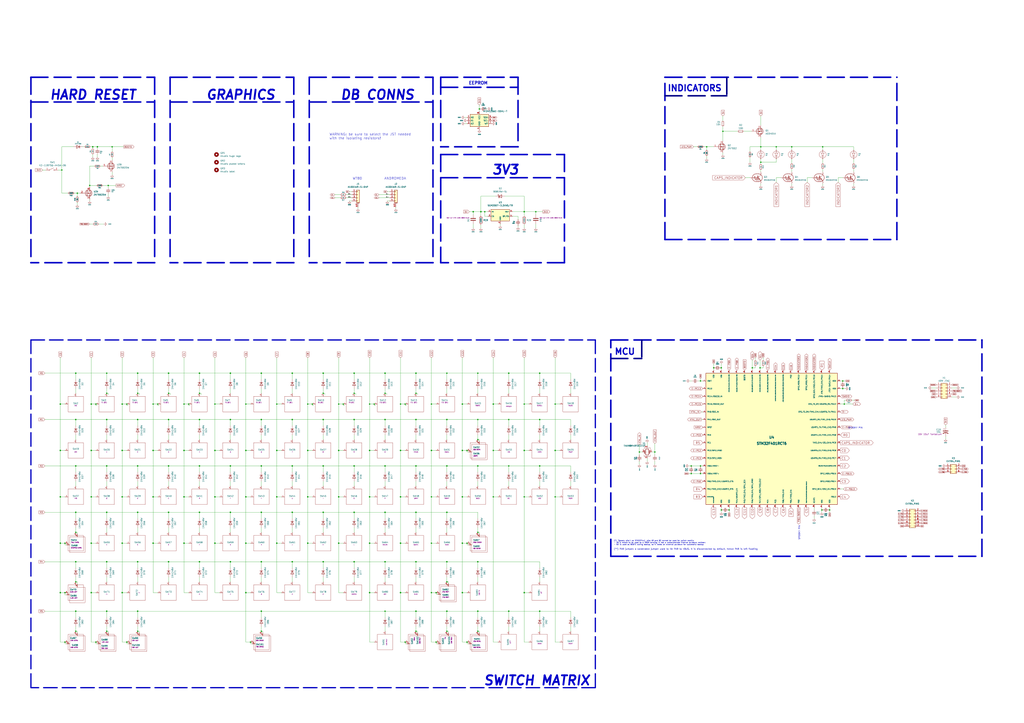
<source format=kicad_sch>
(kicad_sch (version 20230121) (generator eeschema)
  (paper "A1")
  (title_block (title "Anubis PCB schematic") (date "2022-05-23") (rev "v1.0.4") (company "Designed by Gondolindrim") (comment 1 "For the AcheronProject"))
  (junction (at 675.64 120.65))
  (junction (at 358.14 487.045) (diameter 0.9144))
  (junction (at 113.03 344.805) (diameter 1.016))
  (junction (at 74.93 370.205) (diameter 1.016))
  (junction (at 214.63 461.645) (diameter 1.016))
  (junction (at 392.43 518.795) (diameter 0.9144))
  (junction (at 455.93 408.305))
  (junction (at 392.43 502.285) (diameter 1.016))
  (junction (at 227.33 332.105) (diameter 0.9144))
  (junction (at 379.73 487.045) (diameter 1.016))
  (junction (at 303.53 332.105) (diameter 0.9144))
  (junction (at 430.53 487.045) (diameter 1.016))
  (junction (at 53.34 527.685) (diameter 0.9144))
  (junction (at 125.73 408.305) (diameter 1.016))
  (junction (at 265.43 461.645) (diameter 1.016))
  (junction (at 80.01 120.65) (diameter 1.016))
  (junction (at 100.33 408.305) (diameter 1.016))
  (junction (at 358.14 527.685))
  (junction (at 307.34 332.105) (diameter 0.9144))
  (junction (at 100.33 370.205) (diameter 1.016))
  (junction (at 316.23 382.905) (diameter 1.016))
  (junction (at 379.73 332.105) (diameter 1.016))
  (junction (at 113.03 306.705) (diameter 1.016))
  (junction (at 303.53 408.305) (diameter 1.016))
  (junction (at 692.15 313.055))
  (junction (at 303.53 487.045) (diameter 1.016))
  (junction (at 332.74 332.105) (diameter 0.9144))
  (junction (at 104.14 527.685) (diameter 0.9144))
  (junction (at 63.5 158.75))
  (junction (at 525.145 371.475) (diameter 0.9144))
  (junction (at 151.13 332.105) (diameter 0.9144))
  (junction (at 383.54 446.405) (diameter 0.9144))
  (junction (at 265.43 382.905) (diameter 1.016))
  (junction (at 367.03 421.005) (diameter 1.016))
  (junction (at 278.13 446.405) (diameter 1.016))
  (junction (at 405.13 370.205))
  (junction (at 113.03 323.215) (diameter 0.9144))
  (junction (at 125.73 332.105) (diameter 0.9144))
  (junction (at 240.03 461.645) (diameter 1.016))
  (junction (at 214.63 344.805) (diameter 1.016))
  (junction (at 214.63 421.005) (diameter 1.016))
  (junction (at 332.74 527.685) (diameter 0.9144))
  (junction (at 87.63 518.795) (diameter 0.9144))
  (junction (at 354.33 446.405) (diameter 0.9144))
  (junction (at 138.43 323.215) (diameter 0.9144))
  (junction (at 367.03 502.285) (diameter 1.016))
  (junction (at 100.33 332.105) (diameter 1.016))
  (junction (at 316.23 421.005) (diameter 1.016))
  (junction (at 650.24 120.65))
  (junction (at 278.13 332.105) (diameter 0.9144))
  (junction (at 341.63 502.285) (diameter 1.016))
  (junction (at 341.63 518.795) (diameter 0.9144))
  (junction (at 575.31 313.055) (diameter 0.9144))
  (junction (at 303.53 446.405) (diameter 1.016))
  (junction (at 328.93 332.105) (diameter 0.9144))
  (junction (at 316.23 323.215))
  (junction (at 586.105 302.26) (diameter 0.9144))
  (junction (at 388.62 173.99) (diameter 1.016))
  (junction (at 87.63 421.005) (diameter 1.016))
  (junction (at 104.14 332.105) (diameter 0.9144))
  (junction (at 393.7 89.535) (diameter 0.9144))
  (junction (at 125.73 446.405) (diameter 1.016))
  (junction (at 392.43 344.805) (diameter 0.9144))
  (junction (at 392.43 306.705))
  (junction (at 443.23 382.905) (diameter 1.016))
  (junction (at 394.97 173.99) (diameter 1.016))
  (junction (at 163.83 306.705) (diameter 1.016))
  (junction (at 138.43 461.645) (diameter 1.016))
  (junction (at 278.13 408.305) (diameter 1.016))
  (junction (at 692.15 319.405))
  (junction (at 443.23 344.805) (diameter 1.016))
  (junction (at 367.03 478.155) (diameter 0.9144))
  (junction (at 62.23 502.285) (diameter 1.016))
  (junction (at 113.03 502.285) (diameter 1.016))
  (junction (at 151.13 446.405) (diameter 1.016))
  (junction (at 392.43 382.905) (diameter 1.016))
  (junction (at 624.84 120.65))
  (junction (at 163.83 344.805) (diameter 1.016))
  (junction (at 367.03 382.905) (diameter 1.016))
  (junction (at 392.43 361.315) (diameter 0.9144))
  (junction (at 49.53 408.305) (diameter 1.016))
  (junction (at 62.23 518.795) (diameter 0.9144))
  (junction (at 49.53 370.205) (diameter 1.016))
  (junction (at 240.03 421.005) (diameter 1.016))
  (junction (at 163.83 421.005) (diameter 1.016))
  (junction (at 443.23 306.705) (diameter 1.016))
  (junction (at 592.455 419.1))
  (junction (at 214.63 502.285) (diameter 1.016))
  (junction (at 163.83 382.905) (diameter 1.016))
  (junction (at 290.83 382.905) (diameter 1.016))
  (junction (at 87.63 344.805) (diameter 1.016))
  (junction (at 163.83 323.215) (diameter 0.9144))
  (junction (at 417.83 306.705) (diameter 1.016))
  (junction (at 341.63 382.905) (diameter 1.016))
  (junction (at 113.03 518.795) (diameter 0.9144))
  (junction (at 227.33 446.405) (diameter 1.016))
  (junction (at 100.33 446.405) (diameter 1.016))
  (junction (at 62.23 478.155) (diameter 0.9144))
  (junction (at 87.63 502.285) (diameter 1.016))
  (junction (at 100.33 487.045) (diameter 1.016))
  (junction (at 74.93 408.305) (diameter 1.016))
  (junction (at 138.43 382.905) (diameter 1.016))
  (junction (at 575.31 382.905) (diameter 0.9144))
  (junction (at 417.83 502.285) (diameter 1.016))
  (junction (at 637.54 120.65))
  (junction (at 265.43 421.005) (diameter 1.016))
  (junction (at 417.83 382.905))
  (junction (at 138.43 306.705) (diameter 1.016))
  (junction (at 176.53 370.205) (diameter 1.016))
  (junction (at 129.54 332.105) (diameter 0.9144))
  (junction (at 113.03 421.005) (diameter 1.016))
  (junction (at 49.53 332.105) (diameter 1.016))
  (junction (at 151.13 408.305) (diameter 1.016))
  (junction (at 537.845 371.475) (diameter 0.9144))
  (junction (at 240.03 306.705) (diameter 1.016))
  (junction (at 383.54 370.205) (diameter 0.9144))
  (junction (at 189.23 306.705) (diameter 1.016))
  (junction (at 78.74 527.685) (diameter 0.9144))
  (junction (at 265.43 306.705) (diameter 1.016))
  (junction (at 316.23 502.285))
  (junction (at 176.53 446.405) (diameter 1.016))
  (junction (at 88.9 152.4))
  (junction (at 189.23 382.905) (diameter 1.016))
  (junction (at 76.2 120.65) (diameter 1.016))
  (junction (at 354.33 370.205) (diameter 1.016))
  (junction (at 430.53 173.99) (diameter 1.016))
  (junction (at 430.53 332.105) (diameter 0.9144))
  (junction (at 392.43 437.515) (diameter 0.9144))
  (junction (at 176.53 332.105) (diameter 0.9144))
  (junction (at 252.73 446.405) (diameter 1.016))
  (junction (at 240.03 344.805) (diameter 1.016))
  (junction (at 341.63 461.645) (diameter 1.016))
  (junction (at 62.23 461.645) (diameter 1.016))
  (junction (at 316.23 461.645) (diameter 1.016))
  (junction (at 113.03 461.645) (diameter 1.016))
  (junction (at 379.73 370.205) (diameter 1.016))
  (junction (at 440.055 173.99))
  (junction (at 62.23 421.005) (diameter 1.016))
  (junction (at 154.94 332.105) (diameter 0.9144))
  (junction (at 405.13 408.305) (diameter 0.9144))
  (junction (at 367.03 518.795))
  (junction (at 256.54 332.105) (diameter 0.9144))
  (junction (at 252.73 332.105) (diameter 0.9144))
  (junction (at 74.93 487.045) (diameter 1.016))
  (junction (at 379.73 408.305) (diameter 1.016))
  (junction (at 74.93 332.105) (diameter 1.016))
  (junction (at 201.93 408.305) (diameter 1.016))
  (junction (at 354.33 332.105) (diameter 0.9144))
  (junction (at 341.63 323.215))
  (junction (at 341.63 306.705) (diameter 1.016))
  (junction (at 580.39 120.65))
  (junction (at 50.8 139.7))
  (junction (at 624.205 302.26) (diameter 0.9144))
  (junction (at 383.54 527.685) (diameter 0.9144))
  (junction (at 290.83 344.805) (diameter 1.016))
  (junction (at 303.53 370.205) (diameter 1.016))
  (junction (at 62.23 437.515) (diameter 0.9144))
  (junction (at 290.83 421.005) (diameter 1.016))
  (junction (at 252.73 408.305) (diameter 1.016))
  (junction (at 227.33 408.305) (diameter 1.016))
  (junction (at 290.83 306.705) (diameter 1.016))
  (junction (at 176.53 408.305) (diameter 1.016))
  (junction (at 49.53 446.405) (diameter 1.016))
  (junction (at 290.83 323.215))
  (junction (at 379.73 446.405) (diameter 1.016))
  (junction (at 354.33 408.305) (diameter 0.9144))
  (junction (at 455.93 370.205) (diameter 1.016))
  (junction (at 227.33 370.205) (diameter 1.016))
  (junction (at 367.03 344.805) (diameter 1.016))
  (junction (at 189.23 421.005) (diameter 1.016))
  (junction (at 138.43 344.805) (diameter 1.016))
  (junction (at 87.63 461.645) (diameter 1.016))
  (junction (at 405.13 332.105) (diameter 1.016))
  (junction (at 62.23 344.805) (diameter 1.016))
  (junction (at 398.145 173.99))
  (junction (at 92.075 120.65))
  (junction (at 567.69 389.255) (diameter 0.9144))
  (junction (at 430.53 408.305))
  (junction (at 265.43 344.805) (diameter 1.016))
  (junction (at 201.93 446.405) (diameter 1.016))
  (junction (at 367.03 306.705))
  (junction (at 53.34 446.405) (diameter 0.9144))
  (junction (at 354.33 487.045))
  (junction (at 78.74 332.105))
  (junction (at 367.03 461.645) (diameter 1.016))
  (junction (at 592.455 302.26) (diameter 0.9144))
  (junction (at 316.23 306.705) (diameter 1.016))
  (junction (at 163.83 461.645) (diameter 1.016))
  (junction (at 62.23 306.705) (diameter 1.016))
  (junction (at 252.73 370.205) (diameter 1.016))
  (junction (at 265.43 323.215) (diameter 0.9144))
  (junction (at 201.93 370.205) (diameter 1.016))
  (junction (at 675.005 419.1))
  (junction (at 151.13 370.205) (diameter 1.016))
  (junction (at 87.63 306.705) (diameter 0.9144))
  (junction (at 73.66 152.4))
  (junction (at 87.63 323.215) (diameter 0.9144))
  (junction (at 240.03 382.905) (diameter 1.016))
  (junction (at 62.23 382.905) (diameter 1.016))
  (junction (at 214.63 382.905) (diameter 1.016))
  (junction (at 341.63 421.005) (diameter 1.016))
  (junction (at 598.805 419.1))
  (junction (at 205.74 527.685) (diameter 0.9144))
  (junction (at 328.93 408.305) (diameter 1.016))
  (junction (at 138.43 421.005) (diameter 1.016))
  (junction (at 189.23 461.645) (diameter 1.016))
  (junction (at 575.31 389.255) (diameter 0.9144))
  (junction (at 328.93 487.045) (diameter 1.016))
  (junction (at 214.63 518.795) (diameter 0.9144))
  (junction (at 53.34 487.045) (diameter 0.9144))
  (junction (at 113.03 382.905) (diameter 1.016))
  (junction (at 430.53 370.205) (diameter 1.016))
  (junction (at 681.355 419.1))
  (junction (at 328.93 370.205) (diameter 1.016))
  (junction (at 443.23 502.285) (diameter 1.016))
  (junction (at 617.855 302.26) (diameter 0.9144))
  (junction (at 87.63 382.905) (diameter 1.016))
  (junction (at 693.42 332.105))
  (junction (at 567.69 382.905) (diameter 0.9144))
  (junction (at 74.93 446.405) (diameter 1.016))
  (junction (at 455.93 332.105) (diameter 0.9144))
  (junction (at 278.13 370.205) (diameter 1.016))
  (junction (at 624.84 133.35))
  (junction (at 417.83 344.805))
  (junction (at 49.53 487.045) (diameter 1.016))
  (junction (at 189.23 344.805) (diameter 1.016))
  (junction (at 281.94 332.105) (diameter 0.9144))
  (junction (at 290.83 461.645) (diameter 1.016))
  (junction (at 125.73 370.205) (diameter 1.016))
  (junction (at 316.23 344.805) (diameter 1.016))
  (junction (at 593.725 107.95))
  (junction (at 341.63 344.805) (diameter 1.016))
  (junction (at 201.93 487.045) (diameter 1.016))
  (junction (at 328.93 446.405) (diameter 1.016))
  (junction (at 201.93 332.105) (diameter 0.9144))
  (junction (at 392.43 461.645) (diameter 1.016))
  (junction (at 214.63 306.705) (diameter 1.016))
  (wire (pts (xy 455.93 408.305) (xy 459.74 408.305)))
  (wire (pts (xy 138.43 421.005) (xy 113.03 421.005)))
  (wire (pts (xy 100.33 370.205) (xy 100.33 332.105)))
  (wire (pts (xy 227.33 332.105) (xy 227.33 370.205)))
  (wire (pts (xy 227.33 332.105) (xy 231.14 332.105)))
  (wire (pts (xy 201.93 446.405) (xy 205.74 446.405)))
  (polyline (pts (xy 463.55 127) (xy 463.55 215.9)) (stroke (width 1.27) (type dash)))
  (wire (pts (xy 227.33 408.305) (xy 227.33 370.205)))
  (wire (pts (xy 430.53 487.045) (xy 430.53 527.685)))
  (polyline (pts (xy 127 215.9) (xy 25.4 215.9)) (stroke (width 1.27) (type dash)))
  (wire (pts (xy 400.685 177.8) (xy 398.145 177.8)))
  (wire (pts (xy 394.97 177.165) (xy 394.97 173.99)))
  (wire (pts (xy 443.23 502.285) (xy 468.63 502.285)))
  (polyline (pts (xy 241.3 215.9) (xy 139.7 215.9)) (stroke (width 1.27) (type dash)))
  (wire (pts (xy 393.7 362.585) (xy 393.7 361.315)))
  (wire (pts (xy 290.83 344.805) (xy 265.43 344.805)))
  (wire (pts (xy 354.33 527.685) (xy 358.14 527.685)))
  (wire (pts (xy 690.245 401.955) (xy 692.785 401.955)))
  (wire (pts (xy 575.31 383.54) (xy 575.31 382.905)))
  (wire (pts (xy 575.31 389.255) (xy 577.215 389.255)))
  (wire (pts (xy 85.09 184.15) (xy 81.28 184.15)))
  (wire (pts (xy 318.135 165.1) (xy 320.04 165.1)))
  (wire (pts (xy 575.31 382.905) (xy 577.215 382.905)))
  (wire (pts (xy 379.73 487.045) (xy 379.73 527.685)))
  (wire (pts (xy 443.23 514.985) (xy 443.23 518.795)))
  (wire (pts (xy 575.31 311.15) (xy 575.31 313.055)))
  (wire (pts (xy 316.23 474.345) (xy 316.23 478.155)))
  (wire (pts (xy 341.63 382.905) (xy 341.63 387.985)))
  (wire (pts (xy 240.03 319.405) (xy 240.03 323.215)))
  (wire (pts (xy 163.83 395.605) (xy 163.83 399.415)))
  (wire (pts (xy 328.93 332.105) (xy 332.74 332.105)))
  (wire (pts (xy 468.63 502.285) (xy 468.63 507.365)))
  (wire (pts (xy 398.145 173.99) (xy 400.685 173.99)))
  (wire (pts (xy 580.39 130.175) (xy 580.39 128.27)))
  (wire (pts (xy 189.23 474.345) (xy 189.23 478.155)))
  (wire (pts (xy 294.005 170.18) (xy 294.005 171.45)))
  (wire (pts (xy 240.03 474.345) (xy 240.03 478.155)))
  (wire (pts (xy 531.495 363.855) (xy 531.495 366.395)))
  (wire (pts (xy 227.33 446.405) (xy 227.33 408.305)))
  (wire (pts (xy 163.83 319.405) (xy 163.83 323.215)))
  (wire (pts (xy 303.53 408.305) (xy 303.53 370.205)))
  (wire (pts (xy 114.3 520.065) (xy 114.3 518.795)))
  (wire (pts (xy 78.74 528.955) (xy 78.74 527.685)))
  (wire (pts (xy 328.93 446.405) (xy 328.93 408.305)))
  (wire (pts (xy 316.23 395.605) (xy 316.23 399.415)))
  (polyline (pts (xy 736.6 196.85) (xy 736.6 63.5)) (stroke (width 1.27) (type dash)))
  (wire (pts (xy 214.63 306.705) (xy 189.23 306.705)))
  (wire (pts (xy 405.13 370.205) (xy 405.13 408.305)))
  (wire (pts (xy 78.74 333.375) (xy 78.74 332.105)))
  (wire (pts (xy 624.84 95.25) (xy 624.84 102.87)))
  (wire (pts (xy 74.93 527.685) (xy 78.74 527.685)))
  (wire (pts (xy 104.14 528.955) (xy 104.14 527.685)))
  (wire (pts (xy 265.43 433.705) (xy 265.43 437.515)))
  (wire (pts (xy 417.83 395.605) (xy 417.83 399.415)))
  (wire (pts (xy 73.66 163.83) (xy 73.66 165.1)))
  (wire (pts (xy 701.04 151.13) (xy 701.04 152.4)))
  (wire (pts (xy 265.43 461.645) (xy 240.03 461.645)))
  (wire (pts (xy 385.445 173.99) (xy 388.62 173.99)))
  (wire (pts (xy 367.03 514.985) (xy 367.03 518.795)))
  (wire (pts (xy 525.145 374.015) (xy 525.145 371.475)))
  (wire (pts (xy 393.7 89.535) (xy 393.7 91.44)))
  (wire (pts (xy 592.455 299.085) (xy 592.455 302.26)))
  (wire (pts (xy 303.53 332.105) (xy 303.53 370.205)))
  (wire (pts (xy 580.39 120.65) (xy 586.105 120.65)))
  (wire (pts (xy 265.43 382.905) (xy 265.43 387.985)))
  (polyline (pts (xy 241.3 63.5) (xy 241.3 215.9)) (stroke (width 1.27) (type dash)))
  (wire (pts (xy 205.74 528.955) (xy 205.74 527.685)))
  (wire (pts (xy 114.3 323.215) (xy 113.03 323.215)))
  (wire (pts (xy 54.61 528.955) (xy 53.34 528.955)))
  (polyline (pts (xy 25.4 83.82) (xy 127 83.82)) (stroke (width 1.27) (type dash)))
  (wire (pts (xy 575.31 313.055) (xy 577.215 313.055)))
  (wire (pts (xy 341.63 518.795) (xy 342.9 518.795)))
  (wire (pts (xy 468.63 319.405) (xy 468.63 323.215)))
  (wire (pts (xy 443.23 357.505) (xy 443.23 361.315)))
  (wire (pts (xy 573.405 313.055) (xy 575.31 313.055)))
  (wire (pts (xy 566.42 313.055) (xy 568.325 313.055)))
  (wire (pts (xy 201.93 487.045) (xy 205.74 487.045)))
  (wire (pts (xy 53.34 487.045) (xy 53.34 488.95)))
  (wire (pts (xy 367.03 382.905) (xy 341.63 382.905)))
  (wire (pts (xy 379.73 332.105) (xy 379.73 370.205)))
  (polyline (pts (xy 501.65 457.2) (xy 501.65 279.4)) (stroke (width 1.27) (type dash)))
  (wire (pts (xy 367.03 306.705) (xy 367.03 311.785)))
  (wire (pts (xy 49.53 370.205) (xy 49.53 332.105)))
  (wire (pts (xy 113.03 461.645) (xy 113.03 466.725)))
  (wire (pts (xy 341.63 514.985) (xy 341.63 518.795)))
  (bus (pts (xy 501.65 294.64) (xy 527.05 294.64)) (stroke (width 1.27) (type dash)))
  (wire (pts (xy 74.93 408.305) (xy 78.74 408.305)))
  (wire (pts (xy 662.94 146.05) (xy 666.75 146.05)))
  (wire (pts (xy 405.13 332.105) (xy 405.13 370.205)))
  (wire (pts (xy 240.03 461.645) (xy 240.03 466.725)))
  (wire (pts (xy 287.02 165.1) (xy 288.925 165.1)))
  (wire (pts (xy 341.63 306.705) (xy 341.63 311.785)))
  (wire (pts (xy 455.93 408.305) (xy 455.93 527.685)))
  (wire (pts (xy 392.43 421.005) (xy 392.43 426.085)))
  (wire (pts (xy 227.33 487.045) (xy 231.14 487.045)))
  (polyline (pts (xy 254 63.5) (xy 254 215.9)) (stroke (width 1.27) (type dash)))
  (wire (pts (xy 227.33 446.405) (xy 231.14 446.405)))
  (wire (pts (xy 650.24 120.65) (xy 650.24 123.19)))
  (wire (pts (xy 468.63 306.705) (xy 468.63 311.785)))
  (wire (pts (xy 443.23 474.345) (xy 443.23 478.155)))
  (wire (pts (xy 341.63 421.005) (xy 367.03 421.005)))
  (polyline (pts (xy 463.55 215.9) (xy 361.95 215.9)) (stroke (width 1.27) (type dash)))
  (wire (pts (xy 367.03 461.645) (xy 341.63 461.645)))
  (wire (pts (xy 80.01 528.955) (xy 78.74 528.955)))
  (wire (pts (xy 586.105 299.085) (xy 586.105 302.26)))
  (wire (pts (xy 80.01 120.65) (xy 76.2 120.65)))
  (wire (pts (xy 151.13 446.405) (xy 151.13 408.305)))
  (wire (pts (xy 290.83 382.905) (xy 290.83 387.985)))
  (wire (pts (xy 240.03 357.505) (xy 240.03 361.315)))
  (wire (pts (xy 675.64 139.065) (xy 675.64 140.97)))
  (wire (pts (xy 92.075 120.65) (xy 92.075 124.46)))
  (wire (pts (xy 393.7 520.065) (xy 393.7 518.795)))
  (wire (pts (xy 151.13 446.405) (xy 151.13 487.045)))
  (wire (pts (xy 290.83 306.705) (xy 265.43 306.705)))
  (wire (pts (xy 586.105 302.26) (xy 586.74 302.26)))
  (wire (pts (xy 598.805 419.1) (xy 598.17 419.1)))
  (wire (pts (xy 620.395 295.91) (xy 620.395 294.005)))
  (wire (pts (xy 265.43 395.605) (xy 265.43 399.415)))
  (wire (pts (xy 36.83 306.705) (xy 62.23 306.705)))
  (wire (pts (xy 125.73 446.405) (xy 129.54 446.405)))
  (wire (pts (xy 189.23 357.505) (xy 189.23 361.315)))
  (wire (pts (xy 139.7 324.485) (xy 139.7 323.215)))
  (wire (pts (xy 214.63 502.285) (xy 214.63 507.365)))
  (wire (pts (xy 265.43 306.705) (xy 265.43 311.785)))
  (wire (pts (xy 63.5 158.75) (xy 66.04 158.75)))
  (wire (pts (xy 201.93 408.305) (xy 201.93 370.205)))
  (wire (pts (xy 308.61 333.375) (xy 307.34 333.375)))
  (wire (pts (xy 163.83 474.345) (xy 163.83 478.155)))
  (wire (pts (xy 36.83 382.905) (xy 62.23 382.905)))
  (wire (pts (xy 87.63 306.705) (xy 87.63 311.785)))
  (wire (pts (xy 405.13 527.685) (xy 408.94 527.685)))
  (wire (pts (xy 443.23 395.605) (xy 443.23 399.415)))
  (wire (pts (xy 383.54 447.675) (xy 383.54 446.405)))
  (wire (pts (xy 49.53 446.405) (xy 53.34 446.405)))
  (wire (pts (xy 417.83 319.405) (xy 417.83 323.215)))
  (wire (pts (xy 151.13 408.305) (xy 151.13 370.205)))
  (wire (pts (xy 284.48 160.02) (xy 288.925 160.02)))
  (wire (pts (xy 62.23 344.805) (xy 62.23 349.885)))
  (wire (pts (xy 125.73 446.405) (xy 125.73 408.305)))
  (wire (pts (xy 379.73 370.205) (xy 383.54 370.205)))
  (wire (pts (xy 430.53 527.685) (xy 434.34 527.685)))
  (wire (pts (xy 455.93 332.105) (xy 459.74 332.105)))
  (wire (pts (xy 316.23 306.705) (xy 316.23 311.785)))
  (wire (pts (xy 214.63 421.005) (xy 189.23 421.005)))
  (wire (pts (xy 176.53 446.405) (xy 180.34 446.405)))
  (wire (pts (xy 214.63 319.405) (xy 214.63 323.215)))
  (wire (pts (xy 138.43 433.705) (xy 138.43 437.515)))
  (wire (pts (xy 265.43 344.805) (xy 240.03 344.805)))
  (wire (pts (xy 189.23 306.705) (xy 189.23 311.785)))
  (wire (pts (xy 49.53 487.045) (xy 49.53 527.685)))
  (wire (pts (xy 100.33 527.685) (xy 104.14 527.685)))
  (wire (pts (xy 624.84 113.03) (xy 624.84 120.65)))
  (wire (pts (xy 405.13 332.105) (xy 408.94 332.105)))
  (wire (pts (xy 265.43 461.645) (xy 265.43 466.725)))
  (wire (pts (xy 49.53 408.305) (xy 53.34 408.305)))
  (wire (pts (xy 399.415 89.535) (xy 400.05 89.535)))
  (wire (pts (xy 76.2 120.65) (xy 76.2 121.92)))
  (wire (pts (xy 575.945 338.455) (xy 577.215 338.455)))
  (wire (pts (xy 637.54 133.35) (xy 624.84 133.35)))
  (wire (pts (xy 215.9 518.795) (xy 215.9 520.065)))
  (wire (pts (xy 617.855 295.91) (xy 617.855 302.26)))
  (wire (pts (xy 354.33 446.405) (xy 358.14 446.405)))
  (wire (pts (xy 73.66 184.15) (xy 76.2 184.15)))
  (wire (pts (xy 207.01 528.955) (xy 205.74 528.955)))
  (polyline (pts (xy 361.95 127) (xy 361.95 215.9)) (stroke (width 1.27) (type dash)))
  (polyline (pts (xy 355.6 63.5) (xy 355.6 215.9)) (stroke (width 1.27) (type dash)))
  (wire (pts (xy 252.73 332.105) (xy 256.54 332.105)))
  (wire (pts (xy 201.93 408.305) (xy 205.74 408.305)))
  (wire (pts (xy 63.5 158.75) (xy 60.96 158.75)))
  (wire (pts (xy 626.745 295.91) (xy 626.745 294.005)))
  (wire (pts (xy 138.43 344.805) (xy 113.03 344.805)))
  (wire (pts (xy 214.63 395.605) (xy 214.63 399.415)))
  (wire (pts (xy 592.455 302.26) (xy 592.455 304.165)))
  (wire (pts (xy 73.66 152.4) (xy 73.66 136.525)))
  (wire (pts (xy 67.945 120.65) (xy 69.215 120.65)))
  (wire (pts (xy 316.23 514.985) (xy 316.23 518.795)))
  (wire (pts (xy 265.43 474.345) (xy 265.43 478.155)))
  (wire (pts (xy 384.81 528.955) (xy 383.54 528.955)))
  (wire (pts (xy 62.23 421.005) (xy 87.63 421.005)))
  (wire (pts (xy 440.055 184.15) (xy 440.055 187.325)))
  (wire (pts (xy 74.93 332.105) (xy 74.93 370.205)))
  (wire (pts (xy 612.14 146.05) (xy 615.95 146.05)))
  (wire (pts (xy 100.33 487.045) (xy 104.14 487.045)))
  (wire (pts (xy 430.53 487.045) (xy 434.34 487.045)))
  (wire (pts (xy 367.03 382.905) (xy 367.03 387.985)))
  (wire (pts (xy 252.73 446.405) (xy 256.54 446.405)))
  (wire (pts (xy 637.54 120.65) (xy 650.24 120.65)))
  (wire (pts (xy 425.45 185.42) (xy 425.45 186.69)))
  (wire (pts (xy 130.81 333.375) (xy 129.54 333.375)))
  (wire (pts (xy 785.495 318.77) (xy 781.685 318.77)))
  (wire (pts (xy 443.23 382.905) (xy 468.63 382.905)))
  (wire (pts (xy 379.73 527.685) (xy 383.54 527.685)))
  (wire (pts (xy 430.53 370.205) (xy 430.53 408.305)))
  (wire (pts (xy 303.53 487.045) (xy 303.53 527.685)))
  (wire (pts (xy 398.145 177.8) (xy 398.145 173.99)))
  (wire (pts (xy 316.23 319.405) (xy 316.23 323.215)))
  (polyline (pts (xy 361.95 71.755) (xy 425.45 71.755)) (stroke (width 1.27) (type dash)))
  (wire (pts (xy 62.23 502.285) (xy 87.63 502.285)))
  (wire (pts (xy 284.48 162.56) (xy 288.925 162.56)))
  (wire (pts (xy 430.53 408.305) (xy 430.53 487.045)))
  (wire (pts (xy 692.15 313.055) (xy 690.245 313.055)))
  (wire (pts (xy 278.13 408.305) (xy 278.13 370.205)))
  (wire (pts (xy 100.33 487.045) (xy 100.33 527.685)))
  (wire (pts (xy 214.63 461.645) (xy 189.23 461.645)))
  (wire (pts (xy 392.43 306.705) (xy 417.83 306.705)))
  (wire (pts (xy 240.03 382.905) (xy 240.03 387.985)))
  (wire (pts (xy 688.34 146.05) (xy 692.15 146.05)))
  (wire (pts (xy 392.43 502.285) (xy 392.43 507.365)))
  (wire (pts (xy 151.13 446.405) (xy 154.94 446.405)))
  (wire (pts (xy 675.64 130.81) (xy 675.64 133.985)))
  (wire (pts (xy 214.63 502.285) (xy 316.23 502.285)))
  (wire (pts (xy 214.63 421.005) (xy 240.03 421.005)))
  (wire (pts (xy 468.63 344.805) (xy 468.63 349.885)))
  (wire (pts (xy 163.83 306.705) (xy 189.23 306.705)))
  (wire (pts (xy 240.03 306.705) (xy 265.43 306.705)))
  (wire (pts (xy 290.83 319.405) (xy 290.83 323.215)))
  (wire (pts (xy 125.73 332.105) (xy 125.73 370.205)))
  (wire (pts (xy 675.64 419.1) (xy 675.005 419.1)))
  (wire (pts (xy 675.64 151.13) (xy 675.64 152.4)))
  (wire (pts (xy 189.23 421.005) (xy 163.83 421.005)))
  (wire (pts (xy 525.145 381.635) (xy 525.145 379.095)))
  (wire (pts (xy 443.23 502.285) (xy 443.23 507.365)))
  (wire (pts (xy 394.97 161.29) (xy 394.97 173.99)))
  (wire (pts (xy 405.13 370.205) (xy 408.94 370.205)))
  (wire (pts (xy 62.23 433.705) (xy 62.23 437.515)))
  (wire (pts (xy 617.855 302.26) (xy 620.395 302.26)))
  (wire (pts (xy 379.73 408.305) (xy 379.73 370.205)))
  (wire (pts (xy 316.23 502.285) (xy 316.23 507.365)))
  (wire (pts (xy 393.7 86.36) (xy 393.7 89.535)))
  (wire (pts (xy 593.725 107.95) (xy 605.79 107.95)))
  (polyline (pts (xy 806.45 457.2) (xy 806.45 279.4)) (stroke (width 1.27) (type dash)))
  (wire (pts (xy 316.23 382.905) (xy 290.83 382.905)))
  (wire (pts (xy 138.43 306.705) (xy 138.43 311.785)))
  (wire (pts (xy 692.15 318.77) (xy 692.15 319.405)))
  (wire (pts (xy 36.83 461.645) (xy 62.23 461.645)))
  (wire (pts (xy 626.745 302.26) (xy 626.745 300.99)))
  (wire (pts (xy 62.23 357.505) (xy 62.23 361.315)))
  (wire (pts (xy 675.64 120.65) (xy 675.64 123.19)))
  (polyline (pts (xy 127 63.5) (xy 127 215.9)) (stroke (width 1.27) (type dash)))
  (wire (pts (xy 410.845 184.15) (xy 410.845 185.42)))
  (wire (pts (xy 88.9 324.485) (xy 88.9 323.215)))
  (wire (pts (xy 63.5 438.785) (xy 63.5 437.515)))
  (wire (pts (xy 113.03 461.645) (xy 87.63 461.645)))
  (wire (pts (xy 421.005 173.99) (xy 430.53 173.99)))
  (wire (pts (xy 359.41 488.315) (xy 358.14 488.315)))
  (wire (pts (xy 189.23 461.645) (xy 163.83 461.645)))
  (wire (pts (xy 189.23 344.805) (xy 163.83 344.805)))
  (wire (pts (xy 278.13 332.105) (xy 278.13 370.205)))
  (wire (pts (xy 278.13 487.045) (xy 281.94 487.045)))
  (wire (pts (xy 214.63 461.645) (xy 214.63 466.725)))
  (polyline (pts (xy 25.4 279.4) (xy 488.95 279.4)) (stroke (width 1.016) (type dash)))
  (wire (pts (xy 430.53 173.99) (xy 430.53 177.165)))
  (wire (pts (xy 668.655 424.18) (xy 668.655 426.085)))
  (wire (pts (xy 692.15 313.055) (xy 694.055 313.055)))
  (wire (pts (xy 151.13 332.105) (xy 154.94 332.105)))
  (wire (pts (xy 692.15 319.405) (xy 690.245 319.405)))
  (wire (pts (xy 367.03 433.705) (xy 367.03 437.515)))
  (wire (pts (xy 113.03 421.005) (xy 87.63 421.005)))
  (wire (pts (xy 785.495 326.39) (xy 781.685 326.39)))
  (wire (pts (xy 354.33 446.405) (xy 354.33 408.305)))
  (wire (pts (xy 637.54 146.05) (xy 641.35 146.05)))
  (wire (pts (xy 359.41 528.955) (xy 358.14 528.955)))
  (wire (pts (xy 430.53 408.305) (xy 434.34 408.305)))
  (wire (pts (xy 405.13 294.005) (xy 405.13 332.105)))
  (wire (pts (xy 650.24 120.65) (xy 675.64 120.65)))
  (wire (pts (xy 138.43 306.705) (xy 163.83 306.705)))
  (wire (pts (xy 342.9 324.485) (xy 342.9 323.215)))
  (wire (pts (xy 334.01 528.955) (xy 332.74 528.955)))
  (wire (pts (xy 693.42 332.105) (xy 700.405 332.105)))
  (wire (pts (xy 468.63 514.985) (xy 468.63 518.795)))
  (wire (pts (xy 593.725 95.25) (xy 593.725 99.06)))
  (wire (pts (xy 383.54 371.475) (xy 383.54 370.205)))
  (wire (pts (xy 189.23 395.605) (xy 189.23 399.415)))
  (wire (pts (xy 100.33 294.005) (xy 100.33 332.105)))
  (wire (pts (xy 292.1 324.485) (xy 292.1 323.215)))
  (wire (pts (xy 392.43 382.905) (xy 392.43 387.985)))
  (wire (pts (xy 154.94 333.375) (xy 154.94 332.105)))
  (wire (pts (xy 189.23 461.645) (xy 189.23 466.725)))
  (wire (pts (xy 80.01 127) (xy 80.01 128.905)))
  (wire (pts (xy 341.63 474.345) (xy 341.63 478.155)))
  (wire (pts (xy 575.31 389.255) (xy 567.69 389.255)))
  (wire (pts (xy 62.23 502.285) (xy 62.23 507.365)))
  (wire (pts (xy 74.93 370.205) (xy 78.74 370.205)))
  (wire (pts (xy 125.73 487.045) (xy 129.54 487.045)))
  (wire (pts (xy 598.805 419.1) (xy 598.805 417.195)))
  (wire (pts (xy 681.355 419.1) (xy 681.355 421.005)))
  (polyline (pts (xy 139.7 63.5) (xy 139.7 215.9)) (stroke (width 1.27) (type dash)))
  (wire (pts (xy 650.24 130.81) (xy 650.24 133.985)))
  (wire (pts (xy 278.13 487.045) (xy 278.13 446.405)))
  (wire (pts (xy 265.43 344.805) (xy 265.43 349.885)))
  (wire (pts (xy 138.43 306.705) (xy 113.03 306.705)))
  (wire (pts (xy 87.63 514.985) (xy 87.63 518.795)))
  (wire (pts (xy 341.63 344.805) (xy 341.63 349.885)))
  (wire (pts (xy 274.955 160.02) (xy 279.4 160.02)))
  (wire (pts (xy 367.03 395.605) (xy 367.03 399.415)))
  (wire (pts (xy 417.83 502.285) (xy 417.83 507.365)))
  (wire (pts (xy 637.54 120.65) (xy 637.54 123.19)))
  (wire (pts (xy 592.455 419.1) (xy 592.455 421.005)))
  (wire (pts (xy 138.43 474.345) (xy 138.43 478.155)))
  (wire (pts (xy 381.635 101.6) (xy 383.54 101.6)))
  (wire (pts (xy 699.77 328.93) (xy 701.675 328.93)))
  (polyline (pts (xy 361.95 63.5) (xy 425.45 63.5)) (stroke (width 1.27) (type dash)))
  (wire (pts (xy 379.73 332.105) (xy 383.54 332.105)))
  (wire (pts (xy 332.74 528.955) (xy 332.74 527.685)))
  (wire (pts (xy 367.03 344.805) (xy 367.03 349.885)))
  (wire (pts (xy 176.53 332.105) (xy 180.34 332.105)))
  (wire (pts (xy 354.33 408.305) (xy 358.14 408.305)))
  (wire (pts (xy 80.01 120.65) (xy 80.01 121.92)))
  (wire (pts (xy 392.43 461.645) (xy 392.43 466.725)))
  (wire (pts (xy 87.63 518.795) (xy 88.9 518.795)))
  (wire (pts (xy 87.63 461.645) (xy 87.63 466.725)))
  (wire (pts (xy 50.8 139.7) (xy 50.8 158.75)))
  (wire (pts (xy 227.33 370.205) (xy 231.14 370.205)))
  (wire (pts (xy 53.34 447.675) (xy 53.34 446.405)))
  (polyline (pts (xy 355.6 215.9) (xy 254 215.9)) (stroke (width 1.27) (type dash)))
  (wire (pts (xy 316.23 433.705) (xy 316.23 437.515)))
  (wire (pts (xy 368.3 520.065) (xy 368.3 518.795)))
  (wire (pts (xy 240.03 421.005) (xy 240.03 426.085)))
  (wire (pts (xy 354.33 332.105) (xy 358.14 332.105)))
  (wire (pts (xy 693.42 328.93) (xy 693.42 332.105)))
  (wire (pts (xy 163.83 344.805) (xy 163.83 349.885)))
  (wire (pts (xy 290.83 421.005) (xy 265.43 421.005)))
  (wire (pts (xy 214.63 357.505) (xy 214.63 361.315)))
  (wire (pts (xy 455.93 370.205) (xy 459.74 370.205)))
  (wire (pts (xy 88.9 323.215) (xy 87.63 323.215)))
  (wire (pts (xy 63.5 520.065) (xy 63.5 518.795)))
  (wire (pts (xy 53.34 528.955) (xy 53.34 527.685)))
  (wire (pts (xy 82.55 136.525) (xy 84.455 136.525)))
  (wire (pts (xy 624.84 120.65) (xy 624.84 123.19)))
  (wire (pts (xy 189.23 382.905) (xy 189.23 387.985)))
  (wire (pts (xy 341.63 461.645) (xy 341.63 466.725)))
  (wire (pts (xy 311.15 162.56) (xy 320.04 162.56)))
  (wire (pts (xy 593.725 104.14) (xy 593.725 107.95)))
  (wire (pts (xy 388.62 173.99) (xy 388.62 176.53)))
  (wire (pts (xy 417.83 344.805) (xy 417.83 349.885)))
  (wire (pts (xy 328.93 527.685) (xy 332.74 527.685)))
  (wire (pts (xy 303.53 487.045) (xy 307.34 487.045)))
  (wire (pts (xy 620.395 302.26) (xy 620.395 300.99)))
  (wire (pts (xy 591.82 302.26) (xy 592.455 302.26)))
  (wire (pts (xy 328.93 370.205) (xy 328.93 408.305)))
  (wire (pts (xy 113.03 514.985) (xy 113.03 518.795)))
  (wire (pts (xy 417.83 502.285) (xy 392.43 502.285)))
  (wire (pts (xy 328.93 446.405) (xy 332.74 446.405)))
  (wire (pts (xy 36.83 421.005) (xy 62.23 421.005)))
  (wire (pts (xy 381.635 96.52) (xy 383.54 96.52)))
  (polyline (pts (xy 139.7 63.5) (xy 241.3 63.5)) (stroke (width 1.27) (type dash)))
  (wire (pts (xy 393.7 437.515) (xy 392.43 437.515)))
  (wire (pts (xy 303.53 446.405) (xy 307.34 446.405)))
  (wire (pts (xy 214.63 514.985) (xy 214.63 518.795)))
  (wire (pts (xy 354.33 370.205) (xy 358.14 370.205)))
  (wire (pts (xy 425.45 177.8) (xy 425.45 180.34)))
  (wire (pts (xy 341.63 395.605) (xy 341.63 399.415)))
  (wire (pts (xy 129.54 333.375) (xy 129.54 332.105)))
  (wire (pts (xy 586.105 302.26) (xy 586.105 304.165)))
  (wire (pts (xy 417.83 382.905) (xy 443.23 382.905)))
  (wire (pts (xy 113.03 357.505) (xy 113.03 361.315)))
  (wire (pts (xy 151.13 408.305) (xy 154.94 408.305)))
  (wire (pts (xy 341.63 433.705) (xy 341.63 437.515)))
  (wire (pts (xy 316.23 344.805) (xy 290.83 344.805)))
  (wire (pts (xy 63.5 518.795) (xy 62.23 518.795)))
  (wire (pts (xy 278.13 370.205) (xy 281.94 370.205)))
  (polyline (pts (xy 361.95 146.05) (xy 463.55 146.05)) (stroke (width 1.27) (type dash)))
  (wire (pts (xy 50.8 120.65) (xy 60.325 120.65)))
  (wire (pts (xy 214.63 344.805) (xy 189.23 344.805)))
  (wire (pts (xy 125.73 446.405) (xy 125.73 487.045)))
  (wire (pts (xy 176.53 408.305) (xy 176.53 370.205)))
  (wire (pts (xy 443.23 319.405) (xy 443.23 323.215)))
  (wire (pts (xy 53.34 488.95) (xy 54.61 488.95)))
  (wire (pts (xy 214.63 433.705) (xy 214.63 437.515)))
  (wire (pts (xy 468.63 395.605) (xy 468.63 399.415)))
  (wire (pts (xy 316.23 344.805) (xy 341.63 344.805)))
  (wire (pts (xy 227.33 294.005) (xy 227.33 332.105)))
  (wire (pts (xy 392.43 319.405) (xy 392.43 323.215)))
  (wire (pts (xy 341.63 357.505) (xy 341.63 361.315)))
  (wire (pts (xy 392.43 306.705) (xy 392.43 311.785)))
  (polyline (pts (xy 546.1 63.5) (xy 736.6 63.5)) (stroke (width 1.27) (type dash)))
  (wire (pts (xy 240.03 395.605) (xy 240.03 399.415)))
  (wire (pts (xy 662.94 149.86) (xy 662.94 146.05)))
  (wire (pts (xy 290.83 382.905) (xy 265.43 382.905)))
  (wire (pts (xy 593.09 419.1) (xy 592.455 419.1)))
  (wire (pts (xy 392.43 461.645) (xy 443.23 461.645)))
  (wire (pts (xy 681.355 419.1) (xy 680.72 419.1)))
  (wire (pts (xy 138.43 382.905) (xy 138.43 387.985)))
  (wire (pts (xy 138.43 319.405) (xy 138.43 323.215)))
  (wire (pts (xy 163.83 382.905) (xy 138.43 382.905)))
  (wire (pts (xy 113.03 344.805) (xy 87.63 344.805)))
  (wire (pts (xy 341.63 421.005) (xy 341.63 426.085)))
  (wire (pts (xy 113.03 474.345) (xy 113.03 478.155)))
  (wire (pts (xy 62.23 474.345) (xy 62.23 478.155)))
  (wire (pts (xy 690.245 332.105) (xy 693.42 332.105)))
  (wire (pts (xy 189.23 421.005) (xy 189.23 426.085)))
  (wire (pts (xy 318.135 157.48) (xy 320.04 157.48)))
  (wire (pts (xy 414.655 161.29) (xy 430.53 161.29)))
  (wire (pts (xy 252.73 408.305) (xy 256.54 408.305)))
  (wire (pts (xy 49.53 446.405) (xy 49.53 408.305)))
  (wire (pts (xy 151.13 487.045) (xy 154.94 487.045)))
  (wire (pts (xy 87.63 357.505) (xy 87.63 361.315)))
  (wire (pts (xy 615.95 133.35) (xy 615.95 129.54)))
  (wire (pts (xy 156.21 333.375) (xy 154.94 333.375)))
  (wire (pts (xy 74.93 446.405) (xy 78.74 446.405)))
  (polyline (pts (xy 139.7 83.82) (xy 241.3 83.82)) (stroke (width 1.27) (type dash)))
  (wire (pts (xy 393.7 518.795) (xy 392.43 518.795)))
  (wire (pts (xy 113.03 502.285) (xy 87.63 502.285)))
  (wire (pts (xy 63.5 168.275) (xy 63.5 166.37)))
  (wire (pts (xy 151.13 332.105) (xy 151.13 370.205)))
  (wire (pts (xy 80.01 120.65) (xy 92.075 120.65)))
  (wire (pts (xy 368.3 478.155) (xy 368.3 479.425)))
  (wire (pts (xy 440.055 173.99) (xy 445.77 173.99)))
  (wire (pts (xy 367.03 344.805) (xy 392.43 344.805)))
  (wire (pts (xy 317.5 323.215) (xy 316.23 323.215)))
  (wire (pts (xy 265.43 382.905) (xy 240.03 382.905)))
  (wire (pts (xy 332.74 333.375) (xy 332.74 332.105)))
  (wire (pts (xy 430.53 370.205) (xy 434.34 370.205)))
  (wire (pts (xy 240.03 306.705) (xy 240.03 311.785)))
  (wire (pts (xy 176.53 370.205) (xy 180.34 370.205)))
  (wire (pts (xy 354.33 294.005) (xy 354.33 332.105)))
  (wire (pts (xy 615.95 124.46) (xy 615.95 120.65)))
  (wire (pts (xy 105.41 333.375) (xy 104.14 333.375)))
  (wire (pts (xy 443.23 461.645) (xy 443.23 466.725)))
  (wire (pts (xy 163.83 421.005) (xy 138.43 421.005)))
  (wire (pts (xy 392.43 474.345) (xy 392.43 478.155)))
  (wire (pts (xy 392.43 395.605) (xy 392.43 399.415)))
  (wire (pts (xy 328.93 370.205) (xy 332.74 370.205)))
  (wire (pts (xy 105.41 528.955) (xy 104.14 528.955)))
  (wire (pts (xy 163.83 344.805) (xy 138.43 344.805)))
  (wire (pts (xy 87.63 395.605) (xy 87.63 399.415)))
  (wire (pts (xy 201.93 527.685) (xy 205.74 527.685)))
  (wire (pts (xy 62.23 319.405) (xy 62.23 323.215)))
  (wire (pts (xy 341.63 306.705) (xy 316.23 306.705)))
  (wire (pts (xy 256.54 333.375) (xy 256.54 332.105)))
  (wire (pts (xy 776.605 349.25) (xy 776.605 351.155)))
  (wire (pts (xy 201.93 294.005) (xy 201.93 332.105)))
  (wire (pts (xy 138.43 382.905) (xy 113.03 382.905)))
  (wire (pts (xy 201.93 370.205) (xy 205.74 370.205)))
  (wire (pts (xy 316.23 357.505) (xy 316.23 361.315)))
  (wire (pts (xy 252.73 446.405) (xy 252.73 487.045)))
  (wire (pts (xy 393.7 89.535) (xy 394.335 89.535)))
  (wire (pts (xy 151.13 294.005) (xy 151.13 332.105)))
  (wire (pts (xy 379.73 294.005) (xy 379.73 332.105)))
  (wire (pts (xy 114.3 324.485) (xy 114.3 323.215)))
  (wire (pts (xy 176.53 487.045) (xy 180.34 487.045)))
  (wire (pts (xy 88.9 154.305) (xy 88.9 152.4)))
  (wire (pts (xy 113.03 433.705) (xy 113.03 437.515)))
  (bus (pts (xy 527.05 279.4) (xy 527.05 294.64)) (stroke (width 1.27) (type dash)))
  (wire (pts (xy 189.23 433.705) (xy 189.23 437.515)))
  (wire (pts (xy 49.53 294.005) (xy 49.53 332.105)))
  (wire (pts (xy 63.5 478.155) (xy 62.23 478.155)))
  (wire (pts (xy 100.33 408.305) (xy 100.33 370.205)))
  (wire (pts (xy 54.61 447.675) (xy 53.34 447.675)))
  (wire (pts (xy 392.43 382.905) (xy 417.83 382.905)))
  (wire (pts (xy 765.175 318.77) (xy 768.985 318.77)))
  (wire (pts (xy 417.83 306.705) (xy 417.83 311.785)))
  (wire (pts (xy 252.73 294.005) (xy 252.73 332.105)))
  (wire (pts (xy 316.23 421.005) (xy 290.83 421.005)))
  (wire (pts (xy 328.93 332.105) (xy 328.93 370.205)))
  (wire (pts (xy 92.075 143.51) (xy 92.075 141.605)))
  (wire (pts (xy 113.03 306.705) (xy 87.63 306.705)))
  (wire (pts (xy 316.23 461.645) (xy 290.83 461.645)))
  (wire (pts (xy 692.15 313.055) (xy 692.15 313.69)))
  (wire (pts (xy 176.53 408.305) (xy 180.34 408.305)))
  (wire (pts (xy 176.53 332.105) (xy 176.53 370.205)))
  (wire (pts (xy 701.04 130.81) (xy 701.04 133.985)))
  (wire (pts (xy 328.93 487.045) (xy 332.74 487.045)))
  (wire (pts (xy 74.93 294.005) (xy 74.93 332.105)))
  (wire (pts (xy 138.43 357.505) (xy 138.43 361.315)))
  (wire (pts (xy 290.83 344.805) (xy 290.83 349.885)))
  (wire (pts (xy 394.97 173.99) (xy 388.62 173.99)))
  (wire (pts (xy 290.83 357.505) (xy 290.83 361.315)))
  (wire (pts (xy 692.15 319.405) (xy 694.055 319.405)))
  (wire (pts (xy 443.23 306.705) (xy 468.63 306.705)))
  (wire (pts (xy 354.33 487.045) (xy 358.14 487.045)))
  (wire (pts (xy 569.595 120.65) (xy 572.77 120.65)))
  (polyline (pts (xy 361.95 127) (xy 463.55 127)) (stroke (width 1.27) (type dash)))
  (wire (pts (xy 265.43 421.005) (xy 240.03 421.005)))
  (wire (pts (xy 62.23 306.705) (xy 62.23 311.785)))
  (wire (pts (xy 163.83 433.705) (xy 163.83 437.515)))
  (wire (pts (xy 87.63 382.905) (xy 87.63 387.985)))
  (wire (pts (xy 342.9 520.065) (xy 342.9 518.795)))
  (wire (pts (xy 367.03 306.705) (xy 392.43 306.705)))
  (wire (pts (xy 163.83 421.005) (xy 163.83 426.085)))
  (wire (pts (xy 290.83 461.645) (xy 290.83 466.725)))
  (wire (pts (xy 265.43 357.505) (xy 265.43 361.315)))
  (wire (pts (xy 36.83 502.285) (xy 62.23 502.285)))
  (wire (pts (xy 392.43 461.645) (xy 367.03 461.645)))
  (wire (pts (xy 615.95 120.65) (xy 624.84 120.65)))
  (wire (pts (xy 80.01 333.375) (xy 78.74 333.375)))
  (wire (pts (xy 165.1 323.215) (xy 163.83 323.215)))
  (wire (pts (xy 580.39 123.19) (xy 580.39 120.65)))
  (wire (pts (xy 176.53 446.405) (xy 176.53 408.305)))
  (wire (pts (xy 358.14 487.045) (xy 358.14 488.315)))
  (wire (pts (xy 189.23 319.405) (xy 189.23 323.215)))
  (wire (pts (xy 257.81 333.375) (xy 256.54 333.375)))
  (wire (pts (xy 138.43 344.805) (xy 138.43 349.885)))
  (polyline (pts (xy 425.45 120.65) (xy 361.95 120.65)) (stroke (width 1.27) (type dash)))
  (wire (pts (xy 354.33 332.105) (xy 354.33 370.205)))
  (wire (pts (xy 281.94 333.375) (xy 281.94 332.105)))
  (bus (pts (xy 546.1 78.74) (xy 596.9 78.74)) (stroke (width 1.27) (type dash)))
  (wire (pts (xy 367.03 502.285) (xy 392.43 502.285)))
  (wire (pts (xy 379.73 408.305) (xy 379.73 446.405)))
  (wire (pts (xy 701.04 139.065) (xy 701.04 140.97)))
  (wire (pts (xy 417.83 502.285) (xy 443.23 502.285)))
  (wire (pts (xy 214.63 518.795) (xy 215.9 518.795)))
  (wire (pts (xy 163.83 461.645) (xy 138.43 461.645)))
  (wire (pts (xy 443.23 306.705) (xy 443.23 311.785)))
  (wire (pts (xy 383.54 528.955) (xy 383.54 527.685)))
  (wire (pts (xy 430.53 294.005) (xy 430.53 332.105)))
  (polyline (pts (xy 488.95 279.4) (xy 488.95 565.15)) (stroke (width 1.016) (type dash)))
  (wire (pts (xy 74.93 487.045) (xy 74.93 527.685)))
  (wire (pts (xy 87.63 382.905) (xy 62.23 382.905)))
  (wire (pts (xy 430.53 187.325) (xy 430.53 184.785)))
  (wire (pts (xy 776.605 358.775) (xy 776.605 360.68)))
  (wire (pts (xy 278.13 408.305) (xy 281.94 408.305)))
  (wire (pts (xy 455.93 294.005) (xy 455.93 332.105)))
  (wire (pts (xy 87.63 502.285) (xy 87.63 507.365)))
  (wire (pts (xy 87.63 461.645) (xy 62.23 461.645)))
  (wire (pts (xy 575.945 344.805) (xy 577.215 344.805)))
  (wire (pts (xy 393.7 438.785) (xy 393.7 437.515)))
  (wire (pts (xy 73.66 152.4) (xy 79.375 152.4)))
  (wire (pts (xy 334.01 333.375) (xy 332.74 333.375)))
  (wire (pts (xy 681.355 419.1) (xy 681.355 417.195)))
  (wire (pts (xy 201.93 332.105) (xy 201.93 370.205)))
  (wire (pts (xy 316.23 461.645) (xy 316.23 466.725)))
  (wire (pts (xy 73.66 136.525) (xy 77.47 136.525)))
  (wire (pts (xy 388.62 184.15) (xy 388.62 187.325)))
  (wire (pts (xy 354.33 487.045) (xy 354.33 527.685)))
  (wire (pts (xy 430.53 332.105) (xy 434.34 332.105)))
  (wire (pts (xy 163.83 306.705) (xy 163.83 311.785)))
  (wire (pts (xy 214.63 421.005) (xy 214.63 426.085)))
  (wire (pts (xy 668.655 417.195) (xy 668.655 419.1)))
  (polyline (pts (xy 254 63.5) (xy 355.6 63.5)) (stroke (width 1.27) (type dash)))
  (wire (pts (xy 139.7 323.215) (xy 138.43 323.215)))
  (wire (pts (xy 675.005 419.1) (xy 675.005 417.195)))
  (wire (pts (xy 240.03 344.805) (xy 214.63 344.805)))
  (wire (pts (xy 63.5 161.29) (xy 63.5 158.75)))
  (wire (pts (xy 125.73 408.305) (xy 125.73 370.205)))
  (wire (pts (xy 592.455 419.1) (xy 592.455 417.195)))
  (wire (pts (xy 303.53 527.685) (xy 307.34 527.685)))
  (wire (pts (xy 367.03 502.285) (xy 367.03 507.365)))
  (wire (pts (xy 49.53 370.205) (xy 53.34 370.205)))
  (wire (pts (xy 100.33 446.405) (xy 104.14 446.405)))
  (wire (pts (xy 637.54 130.81) (xy 637.54 133.35)))
  (wire (pts (xy 125.73 332.105) (xy 129.54 332.105)))
  (wire (pts (xy 49.53 487.045) (xy 53.34 487.045)))
  (wire (pts (xy 113.03 421.005) (xy 113.03 426.085)))
  (wire (pts (xy 290.83 421.005) (xy 290.83 426.085)))
  (wire (pts (xy 341.63 421.005) (xy 316.23 421.005)))
  (wire (pts (xy 430.53 332.105) (xy 430.53 370.205)))
  (wire (pts (xy 290.83 395.605) (xy 290.83 399.415)))
  (wire (pts (xy 430.53 161.29) (xy 430.53 173.99)))
  (wire (pts (xy 138.43 461.645) (xy 113.03 461.645)))
  (wire (pts (xy 201.93 487.045) (xy 201.93 446.405)))
  (wire (pts (xy 537.845 371.475) (xy 535.305 371.475)))
  (wire (pts (xy 104.14 332.105) (xy 100.33 332.105)))
  (wire (pts (xy 50.8 120.65) (xy 50.8 139.7)))
  (wire (pts (xy 290.83 306.705) (xy 290.83 311.785)))
  (wire (pts (xy 290.83 461.645) (xy 265.43 461.645)))
  (wire (pts (xy 87.63 421.005) (xy 87.63 426.085)))
  (wire (pts (xy 55.88 158.75) (xy 50.8 158.75)))
  (polyline (pts (xy 425.45 63.5) (xy 425.45 120.65)) (stroke (width 1.27) (type dash)))
  (wire (pts (xy 104.14 333.375) (xy 104.14 332.105)))
  (wire (pts (xy 341.63 502.285) (xy 341.63 507.365)))
  (wire (pts (xy 125.73 408.305) (xy 129.54 408.305)))
  (wire (pts (xy 417.83 344.805) (xy 443.23 344.805)))
  (wire (pts (xy 227.33 408.305) (xy 231.14 408.305)))
  (wire (pts (xy 113.03 502.285) (xy 214.63 502.285)))
  (wire (pts (xy 189.23 344.805) (xy 189.23 349.885)))
  (wire (pts (xy 278.13 332.105) (xy 281.94 332.105)))
  (wire (pts (xy 367.03 478.155) (xy 368.3 478.155)))
  (wire (pts (xy 62.23 395.605) (xy 62.23 399.415)))
  (wire (pts (xy 88.9 520.065) (xy 88.9 518.795)))
  (wire (pts (xy 367.03 357.505) (xy 367.03 361.315)))
  (wire (pts (xy 63.5 480.06) (xy 63.5 478.155)))
  (wire (pts (xy 114.3 518.795) (xy 113.03 518.795)))
  (wire (pts (xy 163.83 357.505) (xy 163.83 361.315)))
  (wire (pts (xy 240.03 461.645) (xy 214.63 461.645)))
  (wire (pts (xy 358.14 528.955) (xy 358.14 527.685)))
  (wire (pts (xy 36.83 344.805) (xy 62.23 344.805)))
  (wire (pts (xy 303.53 487.045) (xy 303.53 446.405)))
  (wire (pts (xy 455.93 527.685) (xy 459.74 527.685)))
  (wire (pts (xy 87.63 382.905) (xy 113.03 382.905)))
  (wire (pts (xy 34.925 139.7) (xy 37.465 139.7)))
  (wire (pts (xy 49.53 527.685) (xy 53.34 527.685)))
  (wire (pts (xy 240.03 344.805) (xy 240.03 349.885)))
  (wire (pts (xy 567.69 382.905) (xy 565.785 382.905)))
  (wire (pts (xy 325.12 170.18) (xy 325.12 171.45)))
  (wire (pts (xy 303.53 332.105) (xy 307.34 332.105)))
  (wire (pts (xy 74.93 332.105) (xy 78.74 332.105)))
  (wire (pts (xy 443.23 344.805) (xy 443.23 349.885)))
  (wire (pts (xy 49.53 408.305) (xy 49.53 370.205)))
  (wire (pts (xy 637.54 149.86) (xy 637.54 146.05)))
  (wire (pts (xy 316.23 421.005) (xy 316.23 426.085)))
  (wire (pts (xy 214.63 474.345) (xy 214.63 478.155)))
  (wire (pts (xy 430.53 173.99) (xy 440.055 173.99)))
  (wire (pts (xy 113.03 395.605) (xy 113.03 399.415)))
  (wire (pts (xy 214.63 306.705) (xy 240.03 306.705)))
  (wire (pts (xy 675.005 419.1) (xy 675.005 421.005)))
  (wire (pts (xy 278.13 294.005) (xy 278.13 332.105)))
  (wire (pts (xy 341.63 382.905) (xy 316.23 382.905)))
  (wire (pts (xy 567.69 389.255) (xy 567.69 388.62)))
  (bus (pts (xy 596.9 63.5) (xy 596.9 78.74)) (stroke (width 1.27) (type dash)))
  (wire (pts (xy 287.02 157.48) (xy 288.925 157.48)))
  (wire (pts (xy 624.205 302.26) (xy 626.745 302.26)))
  (wire (pts (xy 303.53 294.005) (xy 303.53 332.105)))
  (wire (pts (xy 176.53 294.005) (xy 176.53 332.105)))
  (wire (pts (xy 266.7 324.485) (xy 266.7 323.215)))
  (wire (pts (xy 316.23 502.285) (xy 341.63 502.285)))
  (wire (pts (xy 63.5 437.515) (xy 62.23 437.515)))
  (wire (pts (xy 214.63 382.905) (xy 189.23 382.905)))
  (wire (pts (xy 88.9 161.29) (xy 88.9 159.385)))
  (polyline (pts (xy 25.4 279.4) (xy 25.4 565.15)) (stroke (width 1.016) (type dash)))
  (wire (pts (xy 163.83 461.645) (xy 163.83 466.725)))
  (wire (pts (xy 113.03 344.805) (xy 113.03 349.885)))
  (wire (pts (xy 278.13 446.405) (xy 281.94 446.405)))
  (wire (pts (xy 100.33 487.045) (xy 100.33 446.405)))
  (wire (pts (xy 252.73 408.305) (xy 252.73 446.405)))
  (wire (pts (xy 74.93 446.405) (xy 74.93 487.045)))
  (wire (pts (xy 278.13 446.405) (xy 278.13 408.305)))
  (wire (pts (xy 407.035 161.29) (xy 394.97 161.29)))
  (polyline (pts (xy 488.95 565.15) (xy 25.4 565.15)) (stroke (width 1.016) (type dash)))
  (wire (pts (xy 328.93 487.045) (xy 328.93 527.685)))
  (polyline (pts (xy 25.4 63.5) (xy 25.4 215.9)) (stroke (width 1.27) (type dash)))
  (wire (pts (xy 84.455 152.4) (xy 88.9 152.4)))
  (wire (pts (xy 307.34 333.375) (xy 307.34 332.105)))
  (wire (pts (xy 201.93 332.105) (xy 205.74 332.105)))
  (wire (pts (xy 417.83 357.505) (xy 417.83 361.315)))
  (wire (pts (xy 384.81 447.675) (xy 383.54 447.675)))
  (polyline (pts (xy 25.4 63.5) (xy 127 63.5)) (stroke (width 1.27) (type dash)))
  (wire (pts (xy 443.23 344.805) (xy 468.63 344.805)))
  (wire (pts (xy 138.43 395.605) (xy 138.43 399.415)))
  (wire (pts (xy 316.23 306.705) (xy 290.83 306.705)))
  (wire (pts (xy 468.63 382.905) (xy 468.63 387.985)))
  (wire (pts (xy 189.23 382.905) (xy 163.83 382.905)))
  (wire (pts (xy 316.23 382.905) (xy 316.23 387.985)))
  (wire (pts (xy 74.295 120.65) (xy 76.2 120.65)))
  (wire (pts (xy 252.73 370.205) (xy 256.54 370.205)))
  (wire (pts (xy 367.03 461.645) (xy 367.03 466.725)))
  (wire (pts (xy 283.21 333.375) (xy 281.94 333.375)))
  (wire (pts (xy 417.83 382.905) (xy 417.83 387.985)))
  (wire (pts (xy 405.13 408.305) (xy 408.94 408.305)))
  (wire (pts (xy 392.43 344.805) (xy 392.43 349.885)))
  (wire (pts (xy 87.63 344.805) (xy 87.63 349.885)))
  (wire (pts (xy 392.43 433.705) (xy 392.43 437.515)))
  (wire (pts (xy 165.1 324.485) (xy 165.1 323.215)))
  (polyline (pts (xy 361.95 63.5) (xy 361.95 120.65)) (stroke (width 1.27) (type dash)))
  (wire (pts (xy 392.43 357.505) (xy 392.43 361.315)))
  (wire (pts (xy 176.53 446.405) (xy 176.53 487.045)))
  (wire (pts (xy 74.93 487.045) (xy 78.74 487.045)))
  (wire (pts (xy 367.03 502.285) (xy 341.63 502.285)))
  (wire (pts (xy 266.7 323.215) (xy 265.43 323.215)))
  (wire (pts (xy 531.495 379.095) (xy 531.495 376.555)))
  (wire (pts (xy 624.205 295.91) (xy 624.205 302.26)))
  (wire (pts (xy 624.84 120.65) (xy 637.54 120.65)))
  (wire (pts (xy 598.805 419.1) (xy 598.805 421.005)))
  (wire (pts (xy 88.9 152.4) (xy 95.25 152.4)))
  (wire (pts (xy 138.43 461.645) (xy 138.43 466.725)))
  (wire (pts (xy 328.93 408.305) (xy 332.74 408.305)))
  (wire (pts (xy 87.63 433.705) (xy 87.63 437.515)))
  (wire (pts (xy 701.04 120.65) (xy 701.04 123.19)))
  (wire (pts (xy 92.075 129.54) (xy 92.075 131.445)))
  (wire (pts (xy 379.73 446.405) (xy 383.54 446.405)))
  (wire (pts (xy 624.84 133.35) (xy 624.84 134.62)))
  (wire (pts (xy 49.53 332.105) (xy 53.34 332.105)))
  (wire (pts (xy 316.23 344.805) (xy 316.23 349.885)))
  (wire (pts (xy 575.31 382.905) (xy 567.69 382.905)))
  (wire (pts (xy 367.03 421.005) (xy 392.43 421.005)))
  (wire (pts (xy 525.145 365.125) (xy 525.145 371.475)))
  (wire (pts (xy 87.63 344.805) (xy 62.23 344.805)))
  (wire (pts (xy 240.03 433.705) (xy 240.03 437.515)))
  (wire (pts (xy 62.23 382.905) (xy 62.23 387.985)))
  (wire (pts (xy 76.2 127) (xy 76.2 128.905)))
  (wire (pts (xy 201.93 446.405) (xy 201.93 408.305)))
  (wire (pts (xy 303.53 446.405) (xy 303.53 408.305)))
  (wire (pts (xy 567.69 389.255) (xy 565.785 389.255)))
  (wire (pts (xy 443.23 382.905) (xy 443.23 387.985)))
  (wire (pts (xy 593.725 125.73) (xy 593.725 127)))
  (wire (pts (xy 440.055 173.99) (xy 440.055 176.53)))
  (wire (pts (xy 113.03 306.705) (xy 113.03 311.785)))
  (wire (pts (xy 392.43 382.905) (xy 367.03 382.905)))
  (wire (pts (xy 610.87 107.95) (xy 617.22 107.95)))
  (wire (pts (xy 537.845 364.49) (xy 537.845 371.475)))
  (wire (pts (xy 567.69 383.54) (xy 567.69 382.905)))
  (wire (pts (xy 367.03 421.005) (xy 367.03 426.085)))
  (wire (pts (xy 92.075 120.65) (xy 101.6 120.65)))
  (polyline (pts (xy 501.65 279.4) (xy 806.45 279.4)) (stroke (width 1.27) (type dash)))
  (wire (pts (xy 328.93 487.045) (xy 328.93 446.405)))
  (wire (pts (xy 62.23 461.645) (xy 62.23 466.725)))
  (wire (pts (xy 227.33 446.405) (xy 227.33 487.045)))
  (wire (pts (xy 341.63 461.645) (xy 316.23 461.645)))
  (wire (pts (xy 688.34 149.86) (xy 688.34 146.05)))
  (wire (pts (xy 367.03 306.705) (xy 341.63 306.705)))
  (wire (pts (xy 392.43 344.805) (xy 417.83 344.805)))
  (wire (pts (xy 341.63 319.405) (xy 341.63 323.215)))
  (wire (pts (xy 537.845 381.635) (xy 537.845 379.095)))
  (wire (pts (xy 368.3 518.795) (xy 367.03 518.795)))
  (wire (pts (xy 214.63 344.805) (xy 214.63 349.885)))
  (wire (pts (xy 290.83 433.705) (xy 290.83 437.515)))
  (wire (pts (xy 393.7 361.315) (xy 392.43 361.315)))
  (wire (pts (xy 303.53 408.305) (xy 307.34 408.305)))
  (wire (pts (xy 394.97 173.99) (xy 398.145 173.99)))
  (wire (pts (xy 74.93 408.305) (xy 74.93 370.205)))
  (wire (pts (xy 74.93 446.405) (xy 74.93 408.305)))
  (wire (pts (xy 624.205 302.26) (xy 624.205 304.165)))
  (wire (pts (xy 100.33 408.305) (xy 104.14 408.305)))
  (wire (pts (xy 201.93 487.045) (xy 201.93 527.685)))
  (wire (pts (xy 47.625 139.7) (xy 50.8 139.7)))
  (wire (pts (xy 62.23 514.985) (xy 62.23 518.795)))
  (wire (pts (xy 443.23 306.705) (xy 417.83 306.705)))
  (wire (pts (xy 138.43 421.005) (xy 138.43 426.085)))
  (wire (pts (xy 252.73 487.045) (xy 256.54 487.045)))
  (wire (pts (xy 151.13 370.205) (xy 154.94 370.205)))
  (wire (pts (xy 73.66 152.4) (xy 73.66 153.67)))
  (wire (pts (xy 384.81 371.475) (xy 383.54 371.475)))
  (wire (pts (xy 62.23 421.005) (xy 62.23 426.085)))
  (wire (pts (xy 214.63 306.705) (xy 214.63 311.785)))
  (wire (pts (xy 379.73 408.305) (xy 383.54 408.305)))
  (wire (pts (xy 317.5 324.485) (xy 317.5 323.215)))
  (wire (pts (xy 392.43 514.985) (xy 392.43 518.795)))
  (wire (pts (xy 455.93 370.205) (xy 455.93 408.305)))
  (polyline (pts (xy 501.65 457.2) (xy 806.45 457.2)) (stroke (width 1.27) (type dash)))
  (wire (pts (xy 379.73 487.045) (xy 383.54 487.045)))
  (wire (pts (xy 100.33 370.205) (xy 104.14 370.205)))
  (wire (pts (xy 367.03 319.405) (xy 367.03 323.215)))
  (wire (pts (xy 303.53 370.205) (xy 307.34 370.205)))
  (wire (pts (xy 593.725 107.95) (xy 593.725 115.57)))
  (wire (pts (xy 468.63 357.505) (xy 468.63 361.315)))
  (wire (pts (xy 650.24 151.13) (xy 650.24 152.4)))
  (wire (pts (xy 577.85 120.65) (xy 580.39 120.65)))
  (wire (pts (xy 265.43 319.405) (xy 265.43 323.215)))
  (polyline (pts (xy 254 83.82) (xy 355.6 83.82)) (stroke (width 1.27) (type dash)))
  (wire (pts (xy 100.33 446.405) (xy 100.33 408.305)))
  (wire (pts (xy 624.84 151.13) (xy 624.84 152.4)))
  (wire (pts (xy 125.73 370.205) (xy 129.54 370.205)))
  (wire (pts (xy 87.63 319.405) (xy 87.63 323.215)))
  (wire (pts (xy 265.43 421.005) (xy 265.43 426.085)))
  (wire (pts (xy 292.1 323.215) (xy 290.83 323.215)))
  (wire (pts (xy 113.03 319.405) (xy 113.03 323.215)))
  (polyline (pts (xy 546.1 196.85) (xy 736.6 196.85)) (stroke (width 1.27) (type dash)))
  (wire (pts (xy 617.855 302.26) (xy 617.855 304.165)))
  (wire (pts (xy 328.93 294.005) (xy 328.93 332.105)))
  (wire (pts (xy 342.9 323.215) (xy 341.63 323.215)))
  (wire (pts (xy 525.145 371.475) (xy 527.685 371.475)))
  (wire (pts (xy 163.83 382.905) (xy 163.83 387.985)))
  (wire (pts (xy 252.73 408.305) (xy 252.73 370.205)))
  (wire (pts (xy 87.63 474.345) (xy 87.63 478.155)))
  (wire (pts (xy 675.64 120.65) (xy 701.04 120.65)))
  (wire (pts (xy 693.42 328.93) (xy 694.69 328.93)))
  (wire (pts (xy 624.84 139.7) (xy 624.84 140.97)))
  (wire (pts (xy 354.33 487.045) (xy 354.33 446.405)))
  (wire (pts (xy 311.15 160.02) (xy 320.04 160.02)))
  (wire (pts (xy 290.83 474.345) (xy 290.83 478.155)))
  (wire (pts (xy 240.03 382.905) (xy 214.63 382.905)))
  (wire (pts (xy 49.53 487.045) (xy 49.53 446.405)))
  (wire (pts (xy 394.97 187.325) (xy 394.97 184.785)))
  (wire (pts (xy 650.24 139.065) (xy 650.24 140.97)))
  (wire (pts (xy 421.005 177.8) (xy 425.45 177.8)))
  (wire (pts (xy 624.84 130.81) (xy 624.84 133.35)))
  (wire (pts (xy 367.03 344.805) (xy 341.63 344.805)))
  (wire (pts (xy 252.73 332.105) (xy 252.73 370.205)))
  (polyline (pts (xy 546.1 196.85) (xy 546.1 63.5)) (stroke (width 1.27) (type dash)))
  (wire (pts (xy 78.74 332.105) (xy 80.01 332.105)))
  (wire (pts (xy 455.93 332.105) (xy 455.93 370.205)))
  (wire (pts (xy 62.23 306.705) (xy 87.63 306.705)))
  (wire (pts (xy 379.73 487.045) (xy 379.73 446.405)))
  (wire (pts (xy 537.845 374.015) (xy 537.845 371.475)))
  (wire (pts (xy 367.03 474.345) (xy 367.03 478.155)))
  (wire (pts (xy 274.955 162.56) (xy 279.4 162.56)))
  (wire (pts (xy 113.03 502.285) (xy 113.03 507.365)))
  (wire (pts (xy 125.73 294.005) (xy 125.73 332.105)))
  (wire (pts (xy 417.83 514.985) (xy 417.83 518.795)))
  (wire (pts (xy 214.63 382.905) (xy 214.63 387.985)))
  (wire (pts (xy 113.03 382.905) (xy 113.03 387.985)))
  (wire (pts (xy 354.33 370.205) (xy 354.33 408.305)))
  (wire (pts (xy 405.13 408.305) (xy 405.13 527.685)))
  (wire (pts (xy 575.31 389.255) (xy 575.31 388.62)))
  (text "EEPROM" (at 384.81 69.85 0) (effects (font (size 2.54 2.54) (thickness 0.508) bold) (justify left bottom)))
  (text "WARNING: be sure to select the JST needed\nwith the isolating resistors!" (at 270.51 114.935 0) (effects (font (size 2 2)) (justify left bottom)))
  (text "GRAPHICS" (at 226.695 82.55 0) (effects (font (size 7.62 7.62) (thickness 1.524) bold italic) (justify right bottom)))
  (text "HARD RESET" (at 112.395 82.55 0) (effects (font (size 7.62 7.62) (thickness 1.524) bold italic) (justify right bottom)))
  (text "ANDROMEDA" (at 315.595 147.955 0) (effects (font (size 2 2)) (justify left bottom)))
  (text "SPOOKY PIN" (at 696.595 352.425 0) (effects (font (size 1.27 1.27)) (justify left bottom)))
  (text "DB CONNS" (at 340.995 82.55 0) (effects (font (size 7.62 7.62) (thickness 1.524) bold italic) (justify right bottom)))
  (text "(*) \"Spooky pins\": on STM32F4x1, pins A9 and B2 cannot be used for switch matrix:\n- A9 is meant to be used as a VBUS sensing. It has a undocumented internal pulldown resistor;\n- B2 is used as BOOT1 during bootup, so it needs an external pulldown for successful bootup\n" (at 504.19 448.31 0) (effects (font (size 1 1)) (justify left bottom)))
  (text "(**) PA9 jumper: a solderable jumper used to tie PA9 to VBUS. It is disconnected by default, hence PA9 is left floating" (at 504.19 452.12 0) (effects (font (size 1.27 1.27)) (justify left bottom)))
  (text "SWITCH MATRIX" (at 485.14 563.88 0) (effects (font (size 7.62 7.62) (thickness 1.524) bold italic) (justify right bottom)))
  (text "SPOOKY PIN" (at 657.225 431.8 90) (effects (font (size 1.27 1.27)) (justify right bottom)))
  (text "3V3" (at 426.72 144.145 0) (effects (font (size 7.62 7.62) (thickness 1.524) bold italic) (justify right bottom)))
  (text "WT80" (at 289.56 147.955 0) (effects (font (size 2 2)) (justify left bottom)))
  (text "MCU" (at 521.97 292.1 0) (effects (font (size 5.08 5.08) (thickness 1.016) bold) (justify right bottom)))
  (text "INDICATORS" (at 593.09 75.565 0) (effects (font (size 5.08 5.08) (thickness 1.016) bold) (justify right bottom)))
  (label "DR+" (at 285.75 162.56 0) (effects (font (size 0.762 0.762))))
  (label "DL-" (at 316.865 160.02 0) (effects (font (size 0.762 0.762))))
  (label "DR-" (at 285.75 160.02 0) (effects (font (size 0.762 0.762))))
  (label "DL+" (at 316.865 162.56 0) (effects (font (size 0.762 0.762))))
  (global_label "C13" (shape output) (at 586.105 417.195 270) (effects (font (size 1.905 1.905))) (property "Intersheetrefs" "${INTERSHEET_REFS}" (effects hide)))
  (global_label "D-" (shape bidirectional) (at 274.955 160.02 180) (effects (font (size 0.762 0.762))) (property "Intersheetrefs" "${INTERSHEET_REFS}" (effects hide)))
  (global_label "E-PC15" (shape input) (at 755.65 419.735 0) (effects (font (size 0.762 0.762))) (property "Intersheetrefs" "${INTERSHEET_REFS}" (effects hide)))
  (global_label "R0" (shape input) (at 36.83 306.705 180) (property "Intersheetrefs" "${INTERSHEET_REFS}" (effects hide)))
  (global_label "R5" (shape input) (at 577.215 363.855 180) (effects (font (size 1.905 1.905))) (property "Intersheetrefs" "${INTERSHEET_REFS}" (effects hide)))
  (global_label "C1" (shape input) (at 74.93 294.005 90) (property "Intersheetrefs" "${INTERSHEET_REFS}" (effects hide)))
  (global_label "3V3" (shape input) (at 34.925 139.7 180) (property "Intersheetrefs" "${INTERSHEET_REFS}" (effects hide)))
  (global_label "5V" (shape input) (at 318.135 157.48 180) (effects (font (size 0.762 0.762))) (property "Intersheetrefs" "${INTERSHEET_REFS}" (effects hide)))
  (global_label "INDICATOR1" (shape output) (at 668.655 304.165 90) (property "Intersheetrefs" "${INTERSHEET_REFS}" (effects hide)))
  (global_label "SWCLK" (shape input) (at 781.685 316.23 0) (effects (font (size 0.762 0.762))) (property "Intersheetrefs" "${INTERSHEET_REFS}" (effects hide)))
  (global_label "C13" (shape input) (at 379.73 294.005 90) (property "Intersheetrefs" "${INTERSHEET_REFS}" (effects hide)))
  (global_label "E-PC3" (shape bidirectional) (at 577.215 376.555 180) (property "Intersheetrefs" "${INTERSHEET_REFS}" (effects hide)))
  (global_label "C6" (shape input) (at 201.93 294.005 90) (property "Intersheetrefs" "${INTERSHEET_REFS}" (effects hide)))
  (global_label "C9" (shape output) (at 624.205 417.195 270) (effects (font (size 1.905 1.905))) (property "Intersheetrefs" "${INTERSHEET_REFS}" (effects hide)))
  (global_label "C9" (shape input) (at 278.13 294.005 90) (property "Intersheetrefs" "${INTERSHEET_REFS}" (effects hide)))
  (global_label "R4" (shape input) (at 36.83 461.645 180) (property "Intersheetrefs" "${INTERSHEET_REFS}" (effects hide)))
  (global_label "PB2{slash}BOOT1" (shape output) (at 655.955 417.195 270) (property "Intersheetrefs" "${INTERSHEET_REFS}" (effects hide)))
  (global_label "XTAL_IN" (shape input) (at 575.945 338.455 180) (property "Intersheetrefs" "${INTERSHEET_REFS}" (effects hide)))
  (global_label "INDICATOR2" (shape output) (at 662.305 304.165 90) (property "Intersheetrefs" "${INTERSHEET_REFS}" (effects hide)))
  (global_label "E-PB9" (shape bidirectional) (at 598.805 304.165 90) (property "Intersheetrefs" "${INTERSHEET_REFS}" (effects hide)))
  (global_label "3V3" (shape input) (at 681.355 421.005 270) (effects (font (size 0.762 0.762))) (property "Intersheetrefs" "${INTERSHEET_REFS}" (effects hide)))
  (global_label "R2" (shape input) (at 36.83 382.905 180) (property "Intersheetrefs" "${INTERSHEET_REFS}" (effects hide)))
  (global_label "D+" (shape bidirectional) (at 274.955 162.56 180) (effects (font (size 0.762 0.762))) (property "Intersheetrefs" "${INTERSHEET_REFS}" (effects hide)))
  (global_label "E-PA0" (shape input) (at 742.95 424.815 180) (effects (font (size 0.762 0.762))) (property "Intersheetrefs" "${INTERSHEET_REFS}" (effects hide)))
  (global_label "C0" (shape output) (at 690.245 370.205 0) (effects (font (size 1.905 1.905))) (property "Intersheetrefs" "${INTERSHEET_REFS}" (effects hide)))
  (global_label "3V3" (shape input) (at 768.985 323.85 180) (effects (font (size 0.762 0.762))) (property "Intersheetrefs" "${INTERSHEET_REFS}" (effects hide)))
  (global_label "CAPS_INDICATOR" (shape input) (at 612.14 146.05 180) (effects (font (size 1.905 1.905))) (property "Intersheetrefs" "${INTERSHEET_REFS}" (effects hide)))
  (global_label "E-PB5" (shape bidirectional) (at 630.555 304.165 90) (property "Intersheetrefs" "${INTERSHEET_REFS}" (effects hide)))
  (global_label "PB2{slash}BOOT1" (shape input) (at 781.685 321.31 0) (effects (font (size 0.762 0.762))) (property "Intersheetrefs" "${INTERSHEET_REFS}" (effects hide)))
  (global_label "E-PC13" (shape input) (at 755.65 424.815 0) (effects (font (size 0.762 0.762))) (property "Intersheetrefs" "${INTERSHEET_REFS}" (effects hide)))
  (global_label "3V3" (shape input) (at 781.685 323.85 0) (effects (font (size 0.762 0.762))) (property "Intersheetrefs" "${INTERSHEET_REFS}" (effects hide)))
  (global_label "SDA" (shape bidirectional) (at 403.86 96.52 0) (effects (font (size 0.762 0.762))) (property "Intersheetrefs" "${INTERSHEET_REFS}" (effects hide)))
  (global_label "C8" (shape output) (at 630.555 417.195 270) (effects (font (size 1.905 1.905))) (property "Intersheetrefs" "${INTERSHEET_REFS}" (effects hide)))
  (global_label "E-PC3" (shape input) (at 742.95 427.355 180) (effects (font (size 0.762 0.762))) (property "Intersheetrefs" "${INTERSHEET_REFS}" (effects hide)))
  (global_label "3V3" (shape input) (at 565.785 389.255 180) (effects (font (size 0.762 0.762))) (property "Intersheetrefs" "${INTERSHEET_REFS}" (effects hide)))
  (global_label "E-PB8" (shape bidirectional) (at 605.155 304.165 90) (property "Intersheetrefs" "${INTERSHEET_REFS}" (effects hide)))
  (global_label "C2" (shape output) (at 690.245 382.905 0) (effects (font (size 1.905 1.905))) (property "Intersheetrefs" "${INTERSHEET_REFS}" (effects hide)))
  (global_label "3V3" (shape input) (at 626.745 294.005 90) (effects (font (size 0.762 0.762))) (property "Intersheetrefs" "${INTERSHEET_REFS}" (effects hide)))
  (global_label "E-PA0" (shape bidirectional) (at 577.215 395.605 180) (property "Intersheetrefs" "${INTERSHEET_REFS}" (effects hide)))
  (global_label "R1" (shape input) (at 36.83 344.805 180) (property "Intersheetrefs" "${INTERSHEET_REFS}" (effects hide)))
  (global_label "INDICATOR3" (shape input) (at 688.34 149.86 270) (effects (font (size 1.905 1.905))) (property "Intersheetrefs" "${INTERSHEET_REFS}" (effects hide)))
  (global_label "XTAL_OUT" (shape output) (at 575.945 344.805 180) (property "Intersheetrefs" "${INTERSHEET_REFS}" (effects hide)))
  (global_label "C16" (shape output) (at 649.605 304.165 90) (property "Intersheetrefs" "${INTERSHEET_REFS}" (effects hide)))
  (global_label "LED_PWM" (shape input) (at 569.595 120.65 180) (property "Intersheetrefs" "${INTERSHEET_REFS}" (effects hide)))
  (global_label "CAPS_INDICATOR" (shape output) (at 690.245 363.855 0) (effects (font (size 1.905 1.905))) (property "Intersheetrefs" "${INTERSHEET_REFS}" (effects hide)))
  (global_label "E-PA9" (shape bidirectional) (at 690.245 351.155 0) (property "Intersheetrefs" "${INTERSHEET_REFS}" (effects hide)))
  (global_label "D+" (shape bidirectional) (at 311.15 162.56 180) (effects (font (size 0.762 0.762))) (property "Intersheetrefs" "${INTERSHEET_REFS}" (effects hide)))
  (global_label "C12" (shape input) (at 354.33 294.005 90) (property "Intersheetrefs" "${INTERSHEET_REFS}" (effects hide)))
  (global_label "C12" (shape output) (at 605.155 417.195 270) (effects (font (size 1.905 1.905))) (property "Intersheetrefs" "${INTERSHEET_REFS}" (effects hide)))
  (global_label "D+" (shape bidirectional) (at 700.405 332.105 0) (property "Intersheetrefs" "${INTERSHEET_REFS}" (effects hide)))
  (global_label "R1" (shape input) (at 675.005 304.165 90) (effects (font (size 1.905 1.905))) (property "Intersheetrefs" "${INTERSHEET_REFS}" (effects hide)))
  (global_label "E-PA9" (shape bidirectional) (at 789.305 385.445 0) (effects (font (size 0.762 0.762))) (property "Intersheetrefs" "${INTERSHEET_REFS}" (effects hide)))
  (global_label "R3" (shape input) (at 577.215 408.305 180) (effects (font (size 1.905 1.905))) (property "Intersheetrefs" "${INTERSHEET_REFS}" (effects hide)))
  (global_label "3V3" (shape input) (at 598.805 421.005 270) (effects (font (size 0.762 0.762))) (property "Intersheetrefs" "${INTERSHEET_REFS}" (effects hide)))
  (global_label "3V3" (shape input) (at 776.605 349.25 90) (property "Intersheetrefs" "${INTERSHEET_REFS}" (effects hide)))
  (global_label "E-PC0" (shape input) (at 742.95 422.275 180) (effects (font (size 0.762 0.762))) (property "Intersheetrefs" "${INTERSHEET_REFS}" (effects hide)))
  (global_label "SWDIO" (shape input) (at 768.985 316.23 180) (effects (font (size 0.762 0.762))) (property "Intersheetrefs" "${INTERSHEET_REFS}" (effects hide)))
  (global_label "E-PB5" (shape bidirectional) (at 789.305 387.985 0) (effects (font (size 0.762 0.762))) (property "Intersheetrefs" "${INTERSHEET_REFS}" (effects hide)))
  (global_label "NRST" (shape output) (at 95.25 152.4 0) (property "Intersheetrefs" "${INTERSHEET_REFS}" (effects hide)))
  (global_label "C15" (shape output) (at 643.255 304.165 90) (property "Intersheetrefs" "${INTERSHEET_REFS}" (effects hide)))
  (global_label "C6" (shape output) (at 643.255 417.195 270) (effects (font (size 1.905 1.905))) (property "Intersheetrefs" "${INTERSHEET_REFS}" (effects hide)))
  (global_label "E-PB13" (shape bidirectional) (at 692.785 401.955 0) (property "Intersheetrefs" "${INTERSHEET_REFS}" (effects hide)))
  (global_label "C11" (shape input) (at 328.93 294.005 90) (property "Intersheetrefs" "${INTERSHEET_REFS}" (effects hide)))
  (global_label "R3" (shape input) (at 36.83 421.005 180) (property "Intersheetrefs" "${INTERSHEET_REFS}" (effects hide)))
  (global_label "C15" (shape input) (at 430.53 294.005 90) (property "Intersheetrefs" "${INTERSHEET_REFS}" (effects hide)))
  (global_label "BOOT0" (shape input) (at 611.505 304.165 90) (property "Intersheetrefs" "${INTERSHEET_REFS}" (effects hide)))
  (global_label "E-PB15" (shape input) (at 755.65 429.895 0) (effects (font (size 0.762 0.762))) (property "Intersheetrefs" "${INTERSHEET_REFS}" (effects hide)))
  (global_label "R0" (shape input) (at 690.245 357.505 0) (effects (font (size 1.905 1.905))) (property "Intersheetrefs" "${INTERSHEET_REFS}" (effects hide)))
  (global_label "E-PC2" (shape bidirectional) (at 577.215 370.205 180) (property "Intersheetrefs" "${INTERSHEET_REFS}" (effects hide)))
  (global_label "5V" (shape input) (at 624.84 95.25 90) (property "Intersheetrefs" "${INTERSHEET_REFS}" (effects hide)))
  (global_label "C7" (shape output) (at 636.905 417.195 270) (effects (font (size 1.905 1.905))) (property "Intersheetrefs" "${INTERSHEET_REFS}" (effects hide)))
  (global_label "3V3" (shape input) (at 393.7 86.36 90) (property "Intersheetrefs" "${INTERSHEET_REFS}" (effects hide)))
  (global_label "5V" (shape input) (at 593.725 95.25 90) (property "Intersheetrefs" "${INTERSHEET_REFS}" (effects hide)))
  (global_label "C0" (shape input) (at 49.53 294.005 90) (property "Intersheetrefs" "${INTERSHEET_REFS}" (effects hide)))
  (global_label "PB2{slash}BOOT1" (shape input) (at 73.66 184.15 180) (effects (font (size 0.762 0.762))) (property "Intersheetrefs" "${INTERSHEET_REFS}" (effects hide)))
  (global_label "E-PB9" (shape bidirectional) (at 776.605 385.445 180) (effects (font (size 0.762 0.762))) (property "Intersheetrefs" "${INTERSHEET_REFS}" (effects hide)))
  (global_label "C14" (shape output) (at 636.905 304.165 90) (property "Intersheetrefs" "${INTERSHEET_REFS}" (effects hide)))
  (global_label "3V3" (shape output) (at 445.77 173.99 0) (property "Intersheetrefs" "${INTERSHEET_REFS}" (effects hide)))
  (global_label "C11" (shape output) (at 611.505 417.195 270) (effects (font (size 1.905 1.905))) (property "Intersheetrefs" "${INTERSHEET_REFS}" (effects hide)))
  (global_label "3V3" (shape input) (at 701.675 328.93 0) (effects (font (size 0.762 0.762))) (property "Intersheetrefs" "${INTERSHEET_REFS}" (effects hide)))
  (global_label "BOOT0" (shape output) (at 101.6 120.65 0) (property "Intersheetrefs" "${INTERSHEET_REFS}" (effects hide)))
  (global_label "R5" (shape input) (at 36.83 502.285 180) (property "Intersheetrefs" "${INTERSHEET_REFS}" (effects hide)))
  (global_label "C1" (shape output) (at 690.245 376.555 0) (effects (font (size 1.905 1.905))) (property "Intersheetrefs" "${INTERSHEET_REFS}" (effects hide)))
  (global_label "C7" (shape input) (at 227.33 294.005 90) (property "Intersheetrefs" "${INTERSHEET_REFS}" (effects hide)))
  (global_label "R4" (shape input) (at 577.215 401.955 180) (effects (font (size 1.905 1.905))) (property "Intersheetrefs" "${INTERSHEET_REFS}" (effects hide)))
  (global_label "E-PC13" (shape bidirectional) (at 577.215 319.405 180) (property "Intersheetrefs" "${INTERSHEET_REFS}" (effects hide)))
  (global_label "E-PC14" (shape input) (at 755.65 422.275 0) (effects (font (size 0.762 0.762))) (property "Intersheetrefs" "${INTERSHEET_REFS}" (effects hide)))
  (global_label "3V3" (shape input) (at 789.305 382.905 0) (effects (font (size 0.762 0.762))) (property "Intersheetrefs" "${INTERSHEET_REFS}" (effects hide)))
  (global_label "3V3" (shape input) (at 620.395 294.005 90) (effects (font (size 0.762 0.762))) (property "Intersheetrefs" "${INTERSHEET_REFS}" (effects hide)))
  (global_label "R2" (shape input) (at 649.605 417.195 270) (effects (font (size 1.905 1.905))) (property "Intersheetrefs" "${INTERSHEET_REFS}" (effects hide)))
  (global_label "5V" (shape input) (at 287.02 157.48 180) (effects (font (size 0.762 0.762))) (property "Intersheetrefs" "${INTERSHEET_REFS}" (effects hide)))
  (global_label "C5" (shape input) (at 176.53 294.005 90) (property "Intersheetrefs" "${INTERSHEET_REFS}" (effects hide)))
  (global_label "SDA" (shape bidirectional) (at 617.855 295.91 90) (property "Intersheetrefs" "${INTERSHEET_REFS}" (effects hide)))
  (global_label "E-PB13" (shape input) (at 755.65 427.355 0) (effects (font (size 0.762 0.762))) (property "Intersheetrefs" "${INTERSHEET_REFS}" (effects hide)))
  (global_label "E-PC15" (shape bidirectional) (at 577.215 332.105 180) (property "Intersheetrefs" "${INTERSHEET_REFS}" (effects hide)))
  (global_label "INDICATOR1" (shape input) (at 637.54 149.86 270) (effects (font (size 1.905 1.905))) (property "Intersheetrefs" "${INTERSHEET_REFS}" (effects hide)))
  (global_label "C8" (shape input) (at 252.73 294.005 90) (property "Intersheetrefs" "${INTERSHEET_REFS}" (effects hide)))
  (global_label "C4" (shape input) (at 151.13 294.005 90) (property "Intersheetrefs" "${INTERSHEET_REFS}" (effects hide)))
  (global_label "3V3" (shape input) (at 694.055 313.055 0) (effects (font (size 0.762 0.762))) (property "Intersheetrefs" "${INTERSHEET_REFS}" (effects hide)))
  (global_label "E-PB8" (shape bidirectional) (at 776.605 387.985 180) (effects (font (size 0.762 0.762))) (property "Intersheetrefs" "${INTERSHEET_REFS}" (effects hide)))
  (global_label "SCL" (shape bidirectional) (at 624.205 295.91 90) (property "Intersheetrefs" "${INTERSHEET_REFS}" (effects hide)))
  (global_label "E-PC2" (shape input) (at 742.95 429.895 180) (effects (font (size 0.762 0.762))) (property "Intersheetrefs" "${INTERSHEET_REFS}" (effects hide)))
  (global_label "INDICATOR2" (shape input) (at 662.94 149.86 270) (effects (font (size 1.905 1.905))) (property "Intersheetrefs" "${INTERSHEET_REFS}" (effects hide)))
  (global_label "SCL" (shape bidirectional) (at 403.86 99.06 0) (effects (font (size 0.762 0.762))) (property "Intersheetrefs" "${INTERSHEET_REFS}" (effects hide)))
  (global_label "NRST" (shape input) (at 577.215 351.155 180) (property "Intersheetrefs" "${INTERSHEET_REFS}" (effects hide)))
  (global_label "XTAL_IN" (shape output) (at 525.145 365.125 90) (property "Intersheetrefs" "${INTERSHEET_REFS}" (effects hide)))
  (global_label "C3" (shape input) (at 125.73 294.005 90) (property "Intersheetrefs" "${INTERSHEET_REFS}" (effects hide)))
  (global_label "C14" (shape input) (at 405.13 294.005 90) (property "Intersheetrefs" "${INTERSHEET_REFS}" (effects hide)))
  (global_label "3V3" (shape input) (at 742.95 432.435 180) (effects (font (size 0.762 0.762))) (property "Intersheetrefs" "${INTERSHEET_REFS}" (effects hide)))
  (global_label "E-PC0" (shape bidirectional) (at 577.215 357.505 180) (property "Intersheetrefs" "${INTERSHEET_REFS}" (effects hide)))
  (global_label "3V3" (shape input) (at 575.31 311.15 90) (effects (font (size 0.762 0.762))) (property "Intersheetrefs" "${INTERSHEET_REFS}" (effects hide)))
  (global_label "D-" (shape bidirectional) (at 311.15 160.02 180) (effects (font (size 0.762 0.762))) (property "Intersheetrefs" "${INTERSHEET_REFS}" (effects hide)))
  (global_label "C5" (shape output) (at 662.305 417.195 270) (effects (font (size 1.905 1.905))) (property "Intersheetrefs" "${INTERSHEET_REFS}" (effects hide)))
  (global_label "C3" (shape output) (at 690.245 395.605 0) (effects (font (size 1.905 1.905))) (property "Intersheetrefs" "${INTERSHEET_REFS}" (effects hide)))
  (global_label "C10" (shape output) (at 617.855 417.195 270) (effects (font (size 1.905 1.905))) (property "Intersheetrefs" "${INTERSHEET_REFS}" (effects hide)))
  (global_label "E-PC14" (shape bidirectional) (at 577.215 325.755 180) (property "Intersheetrefs" "${INTERSHEET_REFS}" (effects hide)))
  (global_label "SWCLK" (shape bidirectional) (at 681.355 304.165 90) (property "Intersheetrefs" "${INTERSHEET_REFS}" (effects hide)))
  (global_label "C10" (shape input) (at 303.53 294.005 90) (property "Intersheetrefs" "${INTERSHEET_REFS}" (effects hide)))
  (global_label "D-" (shape bidirectional) (at 690.245 338.455 0) (property "Intersheetrefs" "${INTERSHEET_REFS}" (effects hide)))
  (global_label "5V" (shape input) (at 755.65 432.435 0) (effects (font (size 0.762 0.762))) (property "Intersheetrefs" "${INTERSHEET_REFS}" (effects hide)))
  (global_label "LED_PWM" (shape output) (at 690.245 344.805 0) (property "Intersheetrefs" "${INTERSHEET_REFS}" (effects hide)))
  (global_label "XTAL_OUT" (shape input) (at 537.845 364.49 90) (property "Intersheetrefs" "${INTERSHEET_REFS}" (effects hide)))
  (global_label "3V3" (shape input) (at 586.105 299.085 90) (effects (font (size 0.762 0.762))) (property "Intersheetrefs" "${INTERSHEET_REFS}" (effects hide)))
  (global_label "INDICATOR3" (shape output) (at 655.955 304.165 90) (property "Intersheetrefs" "${INTERSHEET_REFS}" (effects hide)))
  (global_label "C2" (shape input) (at 100.33 294.005 90) (property "Intersheetrefs" "${INTERSHEET_REFS}" (effects hide)))
  (global_label "NRST" (shape input) (at 768.985 326.39 180) (effects (font (size 0.762 0.762))) (property "Intersheetrefs" "${INTERSHEET_REFS}" (effects hide)))
  (global_label "SWDIO" (shape bidirectional) (at 690.245 325.755 0) (property "Intersheetrefs" "${INTERSHEET_REFS}" (effects hide)))
  (global_label "E-PB15" (shape bidirectional) (at 690.245 389.255 0) (property "Intersheetrefs" "${INTERSHEET_REFS}" (effects hide)))
  (global_label "C4" (shape output) (at 690.245 408.305 0) (effects (font (size 1.905 1.905))) (property "Intersheetrefs" "${INTERSHEET_REFS}" (effects hide)))
  (global_label "C16" (shape input) (at 455.93 294.005 90) (property "Intersheetrefs" "${INTERSHEET_REFS}" (effects hide)))
  (global_label "BOOT0" (shape input) (at 768.985 321.31 180) (effects (font (size 0.762 0.762))) (property "Intersheetrefs" "${INTERSHEET_REFS}" (effects hide)))
  (global_label "5V" (shape input) (at 385.445 173.99 180) (property "Intersheetrefs" "${INTERSHEET_REFS}" (effects hide)))
  (symbol (lib_id "acheronSymbols:Mechanical_Switch") (at 240.03 487.045 0) (unit 1)
    (property "Reference" "SW77" (at 240.03 486.41 0))
    (property "Value" "MX Switch" (effects hide))
    (property "Footprint" "acheron_MX_SolderMask:MX100" (effects hide))
    (property "Keycode" "N" (at 240.03 488.315 0) (effects (font (size 0.762 0.762))))
    (property "Specification" "MX-style mechanical keyboard switch" (effects hide))
  )
  (symbol (lib_id "power:GND") (at 593.725 127 0) (unit 1)
    (property "Reference" "#PWR07" (effects hide))
    (property "Value" "GND" (at 593.725 130.175 0) (effects (font (size 0.762 0.762))))
  )
  (symbol (lib_id "acheronSymbols:Mechanical_Switch") (at 417.83 408.305 90) (mirror x) (unit 1)
    (property "Reference" "SW51" (at 417.83 407.67 90))
    (property "Value" "MX Switch" (effects hide))
    (property "Footprint" "acheron_MX_SolderMask:MX100" (effects hide))
    (property "Keycode" "DEL" (at 417.83 409.575 90) (effects (font (size 0.762 0.762))))
    (property "Specification" "MX-style mechanical keyboard switch" (effects hide))
  )
  (symbol (lib_id "Device:D") (at 240.03 429.895 270) (unit 1)
    (property "Reference" "D61" (at 245.5102 429.895 0))
    (property "Value" "1N4148W" (at 243.2115 429.895 0))
    (property "Footprint" "acheron_Components:D_SOD-123" (effects hide))
    (property "Package" "SOD-123" (effects hide))
    (property "Specification" "Small-signal switching diodes" (effects hide))
    (property "Manufacturer" "Semtech" (effects hide))
    (property "Manufacturer Part Number" "1N4148W" (effects hide))
    (property "Vendor Part Number" "LCSC C81598" (effects hide))
  )
  (symbol (lib_id "power:GND") (at 294.005 171.45 0) (unit 1)
    (property "Reference" "#PWR022" (effects hide))
    (property "Value" "GND" (at 294.005 174.625 0) (effects (font (size 0.762 0.762))))
  )
  (symbol (lib_id "power:GND") (at 580.39 130.175 0) (unit 1)
    (property "Reference" "#PWR010" (effects hide))
    (property "Value" "GND" (at 580.39 133.35 0) (effects (font (size 0.762 0.762))))
  )
  (symbol (lib_id "acheronSymbols:Mechanical_Switch") (at 341.63 446.405 0) (unit 1)
    (property "Reference" "SW65" (at 341.63 445.77 0))
    (property "Value" "MX Switch" (effects hide))
    (property "Footprint" "acheron_MX_SolderMask:MX100" (effects hide))
    (property "Keycode" "QUOTE" (at 341.63 447.675 0) (effects (font (size 0.762 0.762))))
    (property "Specification" "MX-style mechanical keyboard switch" (effects hide))
  )
  (symbol (lib_id "power:GND") (at 440.055 187.325 0) (unit 1)
    (property "Reference" "#PWR030" (effects hide))
    (property "Value" "GND" (at 440.055 190.5 0) (effects (font (size 0.762 0.762))))
  )
  (symbol (lib_id "acheronSymbols:Mechanical_Switch") (at 367.03 370.205 0) (unit 1)
    (property "Reference" "SW31" (at 367.03 369.57 0))
    (property "Value" "MX Switch" (effects hide))
    (property "Footprint" "acheron_MX_SolderMask:MX100" (effects hide))
    (property "Keycode" "EQUAL" (at 367.03 371.475 0) (effects (font (size 0.762 0.762))))
    (property "Specification" "MX-style mechanical keyboard switch" (effects hide))
  )
  (symbol (lib_id "Device:D") (at 392.43 315.595 270) (unit 1)
    (property "Reference" "D16" (at 397.9102 315.595 0))
    (property "Value" "1N4148W" (at 395.6115 315.595 0))
    (property "Footprint" "acheron_Components:D_SOD-123" (effects hide))
    (property "Package" "SOD-123" (effects hide))
    (property "Specification" "Small-signal switching diodes" (effects hide))
    (property "Manufacturer" "Semtech" (effects hide))
    (property "Manufacturer Part Number" "1N4148W" (effects hide))
    (property "Vendor Part Number" "LCSC C81598" (effects hide))
  )
  (symbol (lib_id "Device:D") (at 468.63 353.695 270) (unit 1)
    (property "Reference" "D36" (at 474.1102 353.695 0))
    (property "Value" "1N4148W" (at 471.8115 353.695 0))
    (property "Footprint" "acheron_Components:D_SOD-123" (effects hide))
    (property "Package" "SOD-123" (effects hide))
    (property "Specification" "Small-signal switching diodes" (effects hide))
    (property "Manufacturer" "Semtech" (effects hide))
    (property "Manufacturer Part Number" "1N4148W" (effects hide))
    (property "Vendor Part Number" "LCSC C81598" (effects hide))
  )
  (symbol (lib_id "acheronSymbols:Mechanical_Switch") (at 443.23 408.305 0) (unit 1)
    (property "Reference" "SW52" (at 443.23 407.67 0))
    (property "Value" "MX Switch" (effects hide))
    (property "Footprint" "acheron_MX_SolderMask:MX100" (effects hide))
    (property "Keycode" "END" (at 443.23 409.575 0) (effects (font (size 0.762 0.762))))
    (property "Specification" "MX-style mechanical keyboard switch" (effects hide))
  )
  (symbol (lib_id "Device:D") (at 214.63 353.695 270) (unit 1)
    (property "Reference" "D26" (at 220.1102 353.695 0))
    (property "Value" "1N4148W" (at 217.8115 353.695 0))
    (property "Footprint" "acheron_Components:D_SOD-123" (effects hide))
    (property "Package" "SOD-123" (effects hide))
    (property "Specification" "Small-signal switching diodes" (effects hide))
    (property "Manufacturer" "Semtech" (effects hide))
    (property "Manufacturer Part Number" "1N4148W" (effects hide))
    (property "Vendor Part Number" "LCSC C81598" (effects hide))
  )
  (symbol (lib_id "power:GND") (at 88.9 161.29 0) (mirror y) (unit 1)
    (property "Reference" "#PWR013" (effects hide))
    (property "Value" "GND" (at 88.9 164.465 0) (effects (font (size 0.762 0.762))))
  )
  (symbol (lib_id "acheronSymbols:Mechanical_Switch") (at 88.9 528.955 0) (unit 1)
    (property "Reference" "SW99" (at 83.185 530.86 0) (effects (justify left)))
    (property "Value" "MX Switch" (effects hide))
    (property "Footprint" "acheron_MX_SolderMask:MX100" (effects hide))
    (property "Keycode" "100 LGUI" (at 83.185 532.765 0) (effects (font (size 0.762 0.762)) (justify left)))
    (property "Specification" "MX-style mechanical keyboard switch" (effects hide))
  )
  (symbol (lib_id "acheron_Symbols:DTC123J") (at 622.3 146.05 0) (unit 1)
    (property "Reference" "Q3" (at 627.38 145.4149 0) (effects (justify left)))
    (property "Value" "DTC123JKAT146" (at 627.38 147.955 0) (effects (font (size 0.762 0.762)) (justify left)))
    (property "Footprint" "Package_TO_SOT_SMD:SOT-23" (effects hide))
    (property "Package" "SOT-23-3" (effects hide))
    (property "Manufacturer" "ROHM Semicon" (effects hide))
    (property "Manufacturer Part Number" "DTC123JKAT146" (effects hide))
    (property "Vendor Part Number" "LCSC C111724" (effects hide))
    (property "Description" "NPN - Pre-Biased 200mW 100mA 50V SOT-23(SOT-23-3) Digital Transistors" (effects hide))
  )
  (symbol (lib_id "acheronSymbols:Mechanical_Switch") (at 189.23 370.205 0) (unit 1)
    (property "Reference" "SW24" (at 189.23 369.57 0))
    (property "Value" "MX Switch" (effects hide))
    (property "Footprint" "acheron_MX_SolderMask:MX100" (effects hide))
    (property "Keycode" "5" (at 189.23 371.475 0) (effects (font (size 0.762 0.762))))
    (property "Specification" "MX-style mechanical keyboard switch" (effects hide))
  )
  (symbol (lib_id "Device:R_Small") (at 281.94 162.56 270) (unit 1)
    (property "Reference" "R17" (at 281.94 164.465 90) (effects (font (size 0.762 0.762))))
    (property "Value" "0R" (at 281.94 162.56 90) (effects (font (size 0.508 0.508))))
    (property "Footprint" "Resistor_SMD:R_0805_2012Metric" (effects hide))
    (property "Package" "R0805" (effects hide))
    (property "Manufacturer" "Uniroyal" (effects hide))
    (property "Manufacturer Part Number" "0805W8F0000T5E" (effects hide))
    (property "Specification" "±1% 1/16W Thick Film Resistors 50V 0402" (effects hide))
    (property "Vendor Part Number" "LCSC C17477" (effects hide))
  )
  (symbol (lib_id "acheronSymbols:Mechanical_Switch") (at 113.03 370.205 0) (unit 1)
    (property "Reference" "SW21" (at 113.03 369.57 0))
    (property "Value" "MX Switch" (effects hide))
    (property "Footprint" "acheron_MX_SolderMask:MX100" (effects hide))
    (property "Keycode" "2" (at 113.03 371.475 0) (effects (font (size 0.762 0.762))))
    (property "Specification" "MX-style mechanical keyboard switch" (effects hide))
  )
  (symbol (lib_id "acheronSymbols:Mechanical_Switch") (at 342.9 528.955 0) (unit 1)
    (property "Reference" "SW102" (at 342.9 529.59 90) (effects (justify left)))
    (property "Value" "MX Switch" (effects hide))
    (property "Footprint" "acheron_MX_SolderMask:MX150" (effects hide))
    (property "Keycode" "150 RALT" (at 344.805 526.415 90) (effects (font (size 0.762 0.762))))
    (property "Specification" "MX-style mechanical keyboard switch" (effects hide))
  )
  (symbol (lib_id "Device:D") (at 62.23 315.595 270) (unit 1)
    (property "Reference" "D3" (at 67.7102 315.595 0))
    (property "Value" "1N4148W" (at 65.4115 315.595 0))
    (property "Footprint" "acheron_Components:D_SOD-123" (effects hide))
    (property "Package" "SOD-123" (effects hide))
    (property "Specification" "Small-signal switching diodes" (effects hide))
    (property "Manufacturer" "Semtech" (effects hide))
    (property "Manufacturer Part Number" "1N4148W" (effects hide))
    (property "Vendor Part Number" "LCSC C81598" (effects hide))
  )
  (symbol (lib_id "acheronSymbols:Mechanical_Switch") (at 63.5 488.95 0) (unit 1)
    (property "Reference" "SW86" (at 57.785 489.585 0) (effects (justify left)))
    (property "Value" "MX Switch" (effects hide))
    (property "Footprint" "acheron_MX_SolderMask:MX125" (effects hide))
    (property "Keycode" "1.25 LSFT" (at 57.785 491.49 0) (effects (font (size 0.762 0.762)) (justify left)))
    (property "Specification" "MX-style mechanical keyboard switch" (effects hide))
  )
  (symbol (lib_id "Device:R") (at 430.53 180.975 0) (unit 1)
    (property "Reference" "R20" (at 432.435 180.975 0) (effects (justify left)))
    (property "Value" "100k" (at 430.53 180.975 90) (effects (font (size 1.016 1.016))))
    (property "Footprint" "Resistor_SMD:R_0805_2012Metric" (effects hide))
    (property "Package" "R0805" (effects hide))
    (property "Manufacturer" "Uniroyal" (effects hide))
    (property "Manufacturer Part Number" "0805W8F1003T5E" (effects hide))
    (property "Vendor Part Number" "LCSC C149504" (effects hide))
    (property "Specification" "±1% 125mW Thick Film R0805 Resistors " (effects hide))
  )
  (symbol (lib_id "Device:D") (at 138.43 353.695 270) (unit 1)
    (property "Reference" "D23" (at 143.9102 353.695 0))
    (property "Value" "1N4148W" (at 141.6115 353.695 0))
    (property "Footprint" "acheron_Components:D_SOD-123" (effects hide))
    (property "Package" "SOD-123" (effects hide))
    (property "Specification" "Small-signal switching diodes" (effects hide))
    (property "Manufacturer" "Semtech" (effects hide))
    (property "Manufacturer Part Number" "1N4148W" (effects hide))
    (property "Vendor Part Number" "LCSC C81598" (effects hide))
  )
  (symbol (lib_id "Device:R_Small") (at 80.01 136.525 270) (unit 1)
    (property "Reference" "R9" (at 80.01 138.43 90) (effects (font (size 0.762 0.762))))
    (property "Value" "100R" (at 80.01 136.525 90) (effects (font (size 0.762 0.762))))
    (property "Footprint" "Resistor_SMD:R_0402_1005Metric" (effects hide))
    (property "Package" "R0402" (effects hide))
    (property "Package" "R0402" (effects hide))
    (property "Manufacturer" "Uniroyal" (effects hide))
    (property "Manufacturer Part Number" "0402WGF1000TCE" (effects hide))
    (property "Vendor Part Number" "LCSC C25076" (effects hide))
    (property "Specification" "±1% 1/16W Thick Film Resistors 50V 0402" (effects hide))
  )
  (symbol (lib_id "acheronSymbols:Mechanical_Switch") (at 417.83 332.105 90) (mirror x) (unit 1)
    (property "Reference" "SW16" (at 417.83 331.47 90))
    (property "Value" "MX Switch" (effects hide))
    (property "Footprint" "acheron_MX_SolderMask:MX100" (effects hide))
    (property "Keycode" "PRTSCR" (at 417.83 334.01 90) (effects (font (size 0.762 0.762))))
    (property "Specification" "MX-style mechanical keyboard switch" (effects hide))
  )
  (symbol (lib_id "acheronSymbols:Mechanical_Switch") (at 392.43 332.105 0) (unit 1)
    (property "Reference" "SW15" (at 392.43 331.47 0))
    (property "Value" "MX Switch" (effects hide))
    (property "Footprint" "acheron_MX_SolderMask:MX100" (effects hide))
    (property "Keycode" "RBSPC" (at 392.43 333.375 0) (effects (font (size 0.762 0.762))))
    (property "Specification" "MX-style mechanical keyboard switch" (effects hide))
  )
  (symbol (lib_id "acheronSymbols:Mechanical_Switch") (at 189.23 487.045 0) (unit 1)
    (property "Reference" "SW75" (at 189.23 486.41 0))
    (property "Value" "MX Switch" (effects hide))
    (property "Footprint" "acheron_MX_SolderMask:MX100" (effects hide))
    (property "Keycode" "V" (at 189.23 488.315 0) (effects (font (size 0.762 0.762))))
    (property "Specification" "MX-style mechanical keyboard switch" (effects hide))
  )
  (symbol (lib_id "acheronSymbols:Mechanical_Switch") (at 392.43 487.045 90) (mirror x) (unit 1)
    (property "Reference" "SW83" (at 391.795 487.045 0))
    (property "Value" "MX Switch" (effects hide))
    (property "Footprint" "acheron_MX_SolderMask:MX100" (effects hide))
    (property "Keycode" "100 FN" (at 393.7 487.045 0) (effects (font (size 0.762 0.762))))
    (property "Specification" "MX-style mechanical keyboard switch" (effects hide))
  )
  (symbol (lib_id "power:GND") (at 80.01 128.905 0) (unit 1)
    (property "Reference" "#PWR09" (effects hide))
    (property "Value" "GND" (at 80.01 132.08 0) (effects (font (size 0.762 0.762))))
  )
  (symbol (lib_id "acheronSymbols:Mechanical_Switch") (at 392.43 370.205 0) (unit 1)
    (property "Reference" "SW32" (at 388.62 367.665 0) (effects (justify left)))
    (property "Value" "MX Switch" (effects hide))
    (property "Footprint" "acheron_MX_SolderMask:MX200" (effects hide))
    (property "Keycode" "200 BSPC" (at 388.62 369.57 0) (effects (font (size 0.762 0.762)) (justify left)))
    (property "Specification" "MX-style mechanical keyboard switch" (effects hide))
  )
  (symbol (lib_id "Device:D") (at 64.135 120.65 180) (unit 1)
    (property "Reference" "D1" (at 64.135 116.84 0) (effects (font (size 0.762 0.762))))
    (property "Value" "1N4148W" (at 64.135 118.11 0) (effects (font (size 0.762 0.762))))
    (property "Footprint" "acheron_Components:D_SOD-123" (effects hide))
    (property "Package" "SOD-123" (effects hide))
    (property "Specification" "400mW 1μA@75V 150mA SOD-123 small-signal witching diode" (effects hide))
    (property "Manufacturer" "Semtech" (effects hide))
    (property "Manufacturer Part Number" "1N4148W" (effects hide))
    (property "Vendor Part Number" "LCSC C81598" (effects hide))
  )
  (symbol (lib_id "acheronSymbols:Mechanical_Switch") (at 214.63 332.105 0) (unit 1)
    (property "Reference" "SW8" (at 210.185 328.93 0) (effects (justify left)))
    (property "Value" "MX Switch" (effects hide))
    (property "Footprint" "acheron_MX_SolderMask:MX100" (effects hide))
    (property "Keycode" "F6 (87)" (at 210.185 330.835 0) (effects (font (size 0.762 0.762)) (justify left)))
    (property "Specification" "MX-style mechanical keyboard switch" (effects hide))
  )
  (symbol (lib_id "Device:R_Small") (at 76.2 124.46 0) (mirror y) (unit 1)
    (property "Reference" "R5" (at 74.295 124.46 90) (effects (font (size 0.762 0.762))))
    (property "Value" "1M" (at 76.2 124.46 90) (effects (font (size 0.762 0.762))))
    (property "Footprint" "Resistor_SMD:R_0402_1005Metric" (effects hide))
    (property "Package" "R0402" (effects hide))
    (property "Manufacturer" "Uniroyal" (effects hide))
    (property "Manufacturer Part Number" "0402WGF1004TCE" (effects hide))
    (property "Specification" "±1% 1/16W Thick Film Resistors 50V 0402" (effects hide))
    (property "Vendor Part Number" "LCSC C26083" (effects hide))
  )
  (symbol (lib_id "Device:D") (at 443.23 511.175 270) (unit 1)
    (property "Reference" "D92" (at 448.7102 511.175 0))
    (property "Value" "1N4148W" (at 446.4115 511.175 0))
    (property "Footprint" "acheron_Components:D_SOD-123" (effects hide))
    (property "Package" "SOD-123" (effects hide))
    (property "Specification" "Small-signal switching diodes" (effects hide))
    (property "Manufacturer" "Semtech" (effects hide))
    (property "Manufacturer Part Number" "1N4148W" (effects hide))
    (property "Vendor Part Number" "LCSC C81598" (effects hide))
  )
  (symbol (lib_id "acheronSymbols:Mechanical_Switch") (at 265.43 332.105 0) (unit 1)
    (property "Reference" "SW10" (at 260.985 328.93 0) (effects (justify left)))
    (property "Value" "MX Switch" (effects hide))
    (property "Footprint" "acheron_MX_SolderMask:MX100" (effects hide))
    (property "Keycode" "F8 (87)" (at 260.985 330.835 0) (effects (font (size 0.762 0.762)) (justify left)))
    (property "Specification" "MX-style mechanical keyboard switch" (effects hide))
  )
  (symbol (lib_id "Device:D") (at 316.23 429.895 270) (unit 1)
    (property "Reference" "D64" (at 321.7102 429.895 0))
    (property "Value" "1N4148W" (at 319.4115 429.895 0))
    (property "Footprint" "acheron_Components:D_SOD-123" (effects hide))
    (property "Package" "SOD-123" (effects hide))
    (property "Specification" "Small-signal switching diodes" (effects hide))
    (property "Manufacturer" "Semtech" (effects hide))
    (property "Manufacturer Part Number" "1N4148W" (effects hide))
    (property "Vendor Part Number" "LCSC C81598" (effects hide))
  )
  (symbol (lib_id "Device:D") (at 113.03 429.895 270) (unit 1)
    (property "Reference" "D56" (at 118.5102 429.895 0))
    (property "Value" "1N4148W" (at 116.2115 429.895 0))
    (property "Footprint" "acheron_Components:D_SOD-123" (effects hide))
    (property "Package" "SOD-123" (effects hide))
    (property "Specification" "Small-signal switching diodes" (effects hide))
    (property "Manufacturer" "Semtech" (effects hide))
    (property "Manufacturer Part Number" "1N4148W" (effects hide))
    (property "Vendor Part Number" "LCSC C81598" (effects hide))
  )
  (symbol (lib_id "acheronSymbols:Mechanical_Switch") (at 138.43 408.305 0) (unit 1)
    (property "Reference" "SW40" (at 138.43 407.67 0))
    (property "Value" "MX Switch" (effects hide))
    (property "Footprint" "acheron_MX_SolderMask:MX100" (effects hide))
    (property "Keycode" "E" (at 138.43 409.575 0) (effects (font (size 0.762 0.762))))
    (property "Specification" "MX-style mechanical keyboard switch" (effects hide))
  )
  (symbol (lib_id "acheronSymbols:Mechanical_Switch") (at 316.23 332.105 0) (unit 1)
    (property "Reference" "SW12" (at 311.785 328.93 0) (effects (justify left)))
    (property "Value" "MX Switch" (effects hide))
    (property "Footprint" "acheron_MX_SolderMask:MX100" (effects hide))
    (property "Keycode" "F10 (87)" (at 311.785 330.835 0) (effects (font (size 0.762 0.762)) (justify left)))
    (property "Specification" "MX-style mechanical keyboard switch" (effects hide))
  )
  (symbol (lib_id "power:GND") (at 318.135 165.1 0) (unit 1)
    (property "Reference" "#PWR020" (effects hide))
    (property "Value" "GND" (at 318.135 168.275 0) (effects (font (size 0.762 0.762))))
  )
  (symbol (lib_id "power:GND") (at 393.7 106.68 0) (unit 1)
    (property "Reference" "#PWR06" (effects hide))
    (property "Value" "GND" (at 393.7 110.49 0) (effects (font (size 0.762 0.762))))
  )
  (symbol (lib_id "Device:D") (at 214.63 391.795 270) (unit 1)
    (property "Reference" "D43" (at 220.1102 391.795 0))
    (property "Value" "1N4148W" (at 217.8115 391.795 0))
    (property "Footprint" "acheron_Components:D_SOD-123" (effects hide))
    (property "Package" "SOD-123" (effects hide))
    (property "Specification" "Small-signal switching diodes" (effects hide))
    (property "Manufacturer" "Semtech" (effects hide))
    (property "Manufacturer Part Number" "1N4148W" (effects hide))
    (property "Vendor Part Number" "LCSC C81598" (effects hide))
  )
  (symbol (lib_id "Connector_Generic:Conn_02x05_Odd_Even") (at 774.065 321.31 0) (unit 1) (in_bom no)
    (property "Reference" "X1" (at 775.335 310.515 0))
    (property "Value" "ARM JTAG" (at 775.335 313.055 0))
    (property "Footprint" "acheron_Connectors:PinHeader_2x5_P2.54mm_Vertical_Staggered" (effects hide))
    (property "Specification" "2.54mm pitch 2x4 through hole pin header, staggered" (effects hide))
  )
  (symbol (lib_id "Device:R_Small") (at 697.23 328.93 90) (unit 1)
    (property "Reference" "R24" (at 697.23 330.835 90) (effects (font (size 0.762 0.762))))
    (property "Value" "1.5k" (at 697.23 328.93 90) (effects (font (size 0.508 0.508))))
    (property "Footprint" "Resistor_SMD:R_0402_1005Metric" (effects hide))
    (property "Package" "R0402" (effects hide))
    (property "Manufacturer" "Uniroyal" (effects hide))
    (property "Manufacturer Part Number" "0402WGF1501TCE" (effects hide))
    (property "Specification" "±1% 1/16W Thick Film Resistors 50V 0402" (effects hide))
    (property "Vendor Part Number" "LCSC C25867" (effects hide))
  )
  (symbol (lib_id "acheronSymbols:Mechanical_Switch") (at 367.03 527.685 0) (unit 1)
    (property "Reference" "SW93" (at 363.855 529.59 90) (effects (justify left)))
    (property "Value" "MX Switch" (effects hide))
    (property "Footprint" "acheron_MX_SolderMask:MX125" (effects hide))
    (property "Keycode" "FN" (at 365.76 525.145 90) (effects (font (size 0.762 0.762)) (justify left)))
    (property "Specification" "MX-style mechanical keyboard switch" (effects hide))
  )
  (symbol (lib_id "Device:D") (at 163.83 315.595 270) (unit 1)
    (property "Reference" "D7" (at 169.3102 315.595 0))
    (property "Value" "1N4148W" (at 167.0115 315.595 0))
    (property "Footprint" "acheron_Components:D_SOD-123" (effects hide))
    (property "Package" "SOD-123" (effects hide))
    (property "Specification" "Small-signal switching diodes" (effects hide))
    (property "Manufacturer" "Semtech" (effects hide))
    (property "Manufacturer Part Number" "1N4148W" (effects hide))
    (property "Vendor Part Number" "LCSC C81598" (effects hide))
  )
  (symbol (lib_id "Device:D") (at 468.63 511.175 270) (unit 1)
    (property "Reference" "D93" (at 474.1102 511.175 0))
    (property "Value" "1N4148W" (at 471.8115 511.175 0))
    (property "Footprint" "acheron_Components:D_SOD-123" (effects hide))
    (property "Package" "SOD-123" (effects hide))
    (property "Specification" "Small-signal switching diodes" (effects hide))
    (property "Manufacturer" "Semtech" (effects hide))
    (property "Manufacturer Part Number" "1N4148W" (effects hide))
    (property "Vendor Part Number" "LCSC C81598" (effects hide))
  )
  (symbol (lib_id "power:GND") (at 430.53 187.325 0) (unit 1)
    (property "Reference" "#PWR029" (effects hide))
    (property "Value" "GND" (at 430.53 190.5 0) (effects (font (size 0.762 0.762))))
  )
  (symbol (lib_id "acheronSymbols:Mechanical_Switch") (at 443.23 332.105 0) (unit 1)
    (property "Reference" "SW17" (at 443.23 331.47 0))
    (property "Value" "MX Switch" (effects hide))
    (property "Footprint" "acheron_MX_SolderMask:MX100" (effects hide))
    (property "Keycode" "SCROLL" (at 443.23 333.375 0) (effects (font (size 0.762 0.762))))
    (property "Specification" "MX-style mechanical keyboard switch" (effects hide))
  )
  (symbol (lib_id "power:GND") (at 381.635 96.52 270) (unit 1)
    (property "Reference" "#PWR02" (effects hide))
    (property "Value" "GND" (at 377.19 96.52 90) (effects (font (size 0.762 0.762))))
  )
  (symbol (lib_id "acheronSymbols:Mechanical_Switch") (at 214.63 446.405 0) (unit 1)
    (property "Reference" "SW60" (at 214.63 445.77 0))
    (property "Value" "MX Switch" (effects hide))
    (property "Footprint" "acheron_MX_SolderMask:MX100" (effects hide))
    (property "Keycode" "H" (at 214.63 447.675 0) (effects (font (size 0.762 0.762))))
    (property "Specification" "MX-style mechanical keyboard switch" (effects hide))
  )
  (symbol (lib_id "Connector_Generic_MountingPin:Conn_01x04_MountingPin") (at 294.005 160.02 0) (unit 1)
    (property "Reference" "J1" (at 294.005 151.13 0))
    (property "Value" "A1001WR-S-04P" (at 294.005 153.67 0))
    (property "Footprint" "acheron_Connectors:SM04B-SRSS-TB(LF)(SN)_mounting-reliefs" (effects hide))
    (property "Manufacturer" "Joint Tech Elec" (effects hide))
    (property "Manufacturer Part Number" "A1001WR-S-04P" (effects hide))
    (property "Specification" "Surface-mounted 4-pin wire-to-board female connector" (effects hide))
    (property "Vendor Part Number" "LCSC C160404" (effects hide))
  )
  (symbol (lib_id "Device:D") (at 113.03 315.595 270) (unit 1)
    (property "Reference" "D5" (at 118.5102 315.595 0))
    (property "Value" "1N4148W" (at 116.2115 315.595 0))
    (property "Footprint" "acheron_Components:D_SOD-123" (effects hide))
    (property "Package" "SOD-123" (effects hide))
    (property "Specification" "Small-signal switching diodes" (effects hide))
    (property "Manufacturer" "Semtech" (effects hide))
    (property "Manufacturer Part Number" "1N4148W" (effects hide))
    (property "Vendor Part Number" "LCSC C81598" (effects hide))
  )
  (symbol (lib_id "acheronSymbols:Mechanical_Switch") (at 367.03 408.305 0) (unit 1)
    (property "Reference" "SW49" (at 367.03 407.67 0))
    (property "Value" "MX Switch" (effects hide))
    (property "Footprint" "acheron_MX_SolderMask:MX100" (effects hide))
    (property "Keycode" "RBRKT" (at 367.03 409.575 0) (effects (font (size 0.762 0.762))))
    (property "Specification" "MX-style mechanical keyboard switch" (effects hide))
  )
  (symbol (lib_id "acheronSymbols:Mechanical_Switch") (at 468.63 527.685 0) (unit 1)
    (property "Reference" "SW97" (at 468.63 527.05 0))
    (property "Value" "MX Switch" (effects hide))
    (property "Footprint" "acheron_MX_SolderMask:MX100" (effects hide))
    (property "Keycode" "RIGHT" (at 468.63 528.955 0) (effects (font (size 0.762 0.762))))
    (property "Specification" "MX-style mechanical keyboard switch" (effects hide))
  )
  (symbol (lib_id "Device:D") (at 62.23 429.895 270) (unit 1)
    (property "Reference" "D54" (at 67.7102 429.895 0))
    (property "Value" "1N4148W" (at 65.4115 429.895 0))
    (property "Footprint" "acheron_Components:D_SOD-123" (effects hide))
    (property "Package" "SOD-123" (effects hide))
    (property "Specification" "Small-signal switching diodes" (effects hide))
    (property "Manufacturer" "Semtech" (effects hide))
    (property "Manufacturer Part Number" "1N4148W" (effects hide))
    (property "Vendor Part Number" "LCSC C81598" (effects hide))
  )
  (symbol (lib_id "Transistor_FET:2N7002") (at 591.185 120.65 0) (unit 1)
    (property "Reference" "Q2" (at 597.535 119.3799 0) (effects (justify left)))
    (property "Value" "2N7002" (at 597.535 121.9199 0) (effects (justify left)))
    (property "Footprint" "Package_TO_SOT_SMD:SOT-23" (effects hide))
    (property "Datasheet" "https://www.onsemi.com/pub/Collateral/NDS7002A-D.PDF" (effects hide))
    (property "Manufacturer" "Changjiang Electronics Tech" (effects hide))
    (property "Manufacturer Part Number" "2N7002" (effects hide))
    (property "Package" "SOT-23" (effects hide))
    (property "Specification" "N-channel signal MOSFET transistor" (effects hide))
    (property "Vendor Part Number" "LCSC C8545" (effects hide))
  )
  (symbol (lib_id "Device:D") (at 138.43 315.595 270) (unit 1)
    (property "Reference" "D6" (at 143.9102 315.595 0))
    (property "Value" "1N4148W" (at 141.6115 315.595 0))
    (property "Footprint" "acheron_Components:D_SOD-123" (effects hide))
    (property "Package" "SOD-123" (effects hide))
    (property "Specification" "Small-signal switching diodes" (effects hide))
    (property "Manufacturer" "Semtech" (effects hide))
    (property "Manufacturer Part Number" "1N4148W" (effects hide))
    (property "Vendor Part Number" "LCSC C81598" (effects hide))
  )
  (symbol (lib_id "Device:D") (at 468.63 391.795 270) (unit 1)
    (property "Reference" "D53" (at 474.1102 391.795 0))
    (property "Value" "1N4148W" (at 471.8115 391.795 0))
    (property "Footprint" "acheron_Components:D_SOD-123" (effects hide))
    (property "Package" "SOD-123" (effects hide))
    (property "Specification" "Small-signal switching diodes" (effects hide))
    (property "Manufacturer" "Semtech" (effects hide))
    (property "Manufacturer Part Number" "1N4148W" (effects hide))
    (property "Vendor Part Number" "LCSC C81598" (effects hide))
  )
  (symbol (lib_id "power:GND") (at 675.64 152.4 0) (unit 1)
    (property "Reference" "#PWR016" (effects hide))
    (property "Value" "GND" (at 675.64 155.575 0) (effects (font (size 0.762 0.762))))
  )
  (symbol (lib_id "acheronSymbols:Mechanical_Switch") (at 63.5 528.955 90) (mirror x) (unit 1)
    (property "Reference" "SW98" (at 64.135 530.225 90) (effects (justify left)))
    (property "Value" "MX Switch" (effects hide))
    (property "Footprint" "acheron_MX_SolderMask:MX150" (effects hide))
    (property "Keycode" "150 LCTRL" (at 64.135 532.13 90) (effects (font (size 0.762 0.762)) (justify left)))
    (property "Specification" "MX-style mechanical keyboard switch" (effects hide))
  )
  (symbol (lib_id "acheronSymbols:Mechanical_Switch") (at 62.23 332.105 90) (mirror x) (unit 1)
    (property "Reference" "SW2" (at 62.23 331.47 90))
    (property "Value" "MX Switch" (effects hide))
    (property "Footprint" "acheron_MX_SolderMask:MX100" (effects hide))
    (property "Keycode" "ESC" (at 62.23 333.375 90) (effects (font (size 0.762 0.762))))
    (property "Specification" "MX-style mechanical keyboard switch" (effects hide))
  )
  (symbol (lib_id "Device:C") (at 440.055 180.34 0) (mirror y) (unit 1)
    (property "Reference" "C5" (at 443.23 180.34 0) (effects (font (size 0.762 0.762)) (justify right)))
    (property "Value" "1u" (at 443.23 181.61 0) (effects (font (size 0.762 0.762)) (justify right)))
    (property "Footprint" "Capacitor_SMD:C_0805_2012Metric" (effects hide))
    (property "Package" "C0805" (effects hide))
    (property "Specification" "50V 1uF X7R ±10% 0805 MLCC" (at 443.23 179.07 0) (effects (font (size 0.762 0.762)) (justify right)))
    (property "Manufacturer" "Guangdong Fenghua Advanced Tech" (effects hide))
    (property "Manufacturer Part Number" "0805B105K500NT" (effects hide))
    (property "Vendor Part Number" "LCSC C215803" (effects hide))
  )
  (symbol (lib_id "acheronSymbols:Mechanical_Switch") (at 367.03 446.405 0) (unit 1)
    (property "Reference" "SW66" (at 367.03 445.77 0))
    (property "Value" "MX Switch" (effects hide))
    (property "Footprint" "acheron_MX_SolderMask:MX100" (effects hide))
    (property "Keycode" "NUSH" (at 367.03 447.675 0) (effects (font (size 0.762 0.762))))
    (property "Specification" "MX-style mechanical keyboard switch" (effects hide))
  )
  (symbol (lib_id "power:GND") (at 92.075 143.51 0) (mirror y) (unit 1)
    (property "Reference" "#PWR012" (effects hide))
    (property "Value" "GND" (at 92.075 146.685 0) (effects (font (size 0.762 0.762))))
  )
  (symbol (lib_id "Device:D") (at 189.23 315.595 270) (unit 1)
    (property "Reference" "D8" (at 194.7102 315.595 0))
    (property "Value" "1N4148W" (at 192.4115 315.595 0))
    (property "Footprint" "acheron_Components:D_SOD-123" (effects hide))
    (property "Package" "SOD-123" (effects hide))
    (property "Specification" "Small-signal switching diodes" (effects hide))
    (property "Manufacturer" "Semtech" (effects hide))
    (property "Manufacturer Part Number" "1N4148W" (effects hide))
    (property "Vendor Part Number" "LCSC C81598" (effects hide))
  )
  (symbol (lib_id "power:GND") (at 675.005 421.005 0) (unit 1)
    (property "Reference" "#PWR046" (effects hide))
    (property "Value" "GND" (at 675.005 424.815 0) (effects (font (size 0.762 0.762))))
  )
  (symbol (lib_id "Device:D") (at 392.43 391.795 270) (unit 1)
    (property "Reference" "D50" (at 397.9102 391.795 0))
    (property "Value" "1N4148W" (at 395.6115 391.795 0))
    (property "Footprint" "acheron_Components:D_SOD-123" (effects hide))
    (property "Package" "SOD-123" (effects hide))
    (property "Specification" "Small-signal switching diodes" (effects hide))
    (property "Manufacturer" "Semtech" (effects hide))
    (property "Manufacturer Part Number" "1N4148W" (effects hide))
    (property "Vendor Part Number" "LCSC C81598" (effects hide))
  )
  (symbol (lib_id "acheron_Symbols:DTC123J") (at 647.7 146.05 0) (unit 1)
    (property "Reference" "Q4" (at 652.78 145.4149 0) (effects (justify left)))
    (property "Value" "DTC123JKAT146" (at 652.78 147.955 0) (effects (font (size 0.762 0.762)) (justify left)))
    (property "Footprint" "Package_TO_SOT_SMD:SOT-23" (effects hide))
    (property "Package" "SOT-23-3" (effects hide))
    (property "Manufacturer" "ROHM Semicon" (effects hide))
    (property "Manufacturer Part Number" "DTC123JKAT146" (effects hide))
    (property "Vendor Part Number" "LCSC C111724" (effects hide))
    (property "Description" "NPN - Pre-Biased 200mW 100mA 50V SOT-23(SOT-23-3) Digital Transistors" (effects hide))
  )
  (symbol (lib_id "acheron_Symbols:2N7002DW") (at 92.075 136.525 0) (unit 2)
    (property "Reference" "U2" (at 95.885 135.2549 0) (effects (justify left)))
    (property "Value" "2N7002DW" (at 95.885 137.7949 0) (effects (justify left)))
    (property "Footprint" "acheron_Components:SOT-363_SC-70-6" (effects hide))
    (property "Package" "SOT-363" (effects hide))
    (property "Manufacturer" "Yangzhou Yangjie Elec Tech" (effects hide))
    (property "Vendor Part Number" "LCSC C699281" (effects hide))
    (property "Manufacturer Part Number" "2N7002DW" (effects hide))
    (property "Specification" "Dual N-channel enhancement mode MOSFET" (effects hide))
  )
  (symbol (lib_id "power:GND") (at 592.455 299.085 180) (unit 1)
    (property "Reference" "#PWR031" (effects hide))
    (property "Value" "GND" (at 592.455 295.275 0) (effects (font (size 0.762 0.762))))
  )
  (symbol (lib_id "Connector_Generic:Conn_02x03_Odd_Even") (at 781.685 385.445 0) (unit 1) (in_bom no)
    (property "Reference" "X3" (at 782.955 376.555 0))
    (property "Value" "EXTRA_PINS" (at 782.955 379.095 0))
    (property "Footprint" "acheron_Connectors:PinHeader_2x3_P2.54mm_Vertical" (effects hide))
  )
  (symbol (lib_id "Device:D") (at 367.03 391.795 270) (unit 1)
    (property "Reference" "D49" (at 372.5102 391.795 0))
    (property "Value" "1N4148W" (at 370.2115 391.795 0))
    (property "Footprint" "acheron_Components:D_SOD-123" (effects hide))
    (property "Package" "SOD-123" (effects hide))
    (property "Specification" "Small-signal switching diodes" (effects hide))
    (property "Manufacturer" "Semtech" (effects hide))
    (property "Manufacturer Part Number" "1N4148W" (effects hide))
    (property "Vendor Part Number" "LCSC C81598" (effects hide))
  )
  (symbol (lib_id "Device:D") (at 189.23 391.795 270) (unit 1)
    (property "Reference" "D42" (at 194.7102 391.795 0))
    (property "Value" "1N4148W" (at 192.4115 391.795 0))
    (property "Footprint" "acheron_Components:D_SOD-123" (effects hide))
    (property "Package" "SOD-123" (effects hide))
    (property "Specification" "Small-signal switching diodes" (effects hide))
    (property "Manufacturer" "Semtech" (effects hide))
    (property "Manufacturer Part Number" "1N4148W" (effects hide))
    (property "Vendor Part Number" "LCSC C81598" (effects hide))
  )
  (symbol (lib_id "Device:R_Small") (at 624.84 137.16 0) (unit 1)
    (property "Reference" "R13" (at 626.745 137.16 90) (effects (font (size 0.762 0.762))))
    (property "Value" "1k" (at 624.84 137.16 90) (effects (font (size 0.762 0.762))))
    (property "Footprint" "Resistor_SMD:R_0402_1005Metric" (effects hide))
    (property "Package" "R0402" (effects hide))
    (property "Manufacturer" "Uniroyal" (effects hide))
    (property "Manufacturer Part Number" "0402WGF1001TCE" (effects hide))
    (property "Specification" "±1% 1/16W Thick Film Resistors 50V 0402" (effects hide))
    (property "Vendor Part Number" "LCSC C11702" (effects hide))
  )
  (symbol (lib_id "power:GND") (at 403.86 101.6 90) (unit 1)
    (property "Reference" "#PWR05" (effects hide))
    (property "Value" "GND" (at 407.67 101.6 0) (effects (font (size 0.762 0.762))))
  )
  (symbol (lib_id "acheronSymbols:Mechanical_Switch") (at 214.63 527.685 0) (unit 1)
    (property "Reference" "SW90" (at 210.185 524.51 0) (effects (justify left)))
    (property "Value" "MX Switch" (effects hide))
    (property "Footprint" "acheron_MX_SolderMask:MX625R" (effects hide))
    (property "Keycode" "625 SPACE" (at 210.185 526.415 0) (effects (font (size 0.762 0.762)) (justify left)))
    (property "Specification" "MX-style mechanical keyboard switch" (effects hide))
  )
  (symbol (lib_id "acheronSymbols:Mechanical_Switch") (at 189.23 408.305 0) (unit 1)
    (property "Reference" "SW42" (at 189.23 407.67 0))
    (property "Value" "MX Switch" (effects hide))
    (property "Footprint" "acheron_MX_SolderMask:MX100" (effects hide))
    (property "Keycode" "T" (at 189.23 409.575 0) (effects (font (size 0.762 0.762))))
    (property "Specification" "MX-style mechanical keyboard switch" (effects hide))
  )
  (symbol (lib_id "power:GND") (at 325.12 171.45 0) (unit 1)
    (property "Reference" "#PWR023" (effects hide))
    (property "Value" "GND" (at 325.12 174.625 0) (effects (font (size 0.762 0.762))))
  )
  (symbol (lib_id "Device:D") (at 138.43 429.895 270) (unit 1)
    (property "Reference" "D57" (at 143.9102 429.895 0))
    (property "Value" "1N4148W" (at 141.6115 429.895 0))
    (property "Footprint" "acheron_Components:D_SOD-123" (effects hide))
    (property "Package" "SOD-123" (effects hide))
    (property "Specification" "Small-signal switching diodes" (effects hide))
    (property "Manufacturer" "Semtech" (effects hide))
    (property "Manufacturer Part Number" "1N4148W" (effects hide))
    (property "Vendor Part Number" "LCSC C81598" (effects hide))
  )
  (symbol (lib_id "Device:D") (at 87.63 315.595 270) (unit 1)
    (property "Reference" "D4" (at 93.1102 315.595 0))
    (property "Value" "1N4148W" (at 90.8115 315.595 0))
    (property "Footprint" "acheron_Components:D_SOD-123" (effects hide))
    (property "Package" "SOD-123" (effects hide))
    (property "Specification" "Small-signal switching diodes" (effects hide))
    (property "Manufacturer" "Semtech" (effects hide))
    (property "Manufacturer Part Number" "1N4148W" (effects hide))
    (property "Vendor Part Number" "LCSC C81598" (effects hide))
  )
  (symbol (lib_id "Device:D") (at 367.03 511.175 270) (unit 1)
    (property "Reference" "D89" (at 372.5102 511.175 0))
    (property "Value" "1N4148W" (at 370.2115 511.175 0))
    (property "Footprint" "acheron_Components:D_SOD-123" (effects hide))
    (property "Package" "SOD-123" (effects hide))
    (property "Specification" "Small-signal switching diodes" (effects hide))
    (property "Manufacturer" "Semtech" (effects hide))
    (property "Manufacturer Part Number" "1N4148W" (effects hide))
    (property "Vendor Part Number" "LCSC C81598" (effects hide))
  )
  (symbol (lib_id "acheronSymbols:Mechanical_Switch") (at 163.83 487.045 0) (unit 1)
    (property "Reference" "SW74" (at 163.83 486.41 0))
    (property "Value" "MX Switch" (effects hide))
    (property "Footprint" "acheron_MX_SolderMask:MX100" (effects hide))
    (property "Keycode" "C" (at 163.83 488.315 0) (effects (font (size 0.762 0.762))))
    (property "Specification" "MX-style mechanical keyboard switch" (effects hide))
  )
  (symbol (lib_id "power:GND") (at 566.42 313.055 270) (unit 1)
    (property "Reference" "#PWR032" (effects hide))
    (property "Value" "GND" (at 561.975 313.055 90) (effects (font (size 0.762 0.762))))
  )
  (symbol (lib_id "acheron_Symbols:STM32F401-LQFP64") (at 633.73 360.68 0) (unit 1)
    (property "Reference" "U4" (at 633.73 359.41 0) (effects (font (size 2.0066 2.0066) bold)))
    (property "Value" "STM32F401RCT6" (at 633.73 364.49 0) (effects (font (size 2.0066 2.0066) bold)))
    (property "Footprint" "acheron_Components:LQFP-64_10x10mm_P0.5mm" (effects hide))
    (property "Datasheet" "https://www.st.com/content/ccc/resource/technical/document/datasheet/9e/50/b1/5a/5f/ae/4d/c1/DM00086815.pdf/files/DM00086815.pdf/jcr:content/translations/en.DM00086815.pdf" (effects hide))
    (property "Manufacturer" "STMicroelectronics" (effects hide))
    (property "Manufacturer Part Number" "STM32F401RCT6" (effects hide))
    (property "Package" "LQFP-64, 10x10mm 0.5mm pitch" (effects hide))
    (property "Specification" "32-bit flash ARM Cortex-M4 84MHz LQFP-64_10x10x05P STMicroelectronics" (effects hide))
    (property "Vendor Part Number" "LCSC C74524" (effects hide))
    (pin "16" (alternate "PA2/USART2_TX"))
    (pin "17" (alternate "PA3/TIM2_CH4"))
  )
  (symbol (lib_id "Device:D_Schottky") (at 410.845 161.29 0) (unit 1)
    (property "Reference" "D2" (at 410.845 154.94 0))
    (property "Value" "B5819W-SL" (at 410.845 157.48 0))
    (property "Footprint" "acheron_Components:D_SOD-123" (effects hide))
    (property "Package" "SOD-123" (effects hide))
    (property "Manufacturer" "Changjiang Electronics Tech" (effects hide))
    (property "Manufacturer Part Number" "B5819W-SL" (effects hide))
    (property "Specification" "1A SOD-123 Schottky Barrier Diodes" (effects hide))
    (property "Vendor Part Number" "LCSC C8598" (effects hide))
  )
  (symbol (lib_id "Device:D") (at 367.03 470.535 270) (unit 1)
    (property "Reference" "D80" (at 372.5102 470.535 0))
    (property "Value" "1N4148W" (at 370.2115 470.535 0))
    (property "Footprint" "acheron_Components:D_SOD-123" (effects hide))
    (property "Package" "SOD-123" (effects hide))
    (property "Specification" "Small-signal switching diodes" (effects hide))
    (property "Manufacturer" "Semtech" (effects hide))
    (property "Manufacturer Part Number" "1N4148W" (effects hide))
    (property "Vendor Part Number" "LCSC C81598" (effects hide))
  )
  (symbol (lib_id "acheronSymbols:Mechanical_Switch") (at 265.43 446.405 0) (unit 1)
    (property "Reference" "SW62" (at 265.43 445.77 0))
    (property "Value" "MX Switch" (effects hide))
    (property "Footprint" "acheron_MX_SolderMask:MX100" (effects hide))
    (property "Keycode" "K" (at 265.43 447.675 0) (effects (font (size 0.762 0.762))))
    (property "Specification" "MX-style mechanical keyboard switch" (effects hide))
  )
  (symbol (lib_id "Mechanical:MountingHole") (at 177.8 127 0) (unit 1) (in_bom no)
    (property "Reference" "GR1" (at 180.975 125.7299 0) (effects (justify left)))
    (property "Value" "Anubis huge logo" (at 180.975 128.2699 0) (effects (justify left)))
    (property "Footprint" "anubis_graphics:anubis_huge_logo" (effects hide))
  )
  (symbol (lib_id "Device:C_Small") (at 678.18 419.1 270) (mirror x) (unit 1)
    (property "Reference" "C16" (at 678.18 423.545 90) (effects (font (size 0.762 0.762))))
    (property "Value" "100n" (at 678.18 422.275 90) (effects (font (size 0.762 0.762))))
    (property "Footprint" "Capacitor_SMD:C_0402_1005Metric" (effects hide))
    (property "Package" "C0402" (effects hide))
    (property "Specification" "50V 100nF X7R ±10% 0402  MLCC" (effects hide))
    (property "Manufacturer" "Samsung" (effects hide))
    (property "Manufacturer Part Number" "CL05B104KB54PNC" (effects hide))
    (property "Vendor Part Number" "LCSC C307331" (effects hide))
  )
  (symbol (lib_id "power:GND") (at 701.04 152.4 0) (unit 1)
    (property "Reference" "#PWR017" (effects hide))
    (property "Value" "GND" (at 701.04 155.575 0) (effects (font (size 0.762 0.762))))
  )
  (symbol (lib_id "Device:D") (at 240.03 391.795 270) (unit 1)
    (property "Reference" "D44" (at 245.5102 391.795 0))
    (property "Value" "1N4148W" (at 243.2115 391.795 0))
    (property "Footprint" "acheron_Components:D_SOD-123" (effects hide))
    (property "Package" "SOD-123" (effects hide))
    (property "Specification" "Small-signal switching diodes" (effects hide))
    (property "Manufacturer" "Semtech" (effects hide))
    (property "Manufacturer Part Number" "1N4148W" (effects hide))
    (property "Vendor Part Number" "LCSC C81598" (effects hide))
  )
  (symbol (lib_id "acheronSymbols:Mechanical_Switch") (at 87.63 446.405 0) (unit 1)
    (property "Reference" "SW55" (at 87.63 445.77 0))
    (property "Value" "MX Switch" (effects hide))
    (property "Footprint" "acheron_MX_SolderMask:MX100" (effects hide))
    (property "Keycode" "A" (at 87.63 447.675 0) (effects (font (size 0.762 0.762))))
    (property "Specification" "MX-style mechanical keyboard switch" (effects hide))
  )
  (symbol (lib_id "Device:D") (at 87.63 391.795 270) (unit 1)
    (property "Reference" "D38" (at 93.1102 391.795 0))
    (property "Value" "1N4148W" (at 90.8115 391.795 0))
    (property "Footprint" "acheron_Components:D_SOD-123" (effects hide))
    (property "Package" "SOD-123" (effects hide))
    (property "Specification" "Small-signal switching diodes" (effects hide))
    (property "Manufacturer" "Semtech" (effects hide))
    (property "Manufacturer Part Number" "1N4148W" (effects hide))
    (property "Vendor Part Number" "LCSC C81598" (effects hide))
  )
  (symbol (lib_id "Device:R_Small") (at 580.39 125.73 180) (unit 1)
    (property "Reference" "R6" (at 578.485 125.73 90) (effects (font (size 0.762 0.762))))
    (property "Value" "10k" (at 580.39 125.73 90) (effects (font (size 0.762 0.762))))
    (property "Footprint" "Resistor_SMD:R_0402_1005Metric" (effects hide))
    (property "Package" "R0402" (effects hide))
    (property "Manufacturer" "Uniroyal" (effects hide))
    (property "Manufacturer Part Number" "0402WGF1002TCE" (effects hide))
    (property "Vendor Part Number" "LCSC C25744" (effects hide))
    (property "Specification" "±1% 1/16W Thick Film Resistors 50V 0402" (effects hide))
  )
  (symbol (lib_id "Device:R_Small") (at 615.95 127 0) (unit 1)
    (property "Reference" "R8" (at 617.855 127 90) (effects (font (size 0.762 0.762))))
    (property "Value" "10k" (at 615.95 127 90) (effects (font (size 0.762 0.762))))
    (property "Footprint" "Resistor_SMD:R_0402_1005Metric" (effects hide))
    (property "Package" "R0402" (effects hide))
    (property "Manufacturer" "Uniroyal" (effects hide))
    (property "Manufacturer Part Number" "0402WGF1002TCE" (effects hide))
    (property "Specification" "±1% 1/16W Thick Film Resistors 50V 0402" (effects hide))
    (property "Vendor Part Number" "LCSC C25744" (effects hide))
  )
  (symbol (lib_id "Device:D") (at 367.03 353.695 270) (unit 1)
    (property "Reference" "D32" (at 372.5102 353.695 0))
    (property "Value" "1N4148W" (at 370.2115 353.695 0))
    (property "Footprint" "acheron_Components:D_SOD-123" (effects hide))
    (property "Package" "SOD-123" (effects hide))
    (property "Specification" "Small-signal switching diodes" (effects hide))
    (property "Manufacturer" "Semtech" (effects hide))
    (property "Manufacturer Part Number" "1N4148W" (effects hide))
    (property "Vendor Part Number" "LCSC C81598" (effects hide))
  )
  (symbol (lib_id "acheronSymbols:Mechanical_Switch") (at 113.03 332.105 0) (unit 1)
    (property "Reference" "SW4" (at 108.585 328.93 0) (effects (justify left)))
    (property "Value" "MX Switch" (effects hide))
    (property "Footprint" "acheron_MX_SolderMask:MX100" (effects hide))
    (property "Keycode" "F2 (87)" (at 108.585 330.835 0) (effects (font (size 0.762 0.762)) (justify left)))
    (property "Specification" "MX-style mechanical keyboard switch" (effects hide))
  )
  (symbol (lib_id "Device:D") (at 392.43 470.535 270) (unit 1)
    (property "Reference" "D81" (at 397.9102 470.535 0))
    (property "Value" "1N4148W" (at 395.6115 470.535 0))
    (property "Footprint" "acheron_Components:D_SOD-123" (effects hide))
    (property "Package" "SOD-123" (effects hide))
    (property "Specification" "Small-signal switching diodes" (effects hide))
    (property "Manufacturer" "Semtech" (effects hide))
    (property "Manufacturer Part Number" "1N4148W" (effects hide))
    (property "Vendor Part Number" "LCSC C81598" (effects hide))
  )
  (symbol (lib_id "acheron_Symbols:DTC123J") (at 673.1 146.05 0) (unit 1)
    (property "Reference" "Q5" (at 678.18 145.4149 0) (effects (justify left)))
    (property "Value" "DTC123JKAT146" (at 678.18 147.955 0) (effects (font (size 0.762 0.762)) (justify left)))
    (property "Footprint" "Package_TO_SOT_SMD:SOT-23" (effects hide))
    (property "Package" "SOT-23-3" (effects hide))
    (property "Manufacturer" "ROHM Semicon" (effects hide))
    (property "Manufacturer Part Number" "DTC123JKAT146" (effects hide))
    (property "Vendor Part Number" "LCSC C111724" (effects hide))
    (property "Description" "NPN - Pre-Biased 200mW 100mA 50V SOT-23(SOT-23-3) Digital Transistors" (effects hide))
  )
  (symbol (lib_id "acheronSymbols:Mechanical_Switch") (at 265.43 408.305 0) (unit 1)
    (property "Reference" "SW45" (at 265.43 407.67 0))
    (property "Value" "MX Switch" (effects hide))
    (property "Footprint" "acheron_MX_SolderMask:MX100" (effects hide))
    (property "Keycode" "I" (at 265.43 409.575 0) (effects (font (size 0.762 0.762))))
    (property "Specification" "MX-style mechanical keyboard switch" (effects hide))
  )
  (symbol (lib_id "Device:Crystal_GND24") (at 531.495 371.475 0) (mirror y) (unit 1)
    (property "Reference" "Y1" (at 530.225 364.4899 0) (effects (justify left)))
    (property "Value" "TAXM8M4RFDCET2T" (at 530.225 366.3949 0) (effects (justify left)))
    (property "Footprint" "acheron_Components:Crystal_SMD_3225-4Pin_3.2x2.5mm" (effects hide))
    (property "Manufacturer" "TAE" (effects hide))
    (property "Vendor Part Number" "LCSC C403948" (effects hide))
    (property "Package" "Y3225_4P" (effects hide))
    (property "Manufacturer Part Number" "TAXM8M4RFDCET2T" (effects hide))
    (property "Specification" "8MHz 3225-4P oscillator crystal" (effects hide))
  )
  (symbol (lib_id "Device:D") (at 443.23 315.595 270) (unit 1)
    (property "Reference" "D18" (at 448.7102 315.595 0))
    (property "Value" "1N4148W" (at 446.4115 315.595 0))
    (property "Footprint" "acheron_Components:D_SOD-123" (effects hide))
    (property "Package" "SOD-123" (effects hide))
    (property "Specification" "Small-signal switching diodes" (effects hide))
    (property "Manufacturer" "Semtech" (effects hide))
    (property "Manufacturer Part Number" "1N4148W" (effects hide))
    (property "Vendor Part Number" "LCSC C81598" (effects hide))
  )
  (symbol (lib_id "Device:R_Small") (at 81.915 152.4 90) (mirror x) (unit 1)
    (property "Reference" "R14" (at 81.915 154.305 90) (effects (font (size 0.762 0.762))))
    (property "Value" "100R" (at 81.915 152.4 90) (effects (font (size 0.762 0.762))))
    (property "Footprint" "Resistor_SMD:R_0402_1005Metric" (effects hide))
    (property "Package" "R0402" (effects hide))
    (property "Package" "R0402" (effects hide))
    (property "Manufacturer" "Uniroyal" (effects hide))
    (property "Manufacturer Part Number" "0402WGF1000TCE" (effects hide))
    (property "Vendor Part Number" "LCSC C25076" (effects hide))
    (property "Specification" "±1% 1/16W Thick Film Resistors 50V 0402" (effects hide))
  )
  (symbol (lib_id "Device:R_Small") (at 63.5 163.83 180) (unit 1)
    (property "Reference" "R18" (at 61.595 163.83 90) (effects (font (size 0.762 0.762))))
    (property "Value" "10k" (at 63.5 163.83 90) (effects (font (size 0.762 0.762))))
    (property "Footprint" "Resistor_SMD:R_0402_1005Metric" (effects hide))
    (property "Package" "R0402" (effects hide))
    (property "Manufacturer" "Uniroyal" (effects hide))
    (property "Manufacturer Part Number" "0402WGF1002TCE" (effects hide))
    (property "Vendor Part Number" "LCSC C25744" (effects hide))
    (property "Specification" "±1% 1/16W Thick Film Resistors 50V 0402" (effects hide))
  )
  (symbol (lib_id "acheron_Symbols:DTC123J") (at 698.5 146.05 0) (unit 1)
    (property "Reference" "Q6" (at 703.58 145.4149 0) (effects (justify left)))
    (property "Value" "DTC123JKAT146" (at 703.58 147.955 0) (effects (font (size 0.762 0.762)) (justify left)))
    (property "Footprint" "Package_TO_SOT_SMD:SOT-23" (effects hide))
    (property "Package" "SOT-23-3" (effects hide))
    (property "Manufacturer" "ROHM Semicon" (effects hide))
    (property "Manufacturer Part Number" "DTC123JKAT146" (effects hide))
    (property "Vendor Part Number" "LCSC C111724" (effects hide))
    (property "Description" "NPN - Pre-Biased 200mW 100mA 50V SOT-23(SOT-23-3) Digital Transistors" (effects hide))
  )
  (symbol (lib_id "power:GND") (at 388.62 187.325 0) (unit 1)
    (property "Reference" "#PWR027" (effects hide))
    (property "Value" "GND" (at 388.62 190.5 0) (effects (font (size 0.762 0.762))))
  )
  (symbol (lib_id "Mechanical:MountingHole") (at 177.8 139.7 0) (unit 1) (in_bom no)
    (property "Reference" "GR3" (at 180.975 138.4299 0) (effects (justify left)))
    (property "Value" "Anubis label" (at 180.975 140.9699 0) (effects (justify left)))
    (property "Footprint" "anubis_graphics:anubis_label" (effects hide))
  )
  (symbol (lib_id "Device:D") (at 417.83 511.175 270) (unit 1)
    (property "Reference" "D91" (at 423.3102 511.175 0))
    (property "Value" "1N4148W" (at 421.0115 511.175 0))
    (property "Footprint" "acheron_Components:D_SOD-123" (effects hide))
    (property "Package" "SOD-123" (effects hide))
    (property "Specification" "Small-signal switching diodes" (effects hide))
    (property "Manufacturer" "Semtech" (effects hide))
    (property "Manufacturer Part Number" "1N4148W" (effects hide))
    (property "Vendor Part Number" "LCSC C81598" (effects hide))
  )
  (symbol (lib_id "Device:D") (at 265.43 353.695 270) (unit 1)
    (property "Reference" "D28" (at 270.9102 353.695 0))
    (property "Value" "1N4148W" (at 268.6115 353.695 0))
    (property "Footprint" "acheron_Components:D_SOD-123" (effects hide))
    (property "Package" "SOD-123" (effects hide))
    (property "Specification" "Small-signal switching diodes" (effects hide))
    (property "Manufacturer" "Semtech" (effects hide))
    (property "Manufacturer Part Number" "1N4148W" (effects hide))
    (property "Vendor Part Number" "LCSC C81598" (effects hide))
  )
  (symbol (lib_id "acheronSymbols:Mechanical_Switch") (at 393.7 447.675 0) (unit 1)
    (property "Reference" "SW69" (at 388.62 448.945 0) (effects (justify left)))
    (property "Value" "MX Switch" (effects hide))
    (property "Footprint" "acheron_MX_SolderMask:MX_ISOEnter" (effects hide))
    (property "Keycode" "ISO ENTER" (at 388.62 450.85 0) (effects (font (size 0.762 0.762)) (justify left)))
    (property "Specification" "MX-style mechanical keyboard switch" (effects hide))
  )
  (symbol (lib_id "acheron_Symbols:SGM2036") (at 410.845 176.53 0) (unit 1)
    (property "Reference" "U3" (at 410.845 166.37 0))
    (property "Value" "SGM2007-3.3XN5/TR" (at 410.845 168.91 0))
    (property "Footprint" "acheron_Components:SOT-23-5" (effects hide))
    (property "Datasheet" "https://datasheet.lcsc.com/lcsc/1810010521_SGMICRO-SGM2036-3-3YN5G-TR_C92402.pdf" (effects hide))
    (property "Package" "SOT-23-5" (effects hide))
    (property "Manufacturer" "SGMICRO" (effects hide))
    (property "Manufacturer Part Number" "SGM2007-3.3XN5/TR" (effects hide))
    (property "Vendor Part Number" "LCSC C193687" (effects hide))
    (property "Specification" "Fixed 5.5V 3.3V 300mV @ 300mA SOT-23-5 Low Dropout Regulator" (effects hide))
  )
  (symbol (lib_id "acheronSymbols:Mechanical_Switch") (at 163.83 408.305 0) (unit 1)
    (property "Reference" "SW41" (at 163.83 407.67 0))
    (property "Value" "MX Switch" (effects hide))
    (property "Footprint" "acheron_MX_SolderMask:MX100" (effects hide))
    (property "Keycode" "R" (at 163.83 409.575 0) (effects (font (size 0.762 0.762))))
    (property "Specification" "MX-style mechanical keyboard switch" (effects hide))
  )
  (symbol (lib_id "acheronSymbols:Mechanical_Switch") (at 87.63 487.045 0) (unit 1)
    (property "Reference" "SW71" (at 87.63 486.41 0))
    (property "Value" "MX Switch" (effects hide))
    (property "Footprint" "acheron_MX_SolderMask:MX100" (effects hide))
    (property "Keycode" "|\\" (at 87.63 488.315 0) (effects (font (size 0.762 0.762))))
    (property "Specification" "MX-style mechanical keyboard switch" (effects hide))
  )
  (symbol (lib_id "acheron_Symbols:LED") (at 624.84 127 270) (unit 1) (in_bom no)
    (property "Reference" "LED1" (at 628.65 126.3649 90) (effects (font (size 0.508 0.508)) (justify left)))
    (property "Value" "LED" (at 628.65 127.6349 90) (effects (font (size 0.508 0.508)) (justify left)))
    (property "Footprint" "acheron_Components:LED_THT_2.54mm" (effects hide))
  )
  (symbol (lib_id "Connector_Generic:Conn_02x06_Odd_Even") (at 748.03 424.815 0) (unit 1) (in_bom no)
    (property "Reference" "X2" (at 749.3 411.48 0))
    (property "Value" "EXTRA_PINS" (at 749.3 414.02 0))
    (property "Footprint" "acheron_Connectors:PinHeader_2x6_P2.54mm_Vertical" (effects hide))
  )
  (symbol (lib_id "Device:C_Small") (at 80.01 124.46 0) (mirror y) (unit 1)
    (property "Reference" "C2" (at 81.915 125.73 0) (effects (font (size 0.762 0.762)) (justify right)))
    (property "Value" "10u" (at 81.915 124.46 0) (effects (font (size 0.762 0.762)) (justify right)))
    (property "Footprint" "Capacitor_SMD:C_0402_1005Metric" (effects hide))
    (property "Package" "C0402" (effects hide))
    (property "Specification" "6.3V 10uF X5R ±20% 0402 MLCC" (effects hide))
    (property "Manufacturer" "Samsung" (effects hide))
    (property "Manufacturer Part Number" "CL05A106MQ5NUNC" (effects hide))
    (property "Vendor Part Number" "LCSC C15525" (effects hide))
  )
  (symbol (lib_id "acheronSymbols:Mechanical_Switch") (at 341.63 370.205 0) (unit 1)
    (property "Reference" "SW30" (at 341.63 369.57 0))
    (property "Value" "MX Switch" (effects hide))
    (property "Footprint" "acheron_MX_SolderMask:MX100" (effects hide))
    (property "Keycode" "MINUS" (at 341.63 371.475 0) (effects (font (size 0.762 0.762))))
    (property "Specification" "MX-style mechanical keyboard switch" (effects hide))
  )
  (symbol (lib_id "Device:D") (at 316.23 470.535 270) (unit 1)
    (property "Reference" "D78" (at 321.7102 470.535 0))
    (property "Value" "1N4148W" (at 319.4115 470.535 0))
    (property "Footprint" "acheron_Components:D_SOD-123" (effects hide))
    (property "Package" "SOD-123" (effects hide))
    (property "Specification" "Small-signal switching diodes" (effects hide))
    (property "Manufacturer" "Semtech" (effects hide))
    (property "Manufacturer Part Number" "1N4148W" (effects hide))
    (property "Vendor Part Number" "LCSC C81598" (effects hide))
  )
  (symbol (lib_id "acheronSymbols:Mechanical_Switch") (at 163.83 370.205 0) (unit 1)
    (property "Reference" "SW23" (at 163.83 369.57 0))
    (property "Value" "MX Switch" (effects hide))
    (property "Footprint" "acheron_MX_SolderMask:MX100" (effects hide))
    (property "Keycode" "4" (at 163.83 371.475 0) (effects (font (size 0.762 0.762))))
    (property "Specification" "MX-style mechanical keyboard switch" (effects hide))
  )
  (symbol (lib_id "acheronSymbols:Mechanical_Switch") (at 368.3 528.955 0) (unit 1)
    (property "Reference" "SW103" (at 368.935 526.415 90))
    (property "Value" "MX Switch" (effects hide))
    (property "Footprint" "acheron_MX_SolderMask:MX100" (effects hide))
    (property "Keycode" "100 RGUI" (at 370.84 528.955 90) (effects (font (size 0.762 0.762)) (justify left)))
    (property "Specification" "MX-style mechanical keyboard switch" (effects hide))
  )
  (symbol (lib_id "Device:D") (at 87.63 429.895 270) (unit 1)
    (property "Reference" "D55" (at 93.1102 429.895 0))
    (property "Value" "1N4148W" (at 90.8115 429.895 0))
    (property "Footprint" "acheron_Components:D_SOD-123" (effects hide))
    (property "Package" "SOD-123" (effects hide))
    (property "Specification" "Small-signal switching diodes" (effects hide))
    (property "Manufacturer" "Semtech" (effects hide))
    (property "Manufacturer Part Number" "1N4148W" (effects hide))
    (property "Vendor Part Number" "LCSC C81598" (effects hide))
  )
  (symbol (lib_id "Device:D") (at 87.63 353.695 270) (unit 1)
    (property "Reference" "D21" (at 93.1102 353.695 0))
    (property "Value" "1N4148W" (at 90.8115 353.695 0))
    (property "Footprint" "acheron_Components:D_SOD-123" (effects hide))
    (property "Package" "SOD-123" (effects hide))
    (property "Specification" "Small-signal switching diodes" (effects hide))
    (property "Manufacturer" "Semtech" (effects hide))
    (property "Manufacturer Part Number" "1N4148W" (effects hide))
    (property "Vendor Part Number" "LCSC C81598" (effects hide))
  )
  (symbol (lib_id "acheronSymbols:Mechanical_Switch") (at 367.03 487.045 0) (unit 1)
    (property "Reference" "SW82" (at 363.22 484.505 0) (effects (justify left)))
    (property "Value" "MX Switch" (effects hide))
    (property "Footprint" "acheron_MX_SolderMask:MX275" (effects hide))
    (property "Keycode" "275 RSFT" (at 363.22 486.41 0) (effects (font (size 0.762 0.762)) (justify left)))
    (property "Specification" "MX-style mechanical keyboard switch" (effects hide))
  )
  (symbol (lib_id "Device:D") (at 417.83 353.695 270) (unit 1)
    (property "Reference" "D34" (at 423.3102 353.695 0))
    (property "Value" "1N4148W" (at 421.0115 353.695 0))
    (property "Footprint" "acheron_Components:D_SOD-123" (effects hide))
    (property "Package" "SOD-123" (effects hide))
    (property "Specification" "Small-signal switching diodes" (effects hide))
    (property "Manufacturer" "Semtech" (effects hide))
    (property "Manufacturer Part Number" "1N4148W" (effects hide))
    (property "Vendor Part Number" "LCSC C81598" (effects hide))
  )
  (symbol (lib_id "power:GND") (at 525.145 381.635 0) (unit 1)
    (property "Reference" "#PWR040" (effects hide))
    (property "Value" "GND" (at 525.272 384.8862 90) (effects (font (size 0.635 0.635)) (justify right)))
  )
  (symbol (lib_id "Device:R_Small") (at 281.94 160.02 90) (unit 1)
    (property "Reference" "R16" (at 281.94 158.115 90) (effects (font (size 0.762 0.762))))
    (property "Value" "0R" (at 281.94 160.02 90) (effects (font (size 0.508 0.508))))
    (property "Footprint" "Resistor_SMD:R_0805_2012Metric" (effects hide))
    (property "Package" "R0805" (effects hide))
    (property "Manufacturer" "Uniroyal" (effects hide))
    (property "Manufacturer Part Number" "0805W8F0000T5E" (effects hide))
    (property "Specification" "±1% 1/16W Thick Film Resistors 50V 0402" (effects hide))
    (property "Vendor Part Number" "LCSC C17477" (effects hide))
  )
  (symbol (lib_id "Device:D") (at 265.43 315.595 270) (unit 1)
    (property "Reference" "D11" (at 270.9102 315.595 0))
    (property "Value" "1N4148W" (at 268.6115 315.595 0))
    (property "Footprint" "acheron_Components:D_SOD-123" (effects hide))
    (property "Package" "SOD-123" (effects hide))
    (property "Specification" "Small-signal switching diodes" (effects hide))
    (property "Manufacturer" "Semtech" (effects hide))
    (property "Manufacturer Part Number" "1N4148W" (effects hide))
    (property "Vendor Part Number" "LCSC C81598" (effects hide))
  )
  (symbol (lib_id "acheronSymbols:Mechanical_Switch") (at 62.23 370.205 90) (mirror x) (unit 1)
    (property "Reference" "SW19" (at 62.23 368.935 90))
    (property "Value" "MX Switch" (effects hide))
    (property "Footprint" "acheron_MX_SolderMask:MX100" (effects hide))
    (property "Keycode" "GRV" (at 62.23 371.475 90) (effects (font (size 0.762 0.762))))
    (property "Specification" "MX-style mechanical keyboard switch" (effects hide))
  )
  (symbol (lib_id "Device:D") (at 341.63 353.695 270) (unit 1)
    (property "Reference" "D31" (at 347.1102 353.695 0))
    (property "Value" "1N4148W" (at 344.8115 353.695 0))
    (property "Footprint" "acheron_Components:D_SOD-123" (effects hide))
    (property "Package" "SOD-123" (effects hide))
    (property "Specification" "Small-signal switching diodes" (effects hide))
    (property "Manufacturer" "Semtech" (effects hide))
    (property "Manufacturer Part Number" "1N4148W" (effects hide))
    (property "Vendor Part Number" "LCSC C81598" (effects hide))
  )
  (symbol (lib_id "acheronSymbols:Mechanical_Switch") (at 215.9 528.955 90) (mirror x) (unit 1)
    (property "Reference" "SW101" (at 210.185 529.59 90) (effects (justify right)))
    (property "Value" "MX Switch" (effects hide))
    (property "Footprint" "acheron_MX_SolderMask:MX700R" (effects hide))
    (property "Keycode" "700 SPACE" (at 210.185 531.495 90) (effects (font (size 0.762 0.762)) (justify right)))
    (property "Specification" "MX-style mechanical keyboard switch" (effects hide))
  )
  (symbol (lib_id "power:GND") (at 765.175 318.77 270) (unit 1)
    (property "Reference" "#PWR033" (effects hide))
    (property "Value" "GND" (at 760.095 318.77 90) (effects (font (size 0.762 0.762))))
  )
  (symbol (lib_id "acheronSymbols:Mechanical_Switch") (at 290.83 487.045 0) (unit 1)
    (property "Reference" "SW79" (at 290.83 486.41 0))
    (property "Value" "MX Switch" (effects hide))
    (property "Footprint" "acheron_MX_SolderMask:MX100" (effects hide))
    (property "Keycode" "COMMA" (at 290.83 488.315 0) (effects (font (size 0.762 0.762))))
    (property "Specification" "MX-style mechanical keyboard switch" (effects hide))
  )
  (symbol (lib_id "Device:D") (at 62.23 470.535 270) (unit 1)
    (property "Reference" "D68" (at 67.7102 470.535 0))
    (property "Value" "1N4148W" (at 65.4115 470.535 0))
    (property "Footprint" "acheron_Components:D_SOD-123" (effects hide))
    (property "Package" "SOD-123" (effects hide))
    (property "Specification" "Small-signal switching diodes" (effects hide))
    (property "Manufacturer" "Semtech" (effects hide))
    (property "Manufacturer Part Number" "1N4148W" (effects hide))
    (property "Vendor Part Number" "LCSC C81598" (effects hide))
  )
  (symbol (lib_id "Device:C_Small") (at 396.875 89.535 270) (unit 1)
    (property "Reference" "C1" (at 396.875 85.09 90) (effects (font (size 0.762 0.762))))
    (property "Value" "100n" (at 396.875 86.36 90) (effects (font (size 0.762 0.762))))
    (property "Footprint" "Capacitor_SMD:C_0402_1005Metric" (effects hide))
    (property "Package" "C0402" (effects hide))
    (property "Specification" "50V 100nF X7R ±10% 0402  MLCC" (effects hide))
    (property "Manufacturer" "Samsung" (effects hide))
    (property "Manufacturer Part Number" "CL05B104KB54PNC" (effects hide))
    (property "Vendor Part Number" "LCSC C307331" (effects hide))
  )
  (symbol (lib_id "power:GND") (at 776.605 360.68 0) (unit 1)
    (property "Reference" "#PWR037" (effects hide))
    (property "Value" "GND" (at 776.605 363.855 0) (effects (font (size 0.762 0.762))))
  )
  (symbol (lib_id "Device:C_Small") (at 692.15 316.23 0) (mirror y) (unit 1)
    (property "Reference" "C9" (at 696.595 316.23 90) (effects (font (size 0.762 0.762))))
    (property "Value" "100n" (at 695.325 316.23 90) (effects (font (size 0.762 0.762))))
    (property "Footprint" "Capacitor_SMD:C_0402_1005Metric" (effects hide))
    (property "Package" "C0402" (effects hide))
    (property "Specification" "50V 100nF X7R ±10% 0402  MLCC" (effects hide))
    (property "Manufacturer" "Samsung" (effects hide))
    (property "Manufacturer Part Number" "CL05B104KB54PNC" (effects hide))
    (property "Vendor Part Number" "LCSC C307331" (effects hide))
  )
  (symbol (lib_id "acheronSymbols:Mechanical_Switch") (at 341.63 527.685 0) (unit 1)
    (property "Reference" "SW92" (at 338.455 529.59 90) (effects (justify left)))
    (property "Value" "MX Switch" (effects hide))
    (property "Footprint" "acheron_MX_SolderMask:MX125" (effects hide))
    (property "Keycode" "RGUI" (at 340.36 526.415 90) (effects (font (size 0.762 0.762)) (justify left)))
    (property "Specification" "MX-style mechanical keyboard switch" (effects hide))
  )
  (symbol (lib_id "acheronSymbols:Mechanical_Switch") (at 316.23 527.685 0) (unit 1)
    (property "Reference" "SW91" (at 314.96 527.685 90))
    (property "Value" "MX Switch" (effects hide))
    (property "Footprint" "acheron_MX_SolderMask:MX125" (effects hide))
    (property "Keycode" "125 RALT" (at 317.5 527.685 90) (effects (font (size 0.762 0.762))))
    (property "Specification" "MX-style mechanical keyboard switch" (effects hide))
  )
  (symbol (lib_id "Device:D") (at 214.63 315.595 270) (unit 1)
    (property "Reference" "D9" (at 220.1102 315.595 0))
    (property "Value" "1N4148W" (at 217.8115 315.595 0))
    (property "Footprint" "acheron_Components:D_SOD-123" (effects hide))
    (property "Package" "SOD-123" (effects hide))
    (property "Specification" "Small-signal switching diodes" (effects hide))
    (property "Manufacturer" "Semtech" (effects hide))
    (property "Manufacturer Part Number" "1N4148W" (effects hide))
    (property "Vendor Part Number" "LCSC C81598" (effects hide))
  )
  (symbol (lib_id "acheron_Symbols:LED") (at 650.24 127 270) (unit 1) (in_bom no)
    (property "Reference" "LED3" (at 654.05 126.3649 90) (effects (font (size 0.508 0.508)) (justify left)))
    (property "Value" "LED" (at 654.05 127.6349 90) (effects (font (size 0.508 0.508)) (justify left)))
    (property "Footprint" "acheron_Components:LED_THT_2.54mm" (effects hide))
  )
  (symbol (lib_id "power:GND") (at 76.2 128.905 0) (unit 1)
    (property "Reference" "#PWR08" (effects hide))
    (property "Value" "GND" (at 76.2 132.08 0) (effects (font (size 0.762 0.762))))
  )
  (symbol (lib_id "Device:D") (at 163.83 429.895 270) (unit 1)
    (property "Reference" "D58" (at 169.3102 429.895 0))
    (property "Value" "1N4148W" (at 167.0115 429.895 0))
    (property "Footprint" "acheron_Components:D_SOD-123" (effects hide))
    (property "Package" "SOD-123" (effects hide))
    (property "Specification" "Small-signal switching diodes" (effects hide))
    (property "Manufacturer" "Semtech" (effects hide))
    (property "Manufacturer Part Number" "1N4148W" (effects hide))
    (property "Vendor Part Number" "LCSC C81598" (effects hide))
  )
  (symbol (lib_id "Device:D") (at 290.83 353.695 270) (unit 1)
    (property "Reference" "D29" (at 296.3102 353.695 0))
    (property "Value" "1N4148W" (at 294.0115 353.695 0))
    (property "Footprint" "acheron_Components:D_SOD-123" (effects hide))
    (property "Package" "SOD-123" (effects hide))
    (property "Specification" "Small-signal switching diodes" (effects hide))
    (property "Manufacturer" "Semtech" (effects hide))
    (property "Manufacturer Part Number" "1N4148W" (effects hide))
    (property "Vendor Part Number" "LCSC C81598" (effects hide))
  )
  (symbol (lib_id "power:GND") (at 565.785 382.905 270) (unit 1)
    (property "Reference" "#PWR042" (effects hide))
    (property "Value" "GND" (at 561.975 382.905 0) (effects (font (size 0.762 0.762))))
  )
  (symbol (lib_id "acheronSymbols:Mechanical_Switch") (at 62.23 408.305 90) (mirror x) (unit 1)
    (property "Reference" "SW37" (at 62.23 407.67 90))
    (property "Value" "MX Switch" (effects hide))
    (property "Footprint" "acheron_MX_SolderMask:MX150" (effects hide))
    (property "Keycode" "TAB" (at 62.23 409.575 90) (effects (font (size 0.762 0.762))))
    (property "Specification" "MX-style mechanical keyboard switch" (effects hide))
  )
  (symbol (lib_id "Device:D") (at 240.03 353.695 270) (unit 1)
    (property "Reference" "D27" (at 245.5102 353.695 0))
    (property "Value" "1N4148W" (at 243.2115 353.695 0))
    (property "Footprint" "acheron_Components:D_SOD-123" (effects hide))
    (property "Package" "SOD-123" (effects hide))
    (property "Specification" "Small-signal switching diodes" (effects hide))
    (property "Manufacturer" "Semtech" (effects hide))
    (property "Manufacturer Part Number" "1N4148W" (effects hide))
    (property "Vendor Part Number" "LCSC C81598" (effects hide))
  )
  (symbol (lib_id "acheron_Symbols:LED") (at 675.64 127 270) (unit 1) (in_bom no)
    (property "Reference" "LED4" (at 679.45 126.3649 90) (effects (font (size 0.508 0.508)) (justify left)))
    (property "Value" "LED" (at 679.45 127.6349 90) (effects (font (size 0.508 0.508)) (justify left)))
    (property "Footprint" "acheron_Components:LED_THT_2.54mm" (effects hide))
  )
  (symbol (lib_id "Device:D") (at 341.63 391.795 270) (unit 1)
    (property "Reference" "D48" (at 347.1102 391.795 0))
    (property "Value" "1N4148W" (at 344.8115 391.795 0))
    (property "Footprint" "acheron_Components:D_SOD-123" (effects hide))
    (property "Package" "SOD-123" (effects hide))
    (property "Specification" "Small-signal switching diodes" (effects hide))
    (property "Manufacturer" "Semtech" (effects hide))
    (property "Manufacturer Part Number" "1N4148W" (effects hide))
    (property "Vendor Part Number" "LCSC C81598" (effects hide))
  )
  (symbol (lib_id "Device:C_Small") (at 537.845 376.555 0) (mirror y) (unit 1)
    (property "Reference" "C12" (at 541.655 376.555 90) (effects (font (size 0.7874 0.7874))))
    (property "Value" "15p" (at 540.385 376.555 90) (effects (font (size 0.7874 0.7874))))
    (property "Footprint" "Capacitor_SMD:C_0402_1005Metric" (effects hide))
    (property "Package" "C0402" (effects hide))
    (property "Specification" "50V 15pF C0G ±5% 0402 MLCC" (effects hide))
    (property "Manufacturer" "Guangdong Fenghua Advanced Tech" (effects hide))
    (property "Manufacturer Part Number" "0402CG150J500NT" (effects hide))
    (property "Vendor Part Number" "LCSC C1548" (effects hide))
    (property "Value" "15p" (effects hide))
  )
  (symbol (lib_id "Device:C") (at 388.62 180.34 0) (unit 1)
    (property "Reference" "C4" (at 385.445 181.61 0) (effects (font (size 0.762 0.762)) (justify right)))
    (property "Value" "1u" (at 385.445 180.34 0) (effects (font (size 0.762 0.762)) (justify right)))
    (property "Footprint" "Capacitor_SMD:C_0805_2012Metric" (effects hide))
    (property "Package" "C0805" (effects hide))
    (property "Specification" "50V 1uF X7R ±10% 0805 MLCC" (at 385.445 179.07 0) (effects (font (size 0.762 0.762)) (justify right)))
    (property "Manufacturer" "Guangdong Fenghua Advanced Tech" (effects hide))
    (property "Manufacturer Part Number" "0805B105K500NT" (effects hide))
    (property "Vendor Part Number" "LCSC C215803" (effects hide))
  )
  (symbol (lib_id "acheronSymbols:Mechanical_Switch") (at 214.63 408.305 0) (unit 1)
    (property "Reference" "SW43" (at 214.63 407.67 0))
    (property "Value" "MX Switch" (effects hide))
    (property "Footprint" "acheron_MX_SolderMask:MX100" (effects hide))
    (property "Keycode" "Y" (at 214.63 409.575 0) (effects (font (size 0.762 0.762))))
    (property "Specification" "MX-style mechanical keyboard switch" (effects hide))
  )
  (symbol (lib_id "Device:D") (at 62.23 511.175 270) (unit 1)
    (property "Reference" "D83" (at 67.7102 511.175 0))
    (property "Value" "1N4148W" (at 65.4115 511.175 0))
    (property "Footprint" "acheron_Components:D_SOD-123" (effects hide))
    (property "Package" "SOD-123" (effects hide))
    (property "Specification" "Small-signal switching diodes" (effects hide))
    (property "Manufacturer" "Semtech" (effects hide))
    (property "Manufacturer Part Number" "1N4148W" (effects hide))
    (property "Vendor Part Number" "LCSC C81598" (effects hide))
  )
  (symbol (lib_id "Transistor_FET:AO3401A") (at 622.3 107.95 0) (mirror x) (unit 1)
    (property "Reference" "Q1" (at 628.65 107.3149 0) (effects (justify left)))
    (property "Value" "AO3401A" (at 628.65 109.8549 0) (effects (justify left)))
    (property "Footprint" "Package_TO_SOT_SMD:SOT-23" (effects hide))
    (property "Datasheet" "http://www.aosmd.com/pdfs/datasheet/AO3401A.pdf" (effects hide))
    (property "Package" "SOT-23" (effects hide))
    (property "Manufacturer" "AO3401A" (effects hide))
    (property "Manufacturer Part Number" "Alpha & Omega Semicon" (effects hide))
    (property "Vendor Part Number" "LCSC C15127" (effects hide))
    (property "Specification" "P-channel power MOSFET transistor" (effects hide))
  )
  (symbol (lib_id "Device:C_Small") (at 525.145 376.555 0) (unit 1)
    (property "Reference" "C11" (at 521.335 376.555 90) (effects (font (size 0.7874 0.7874))))
    (property "Value" "15p" (at 522.605 376.555 90) (effects (font (size 0.7874 0.7874))))
    (property "Footprint" "Capacitor_SMD:C_0402_1005Metric" (effects hide))
    (property "Package" "C0402" (effects hide))
    (property "Specification" "50V 15pF C0G ±5% 0402 MLCC" (effects hide))
    (property "Manufacturer" "Guangdong Fenghua Advanced Tech" (effects hide))
    (property "Manufacturer Part Number" "0402CG150J500NT" (effects hide))
    (property "Vendor Part Number" "LCSC C1548" (effects hide))
  )
  (symbol (lib_id "acheronSymbols:Mechanical_Switch") (at 341.63 487.045 0) (unit 1)
    (property "Reference" "SW81" (at 341.63 486.41 0))
    (property "Value" "MX Switch" (effects hide))
    (property "Footprint" "acheron_MX_SolderMask:MX100" (effects hide))
    (property "Keycode" "SLSH" (at 341.63 488.315 0) (effects (font (size 0.762 0.762))))
    (property "Specification" "MX-style mechanical keyboard switch" (effects hide))
  )
  (symbol (lib_id "Device:D") (at 443.23 391.795 270) (unit 1)
    (property "Reference" "D52" (at 448.7102 391.795 0))
    (property "Value" "1N4148W" (at 446.4115 391.795 0))
    (property "Footprint" "acheron_Components:D_SOD-123" (effects hide))
    (property "Package" "SOD-123" (effects hide))
    (property "Specification" "Small-signal switching diodes" (effects hide))
    (property "Manufacturer" "Semtech" (effects hide))
    (property "Manufacturer Part Number" "1N4148W" (effects hide))
    (property "Vendor Part Number" "LCSC C81598" (effects hide))
  )
  (symbol (lib_id "Device:D") (at 163.83 391.795 270) (unit 1)
    (property "Reference" "D41" (at 169.3102 391.795 0))
    (property "Value" "1N4148W" (at 167.0115 391.795 0))
    (property "Footprint" "acheron_Components:D_SOD-123" (effects hide))
    (property "Package" "SOD-123" (effects hide))
    (property "Specification" "Small-signal switching diodes" (effects hide))
    (property "Manufacturer" "Semtech" (effects hide))
    (property "Manufacturer Part Number" "1N4148W" (effects hide))
    (property "Vendor Part Number" "LCSC C81598" (effects hide))
  )
  (symbol (lib_id "acheron_Symbols:2N7002DW") (at 73.66 158.75 0) (unit 1)
    (property "Reference" "U2" (at 76.835 157.4799 0) (effects (justify left)))
    (property "Value" "2N7002DW" (at 76.835 160.0199 0) (effects (justify left)))
    (property "Footprint" "acheron_Components:SOT-363_SC-70-6" (effects hide))
    (property "Package" "SOT-363" (effects hide))
    (property "Manufacturer" "Yangzhou Yangjie Elec Tech" (effects hide))
    (property "Vendor Part Number" "LCSC C699281" (effects hide))
    (property "Manufacturer Part Number" "2N7002DW" (effects hide))
    (property "Specification" "Dual N-channel enhancement mode MOSFET" (effects hide))
  )
  (symbol (lib_id "power:GND") (at 650.24 152.4 0) (unit 1)
    (property "Reference" "#PWR015" (effects hide))
    (property "Value" "GND" (at 650.24 155.575 0) (effects (font (size 0.762 0.762))))
  )
  (symbol (lib_id "Device:D") (at 113.03 353.695 270) (unit 1)
    (property "Reference" "D22" (at 118.5102 353.695 0))
    (property "Value" "1N4148W" (at 116.2115 353.695 0))
    (property "Footprint" "acheron_Components:D_SOD-123" (effects hide))
    (property "Package" "SOD-123" (effects hide))
    (property "Specification" "Small-signal switching diodes" (effects hide))
    (property "Manufacturer" "Semtech" (effects hide))
    (property "Manufacturer Part Number" "1N4148W" (effects hide))
    (property "Vendor Part Number" "LCSC C81598" (effects hide))
  )
  (symbol (lib_id "acheronSymbols:Mechanical_Switch") (at 468.63 370.205 0) (unit 1)
    (property "Reference" "SW35" (at 468.63 369.57 0))
    (property "Value" "MX Switch" (effects hide))
    (property "Footprint" "acheron_MX_SolderMask:MX100" (effects hide))
    (property "Keycode" "PGUP" (at 468.63 371.475 0) (effects (font (size 0.762 0.762))))
    (property "Specification" "MX-style mechanical keyboard switch" (effects hide))
  )
  (symbol (lib_id "Device:C_Small") (at 575.31 386.08 0) (unit 1)
    (property "Reference" "C14" (at 570.865 386.08 90) (effects (font (size 0.762 0.762))))
    (property "Value" "10n" (at 572.135 386.08 90) (effects (font (size 0.762 0.762))))
    (property "Footprint" "Capacitor_SMD:C_0402_1005Metric" (effects hide))
    (property "Package" "C0402" (effects hide))
    (property "Specification" "50V 10nF X7R ±10% 0402 MLCC" (effects hide))
    (property "Manufacturer" "Samsung" (effects hide))
    (property "Manufacturer Part Number" "CL05B103KB5NNNC" (effects hide))
    (property "Vendor Part Number" "LCSC C15195" (effects hide))
  )
  (symbol (lib_id "acheronSymbols:Mechanical_Switch") (at 138.43 446.405 0) (unit 1)
    (property "Reference" "SW57" (at 138.43 445.77 0))
    (property "Value" "MX Switch" (effects hide))
    (property "Footprint" "acheron_MX_SolderMask:MX100" (effects hide))
    (property "Keycode" "D" (at 138.43 447.675 0) (effects (font (size 0.762 0.762))))
    (property "Specification" "MX-style mechanical keyboard switch" (effects hide))
  )
  (symbol (lib_id "acheronSymbols:Mechanical_Switch") (at 214.63 370.205 0) (unit 1)
    (property "Reference" "SW25" (at 214.63 369.57 0))
    (property "Value" "MX Switch" (effects hide))
    (property "Footprint" "acheron_MX_SolderMask:MX100" (effects hide))
    (property "Keycode" "6" (at 214.63 371.475 0) (effects (font (size 0.762 0.762))))
    (property "Specification" "MX-style mechanical keyboard switch" (effects hide))
  )
  (symbol (lib_id "acheronSymbols:Mechanical_Switch") (at 417.83 527.685 90) (mirror x) (unit 1)
    (property "Reference" "SW95" (at 417.195 527.685 0))
    (property "Value" "MX Switch" (effects hide))
    (property "Footprint" "acheron_MX_SolderMask:MX100" (effects hide))
    (property "Keycode" "LEFT" (at 419.1 527.685 0) (effects (font (size 0.762 0.762))))
    (property "Specification" "MX-style mechanical keyboard switch" (effects hide))
  )
  (symbol (lib_id "power:GND") (at 383.54 99.06 270) (unit 1)
    (property "Reference" "#PWR03" (effects hide))
    (property "Value" "GND" (at 379.095 99.06 90) (effects (font (size 0.762 0.762))))
  )
  (symbol (lib_id "acheronSymbols:Mechanical_Switch") (at 138.43 332.105 0) (unit 1)
    (property "Reference" "SW5" (at 133.985 328.93 0) (effects (justify left)))
    (property "Value" "MX Switch" (effects hide))
    (property "Footprint" "acheron_MX_SolderMask:MX100" (effects hide))
    (property "Keycode" "F3 (87)" (at 133.985 330.835 0) (effects (font (size 0.762 0.762)) (justify left)))
    (property "Specification" "MX-style mechanical keyboard switch" (effects hide))
  )
  (symbol (lib_id "Device:R_Small") (at 626.745 298.45 0) (mirror x) (unit 1)
    (property "Reference" "R23" (at 628.65 298.45 90) (effects (font (size 0.762 0.762))))
    (property "Value" "4.7k" (at 626.745 298.45 90) (effects (font (size 0.508 0.508))))
    (property "Footprint" "Resistor_SMD:R_0402_1005Metric" (effects hide))
    (property "Package" "R0402" (effects hide))
    (property "Manufacturer" "Uniroyal" (effects hide))
    (property "Manufacturer Part Number" "0402WGF4701TCE" (effects hide))
    (property "Specification" "±1% 1/16W Thick Film Resistors 50V 0402" (effects hide))
    (property "Vendor Part Number" "LCSC C25900" (effects hide))
  )
  (symbol (lib_id "Device:D") (at 87.63 511.175 270) (unit 1)
    (property "Reference" "D84" (at 93.1102 511.175 0))
    (property "Value" "1N4148W" (at 90.8115 511.175 0))
    (property "Footprint" "acheron_Components:D_SOD-123" (effects hide))
    (property "Package" "SOD-123" (effects hide))
    (property "Specification" "Small-signal switching diodes" (effects hide))
    (property "Manufacturer" "Semtech" (effects hide))
    (property "Manufacturer Part Number" "1N4148W" (effects hide))
    (property "Vendor Part Number" "LCSC C81598" (effects hide))
  )
  (symbol (lib_id "Device:C_Small") (at 589.28 302.26 270) (unit 1)
    (property "Reference" "C7" (at 589.28 297.815 90) (effects (font (size 0.762 0.762))))
    (property "Value" "100n" (at 589.28 299.085 90) (effects (font (size 0.762 0.762))))
    (property "Footprint" "Capacitor_SMD:C_0402_1005Metric" (effects hide))
    (property "Package" "C0402" (effects hide))
    (property "Specification" "50V 100nF X7R ±10% 0402  MLCC" (effects hide))
    (property "Manufacturer" "Samsung" (effects hide))
    (property "Manufacturer Part Number" "CL05B104KB54PNC" (effects hide))
    (property "Vendor Part Number" "LCSC C307331" (effects hide))
  )
  (symbol (lib_id "Device:D") (at 189.23 353.695 270) (unit 1)
    (property "Reference" "D25" (at 194.7102 353.695 0))
    (property "Value" "1N4148W" (at 192.4115 353.695 0))
    (property "Footprint" "acheron_Components:D_SOD-123" (effects hide))
    (property "Package" "SOD-123" (effects hide))
    (property "Specification" "Small-signal switching diodes" (effects hide))
    (property "Manufacturer" "Semtech" (effects hide))
    (property "Manufacturer Part Number" "1N4148W" (effects hide))
    (property "Vendor Part Number" "LCSC C81598" (effects hide))
  )
  (symbol (lib_id "acheronSymbols:Mechanical_Switch") (at 62.23 446.405 90) (mirror x) (unit 1)
    (property "Reference" "SW54" (at 63.5 443.865 90) (effects (justify left)))
    (property "Value" "MX Switch" (effects hide))
    (property "Footprint" "acheron_MX_SolderMask:MX175" (effects hide))
    (property "Keycode" "FULL CAPS" (at 64.77 445.77 90) (effects (font (size 0.762 0.762)) (justify left)))
    (property "Specification" "MX-style mechanical keyboard switch" (effects hide))
  )
  (symbol (lib_id "power:GND") (at 785.495 318.77 90) (unit 1)
    (property "Reference" "#PWR034" (effects hide))
    (property "Value" "GND" (at 790.575 318.77 90) (effects (font (size 0.762 0.762))))
  )
  (symbol (lib_id "acheronSymbols:Mechanical_Switch") (at 265.43 487.045 0) (unit 1)
    (property "Reference" "SW78" (at 265.43 486.41 0))
    (property "Value" "MX Switch" (effects hide))
    (property "Footprint" "acheron_MX_SolderMask:MX100" (effects hide))
    (property "Keycode" "M" (at 265.43 488.315 0) (effects (font (size 0.762 0.762))))
    (property "Specification" "MX-style mechanical keyboard switch" (effects hide))
  )
  (symbol (lib_id "acheronSymbols:Mechanical_Switch") (at 163.83 446.405 0) (unit 1)
    (property "Reference" "SW58" (at 163.83 445.77 0))
    (property "Value" "MX Switch" (effects hide))
    (property "Footprint" "acheron_MX_SolderMask:MX100" (effects hide))
    (property "Keycode" "F" (at 163.83 447.675 0) (effects (font (size 0.762 0.762))))
    (property "Specification" "MX-style mechanical keyboard switch" (effects hide))
  )
  (symbol (lib_id "Device:D") (at 316.23 353.695 270) (unit 1)
    (property "Reference" "D30" (at 321.7102 353.695 0))
    (property "Value" "1N4148W" (at 319.4115 353.695 0))
    (property "Footprint" "acheron_Components:D_SOD-123" (effects hide))
    (property "Package" "SOD-123" (effects hide))
    (property "Specification" "Small-signal switching diodes" (effects hide))
    (property "Manufacturer" "Semtech" (effects hide))
    (property "Manufacturer Part Number" "1N4148W" (effects hide))
    (property "Vendor Part Number" "LCSC C81598" (effects hide))
  )
  (symbol (lib_id "power:GND") (at 400.05 89.535 90) (unit 1)
    (property "Reference" "#PWR01" (effects hide))
    (property "Value" "GND" (at 403.86 89.535 0) (effects (font (size 0.762 0.762))))
  )
  (symbol (lib_id "Device:D") (at 265.43 391.795 270) (unit 1)
    (property "Reference" "D45" (at 270.9102 391.795 0))
    (property "Value" "1N4148W" (at 268.6115 391.795 0))
    (property "Footprint" "acheron_Components:D_SOD-123" (effects hide))
    (property "Package" "SOD-123" (effects hide))
    (property "Specification" "Small-signal switching diodes" (effects hide))
    (property "Manufacturer" "Semtech" (effects hide))
    (property "Manufacturer Part Number" "1N4148W" (effects hide))
    (property "Vendor Part Number" "LCSC C81598" (effects hide))
  )
  (symbol (lib_id "acheronSymbols:Mechanical_Switch") (at 240.03 332.105 0) (unit 1)
    (property "Reference" "SW9" (at 235.585 328.93 0) (effects (justify left)))
    (property "Value" "MX Switch" (effects hide))
    (property "Footprint" "acheron_MX_SolderMask:MX100" (effects hide))
    (property "Keycode" "F7 (87)" (at 235.585 330.835 0) (effects (font (size 0.762 0.762)) (justify left)))
    (property "Specification" "MX-style mechanical keyboard switch" (effects hide))
  )
  (symbol (lib_id "acheronSymbols:Mechanical_Switch") (at 87.63 408.305 0) (unit 1)
    (property "Reference" "SW38" (at 87.63 407.67 0))
    (property "Value" "MX Switch" (effects hide))
    (property "Footprint" "acheron_MX_SolderMask:MX100" (effects hide))
    (property "Keycode" "Q" (at 87.63 409.575 0) (effects (font (size 0.762 0.762))))
    (property "Specification" "MX-style mechanical keyboard switch" (effects hide))
  )
  (symbol (lib_id "Device:D") (at 240.03 470.535 270) (unit 1)
    (property "Reference" "D75" (at 245.5102 470.535 0))
    (property "Value" "1N4148W" (at 243.2115 470.535 0))
    (property "Footprint" "acheron_Components:D_SOD-123" (effects hide))
    (property "Package" "SOD-123" (effects hide))
    (property "Specification" "Small-signal switching diodes" (effects hide))
    (property "Manufacturer" "Semtech" (effects hide))
    (property "Manufacturer Part Number" "1N4148W" (effects hide))
    (property "Vendor Part Number" "LCSC C81598" (effects hide))
  )
  (symbol (lib_id "acheronSymbols:Mechanical_Switch") (at 392.43 408.305 0) (unit 1)
    (property "Reference" "SW50" (at 392.43 407.67 0))
    (property "Value" "MX Switch" (effects hide))
    (property "Footprint" "acheron_MX_SolderMask:MX150" (effects hide))
    (property "Keycode" "BSLS" (at 392.43 409.575 0) (effects (font (size 0.762 0.762))))
    (property "Specification" "MX-style mechanical keyboard switch" (effects hide))
  )
  (symbol (lib_id "Mechanical:MountingHole") (at 177.8 133.35 0) (unit 1) (in_bom no)
    (property "Reference" "GR2" (at 180.975 132.0799 0) (effects (justify left)))
    (property "Value" "Anubis plated letters" (at 180.975 134.6199 0) (effects (justify left)))
    (property "Footprint" "anubis_graphics:anubis_plated_letters_30x4mm" (effects hide))
  )
  (symbol (lib_id "Device:D") (at 316.23 315.595 270) (unit 1)
    (property "Reference" "D13" (at 321.7102 315.595 0))
    (property "Value" "1N4148W" (at 319.4115 315.595 0))
    (property "Footprint" "acheron_Components:D_SOD-123" (effects hide))
    (property "Package" "SOD-123" (effects hide))
    (property "Specification" "Small-signal switching diodes" (effects hide))
    (property "Manufacturer" "Semtech" (effects hide))
    (property "Manufacturer Part Number" "1N4148W" (effects hide))
    (property "Vendor Part Number" "LCSC C81598" (effects hide))
  )
  (symbol (lib_id "Device:D") (at 367.03 315.595 270) (unit 1)
    (property "Reference" "D15" (at 372.5102 315.595 0))
    (property "Value" "1N4148W" (at 370.2115 315.595 0))
    (property "Footprint" "acheron_Components:D_SOD-123" (effects hide))
    (property "Package" "SOD-123" (effects hide))
    (property "Specification" "Small-signal switching diodes" (effects hide))
    (property "Manufacturer" "Semtech" (effects hide))
    (property "Manufacturer Part Number" "1N4148W" (effects hide))
    (property "Vendor Part Number" "LCSC C81598" (effects hide))
  )
  (symbol (lib_id "Device:R_Small") (at 701.04 136.525 0) (unit 1)
    (property "Reference" "R12" (at 702.945 136.525 90) (effects (font (size 0.762 0.762))))
    (property "Value" "1k" (at 701.04 136.525 90) (effects (font (size 0.762 0.762))))
    (property "Footprint" "Resistor_SMD:R_0402_1005Metric" (effects hide))
    (property "Package" "R0402" (effects hide))
    (property "Manufacturer" "Uniroyal" (effects hide))
    (property "Manufacturer Part Number" "0402WGF1001TCE" (effects hide))
    (property "Specification" "±1% 1/16W Thick Film Resistors 50V 0402" (effects hide))
    (property "Vendor Part Number" "LCSC C11702" (effects hide))
  )
  (symbol (lib_id "acheron_Symbols:LED") (at 701.04 127 270) (unit 1) (in_bom no)
    (property "Reference" "LED5" (at 704.85 126.3649 90) (effects (font (size 0.508 0.508)) (justify left)))
    (property "Value" "LED" (at 704.85 127.6349 90) (effects (font (size 0.508 0.508)) (justify left)))
    (property "Footprint" "acheron_Components:LED_THT_2.54mm" (effects hide))
  )
  (symbol (lib_id "Device:D") (at 87.63 470.535 270) (unit 1)
    (property "Reference" "D69" (at 93.1102 470.535 0))
    (property "Value" "1N4148W" (at 90.8115 470.535 0))
    (property "Footprint" "acheron_Components:D_SOD-123" (effects hide))
    (property "Package" "SOD-123" (effects hide))
    (property "Specification" "Small-signal switching diodes" (effects hide))
    (property "Manufacturer" "Semtech" (effects hide))
    (property "Manufacturer Part Number" "1N4148W" (effects hide))
    (property "Vendor Part Number" "LCSC C81598" (effects hide))
  )
  (symbol (lib_id "acheronSymbols:Mechanical_Switch") (at 87.63 332.105 0) (unit 1)
    (property "Reference" "SW3" (at 83.185 328.93 0) (effects (justify left)))
    (property "Value" "MX Switch" (effects hide))
    (property "Footprint" "acheron_MX_SolderMask:MX100" (effects hide))
    (property "Keycode" "F1 (87)" (at 83.185 330.835 0) (effects (font (size 0.762 0.762)) (justify left)))
    (property "Specification" "MX-style mechanical keyboard switch" (effects hide))
  )
  (symbol (lib_id "Device:C_Small") (at 570.865 313.055 270) (unit 1)
    (property "Reference" "C8" (at 570.865 308.61 90) (effects (font (size 0.762 0.762))))
    (property "Value" "100n" (at 570.865 309.88 90) (effects (font (size 0.762 0.762))))
    (property "Footprint" "Capacitor_SMD:C_0402_1005Metric" (effects hide))
    (property "Package" "C0402" (effects hide))
    (property "Specification" "50V 100nF X7R ±10% 0402  MLCC" (effects hide))
    (property "Manufacturer" "Samsung" (effects hide))
    (property "Manufacturer Part Number" "CL05B104KB54PNC" (effects hide))
    (property "Vendor Part Number" "LCSC C307331" (effects hide))
  )
  (symbol (lib_id "acheronSymbols:Mechanical_Switch") (at 290.83 370.205 0) (unit 1)
    (property "Reference" "SW28" (at 290.83 369.57 0))
    (property "Value" "MX Switch" (effects hide))
    (property "Footprint" "acheron_MX_SolderMask:MX100" (effects hide))
    (property "Keycode" "9" (at 290.83 371.475 0) (effects (font (size 0.762 0.762))))
    (property "Specification" "MX-style mechanical keyboard switch" (effects hide))
  )
  (symbol (lib_id "Device:D") (at 138.43 470.535 270) (unit 1)
    (property "Reference" "D71" (at 143.9102 470.535 0))
    (property "Value" "1N4148W" (at 141.6115 470.535 0))
    (property "Footprint" "acheron_Components:D_SOD-123" (effects hide))
    (property "Package" "SOD-123" (effects hide))
    (property "Specification" "Small-signal switching diodes" (effects hide))
    (property "Manufacturer" "Semtech" (effects hide))
    (property "Manufacturer Part Number" "1N4148W" (effects hide))
    (property "Vendor Part Number" "LCSC C81598" (effects hide))
  )
  (symbol (lib_id "Device:C_Small") (at 668.655 421.64 180) (unit 1)
    (property "Reference" "C17" (at 670.56 421.005 0) (effects (font (size 0.762 0.762)) (justify right)))
    (property "Value" "4.7u" (at 670.56 422.275 0) (effects (font (size 0.762 0.762)) (justify right)))
    (property "Footprint" "Capacitor_SMD:C_0402_1005Metric" (effects hide))
    (property "Package" "C0402" (effects hide))
    (property "Specification" "10V 4.7uF X5R ±20% 0402 MLCC" (effects hide))
    (property "Manufacturer" "Samsung" (effects hide))
    (property "Manufacturer Part Number" "CL05A475MP5NRNC" (effects hide))
    (property "Vendor Part Number" "LCSC C23733" (effects hide))
  )
  (symbol (lib_id "acheronSymbols:Mechanical_Switch") (at 214.63 487.045 0) (unit 1)
    (property "Reference" "SW76" (at 214.63 486.41 0))
    (property "Value" "MX Switch" (effects hide))
    (property "Footprint" "acheron_MX_SolderMask:MX100" (effects hide))
    (property "Keycode" "B" (at 214.63 488.315 0) (effects (font (size 0.762 0.762))))
    (property "Specification" "MX-style mechanical keyboard switch" (effects hide))
  )
  (symbol (lib_id "Device:D") (at 62.23 391.795 270) (unit 1)
    (property "Reference" "D37" (at 67.7102 391.795 0))
    (property "Value" "1N4148W" (at 65.4115 391.795 0))
    (property "Footprint" "acheron_Components:D_SOD-123" (effects hide))
    (property "Package" "SOD-123" (effects hide))
    (property "Specification" "Small-signal switching diodes" (effects hide))
    (property "Manufacturer" "Semtech" (effects hide))
    (property "Manufacturer Part Number" "1N4148W" (effects hide))
    (property "Vendor Part Number" "LCSC C81598" (effects hide))
  )
  (symbol (lib_id "Device:D") (at 443.23 353.695 270) (unit 1)
    (property "Reference" "D35" (at 448.7102 353.695 0))
    (property "Value" "1N4148W" (at 446.4115 353.695 0))
    (property "Footprint" "acheron_Components:D_SOD-123" (effects hide))
    (property "Package" "SOD-123" (effects hide))
    (property "Specification" "Small-signal switching diodes" (effects hide))
    (property "Manufacturer" "Semtech" (effects hide))
    (property "Manufacturer Part Number" "1N4148W" (effects hide))
    (property "Vendor Part Number" "LCSC C81598" (effects hide))
  )
  (symbol (lib_id "Device:R_Small") (at 650.24 136.525 0) (unit 1)
    (property "Reference" "R10" (at 652.145 136.525 90) (effects (font (size 0.762 0.762))))
    (property "Value" "1k" (at 650.24 136.525 90) (effects (font (size 0.762 0.762))))
    (property "Footprint" "Resistor_SMD:R_0402_1005Metric" (effects hide))
    (property "Package" "R0402" (effects hide))
    (property "Manufacturer" "Uniroyal" (effects hide))
    (property "Manufacturer Part Number" "0402WGF1001TCE" (effects hide))
    (property "Specification" "±1% 1/16W Thick Film Resistors 50V 0402" (effects hide))
    (property "Vendor Part Number" "LCSC C11702" (effects hide))
  )
  (symbol (lib_id "Device:D") (at 214.63 511.175 270) (unit 1)
    (property "Reference" "D86" (at 220.1102 511.175 0))
    (property "Value" "1N4148W" (at 217.8115 511.175 0))
    (property "Footprint" "acheron_Components:D_SOD-123" (effects hide))
    (property "Package" "SOD-123" (effects hide))
    (property "Specification" "Small-signal switching diodes" (effects hide))
    (property "Manufacturer" "Semtech" (effects hide))
    (property "Manufacturer Part Number" "1N4148W" (effects hide))
    (property "Vendor Part Number" "LCSC C81598" (effects hide))
  )
  (symbol (lib_id "Device:D") (at 392.43 429.895 270) (unit 1)
    (property "Reference" "D67" (at 397.9102 429.895 0))
    (property "Value" "1N4148W" (at 395.6115 429.895 0))
    (property "Footprint" "acheron_Components:D_SOD-123" (effects hide))
    (property "Package" "SOD-123" (effects hide))
    (property "Specification" "Small-signal switching diodes" (effects hide))
    (property "Manufacturer" "Semtech" (effects hide))
    (property "Manufacturer Part Number" "1N4148W" (effects hide))
    (property "Vendor Part Number" "LCSC C81598" (effects hide))
  )
  (symbol (lib_id "acheronSymbols:Mechanical_Switch") (at 341.63 408.305 0) (unit 1)
    (property "Reference" "SW48" (at 341.63 407.67 0))
    (property "Value" "MX Switch" (effects hide))
    (property "Footprint" "acheron_MX_SolderMask:MX100" (effects hide))
    (property "Keycode" "LBRKT" (at 341.63 409.575 0) (effects (font (size 0.762 0.762))))
    (property "Specification" "MX-style mechanical keyboard switch" (effects hide))
  )
  (symbol (lib_id "Device:R_Small") (at 575.31 120.65 270) (unit 1)
    (property "Reference" "R4" (at 575.31 122.555 90) (effects (font (size 0.762 0.762))))
    (property "Value" "100R" (at 575.31 120.65 90) (effects (font (size 0.762 0.762))))
    (property "Footprint" "Resistor_SMD:R_0402_1005Metric" (effects hide))
    (property "Package" "R0402" (effects hide))
    (property "Manufacturer" "Uniroyal" (effects hide))
    (property "Manufacturer Part Number" "0402WGF1000TCE" (effects hide))
    (property "Vendor Part Number" "LCSC C25076" (effects hide))
    (property "Specification" "±1% 1/16W Thick Film Resistors 50V 0402" (effects hide))
  )
  (symbol (lib_id "acheronSymbols:Mechanical_Switch") (at 189.23 332.105 0) (unit 1)
    (property "Reference" "SW7" (at 184.785 328.93 0) (effects (justify left)))
    (property "Value" "MX Switch" (effects hide))
    (property "Footprint" "acheron_MX_SolderMask:MX100" (effects hide))
    (property "Keycode" "F5 (87)" (at 184.785 330.835 0) (effects (font (size 0.762 0.762)) (justify left)))
    (property "Specification" "MX-style mechanical keyboard switch" (effects hide))
  )
  (symbol (lib_id "acheronSymbols:Mechanical_Switch") (at 113.03 446.405 0) (unit 1)
    (property "Reference" "SW56" (at 113.03 445.77 0))
    (property "Value" "MX Switch" (effects hide))
    (property "Footprint" "acheron_MX_SolderMask:MX100" (effects hide))
    (property "Keycode" "S" (at 113.03 447.675 0) (effects (font (size 0.762 0.762))))
    (property "Specification" "MX-style mechanical keyboard switch" (effects hide))
  )
  (symbol (lib_id "acheronSymbols:Mechanical_Switch") (at 290.83 332.105 0) (unit 1)
    (property "Reference" "SW11" (at 286.385 328.93 0) (effects (justify left)))
    (property "Value" "MX Switch" (effects hide))
    (property "Footprint" "acheron_MX_SolderMask:MX100" (effects hide))
    (property "Keycode" "F9 (87)" (at 286.385 330.835 0) (effects (font (size 0.762 0.762)) (justify left)))
    (property "Specification" "MX-style mechanical keyboard switch" (effects hide))
  )
  (symbol (lib_id "power:GND") (at 592.455 421.005 0) (unit 1)
    (property "Reference" "#PWR045" (effects hide))
    (property "Value" "GND" (at 592.455 424.815 0) (effects (font (size 0.762 0.762))))
  )
  (symbol (lib_id "acheronSymbols:Mechanical_Switch") (at 392.43 446.405 0) (unit 1)
    (property "Reference" "SW67" (at 388.62 443.865 0) (effects (justify left)))
    (property "Value" "MX Switch" (effects hide))
    (property "Footprint" "acheron_MX_SolderMask:MX225R" (effects hide))
    (property "Keycode" "ANSI ENTER" (at 388.62 445.77 0) (effects (font (size 0.762 0.762)) (justify left)))
    (property "Specification" "MX-style mechanical keyboard switch" (effects hide))
  )
  (symbol (lib_id "Device:C_Small") (at 567.69 386.08 0) (unit 1)
    (property "Reference" "C13" (at 563.245 386.08 90) (effects (font (size 0.762 0.762))))
    (property "Value" "4.7u" (at 564.515 386.08 90) (effects (font (size 0.762 0.762))))
    (property "Footprint" "Capacitor_SMD:C_0402_1005Metric" (effects hide))
    (property "Package" "C0402" (effects hide))
    (property "Specification" "10V 4.7uF X5R ±20% 0402 MLCC" (effects hide))
    (property "Manufacturer" "Samsung" (effects hide))
    (property "Manufacturer Part Number" "CL05A475MP5NRNC" (effects hide))
    (property "Vendor Part Number" "LCSC C23733" (effects hide))
  )
  (symbol (lib_id "power:GND") (at 615.95 133.35 0) (unit 1)
    (property "Reference" "#PWR011" (effects hide))
    (property "Value" "GND" (at 615.95 136.525 0) (effects (font (size 0.762 0.762))))
  )
  (symbol (lib_id "power:GND") (at 85.09 184.15 90) (unit 1)
    (property "Reference" "#PWR024" (effects hide))
    (property "Value" "GND" (at 90.17 184.15 90) (effects (font (size 0.762 0.762))))
  )
  (symbol (lib_id "power:GND") (at 410.845 185.42 0) (unit 1)
    (property "Reference" "#PWR025" (effects hide))
    (property "Value" "GND" (at 410.845 188.595 0) (effects (font (size 0.762 0.762))))
  )
  (symbol (lib_id "Device:D") (at 341.63 315.595 270) (unit 1)
    (property "Reference" "D14" (at 347.1102 315.595 0))
    (property "Value" "1N4148W" (at 344.8115 315.595 0))
    (property "Footprint" "acheron_Components:D_SOD-123" (effects hide))
    (property "Package" "SOD-123" (effects hide))
    (property "Specification" "Small-signal switching diodes" (effects hide))
    (property "Manufacturer" "Semtech" (effects hide))
    (property "Manufacturer Part Number" "1N4148W" (effects hide))
    (property "Vendor Part Number" "LCSC C81598" (effects hide))
  )
  (symbol (lib_id "Device:C_Small") (at 425.45 182.88 0) (mirror x) (unit 1)
    (property "Reference" "C6" (at 422.91 182.245 0) (effects (font (size 0.762 0.762)) (justify right)))
    (property "Value" "10n" (at 422.91 183.515 0) (effects (font (size 0.762 0.762)) (justify right)))
    (property "Footprint" "Capacitor_SMD:C_0402_1005Metric" (effects hide))
    (property "Package" "C0402" (effects hide))
    (property "Specification" "50V 10nF X7R ±10% 0402 MLCC" (effects hide))
    (property "Manufacturer" "Samsung" (effects hide))
    (property "Manufacturer Part Number" "CL05B103KB5NNNC" (effects hide))
    (property "Vendor Part Number" "LCSC C15195" (effects hide))
  )
  (symbol (lib_id "Device:R_Small") (at 675.64 136.525 0) (unit 1)
    (property "Reference" "R11" (at 677.545 136.525 90) (effects (font (size 0.762 0.762))))
    (property "Value" "1k" (at 675.64 136.525 90) (effects (font (size 0.762 0.762))))
    (property "Footprint" "Resistor_SMD:R_0402_1005Metric" (effects hide))
    (property "Package" "R0402" (effects hide))
    (property "Manufacturer" "Uniroyal" (effects hide))
    (property "Manufacturer Part Number" "0402WGF1001TCE" (effects hide))
    (property "Specification" "±1% 1/16W Thick Film Resistors 50V 0402" (effects hide))
    (property "Vendor Part Number" "LCSC C11702" (effects hide))
  )
  (symbol (lib_id "power:GND") (at 63.5 168.275 0) (unit 1)
    (property "Reference" "#PWR021" (effects hide))
    (property "Value" "GND" (at 63.5 171.45 0) (effects (font (size 0.762 0.762))))
  )
  (symbol (lib_id "power:GND") (at 694.055 319.405 90) (unit 1)
    (property "Reference" "#PWR035" (effects hide))
    (property "Value" "GND" (at 697.865 319.405 0) (effects (font (size 0.762 0.762))))
  )
  (symbol (lib_id "acheronSymbols:Mechanical_Switch") (at 87.63 527.685 0) (unit 1)
    (property "Reference" "SW88" (at 83.185 525.78 0) (effects (justify left)))
    (property "Value" "MX Switch" (effects hide))
    (property "Footprint" "acheron_MX_SolderMask:MX125" (effects hide))
    (property "Keycode" "125 LGUI" (at 86.36 527.685 0) (effects (font (size 0.762 0.762))))
    (property "Specification" "MX-style mechanical keyboard switch" (effects hide))
  )
  (symbol (lib_id "Device:D") (at 265.43 470.535 270) (unit 1)
    (property "Reference" "D76" (at 270.9102 470.535 0))
    (property "Value" "1N4148W" (at 268.6115 470.535 0))
    (property "Footprint" "acheron_Components:D_SOD-123" (effects hide))
    (property "Package" "SOD-123" (effects hide))
    (property "Specification" "Small-signal switching diodes" (effects hide))
    (property "Manufacturer" "Semtech" (effects hide))
    (property "Manufacturer Part Number" "1N4148W" (effects hide))
    (property "Vendor Part Number" "LCSC C81598" (effects hide))
  )
  (symbol (lib_id "acheronSymbols:Mechanical_Switch") (at 368.3 488.315 0) (unit 1)
    (property "Reference" "SW85" (at 363.22 488.95 0) (effects (justify left)))
    (property "Value" "MX Switch" (effects hide))
    (property "Footprint" "acheron_MX_SolderMask:MX175" (effects hide))
    (property "Keycode" "175 RSFT" (at 363.22 490.855 0) (effects (font (size 0.762 0.762)) (justify left)))
    (property "Specification" "MX-style mechanical keyboard switch" (effects hide))
  )
  (symbol (lib_id "acheronSymbols:Mechanical_Switch") (at 163.83 332.105 0) (unit 1)
    (property "Reference" "SW6" (at 159.385 328.93 0) (effects (justify left)))
    (property "Value" "MX Switch" (effects hide))
    (property "Footprint" "acheron_MX_SolderMask:MX100" (effects hide))
    (property "Keycode" "F4 (87)" (at 159.385 330.835 0) (effects (font (size 0.762 0.762)) (justify left)))
    (property "Specification" "MX-style mechanical keyboard switch" (effects hide))
  )
  (symbol (lib_id "Device:D") (at 113.03 391.795 270) (unit 1)
    (property "Reference" "D39" (at 118.5102 391.795 0))
    (property "Value" "1N4148W" (at 116.2115 391.795 0))
    (property "Footprint" "acheron_Components:D_SOD-123" (effects hide))
    (property "Package" "SOD-123" (effects hide))
    (property "Specification" "Small-signal switching diodes" (effects hide))
    (property "Manufacturer" "Semtech" (effects hide))
    (property "Manufacturer Part Number" "1N4148W" (effects hide))
    (property "Vendor Part Number" "LCSC C81598" (effects hide))
  )
  (symbol (lib_id "power:GND") (at 624.84 152.4 0) (unit 1)
    (property "Reference" "#PWR014" (effects hide))
    (property "Value" "GND" (at 624.84 155.575 0) (effects (font (size 0.762 0.762))))
  )
  (symbol (lib_id "power:GND") (at 381.635 101.6 270) (unit 1)
    (property "Reference" "#PWR04" (effects hide))
    (property "Value" "GND" (at 377.19 101.6 90) (effects (font (size 0.762 0.762))))
  )
  (symbol (lib_id "acheronSymbols:Mechanical_Switch") (at 63.5 447.675 0) (unit 1)
    (property "Reference" "SW68" (at 58.42 448.31 0) (effects (justify left)))
    (property "Value" "MX Switch" (effects hide))
    (property "Footprint" "acheron_MX_SolderMask:MX125" (effects hide))
    (property "Keycode" "STEPPED CAPS" (at 58.42 450.215 0) (effects (font (size 0.762 0.762)) (justify left)))
    (property "Specification" "MX-style mechanical keyboard switch" (effects hide))
  )
  (symbol (lib_id "power:GND") (at 73.66 165.1 0) (unit 1)
    (property "Reference" "#PWR018" (effects hide))
    (property "Value" "GND" (at 73.66 168.275 0) (effects (font (size 0.762 0.762))))
  )
  (symbol (lib_id "Device:D") (at 341.63 511.175 270) (unit 1)
    (property "Reference" "D88" (at 347.1102 511.175 0))
    (property "Value" "1N4148W" (at 344.8115 511.175 0))
    (property "Footprint" "acheron_Components:D_SOD-123" (effects hide))
    (property "Package" "SOD-123" (effects hide))
    (property "Specification" "Small-signal switching diodes" (effects hide))
    (property "Manufacturer" "Semtech" (effects hide))
    (property "Manufacturer Part Number" "1N4148W" (effects hide))
    (property "Vendor Part Number" "LCSC C81598" (effects hide))
  )
  (symbol (lib_id "acheronSymbols:Mechanical_Switch") (at 443.23 487.045 0) (unit 1)
    (property "Reference" "SW84" (at 442.595 487.045 90))
    (property "Value" "MX Switch" (effects hide))
    (property "Footprint" "acheron_MX_SolderMask:MX100" (effects hide))
    (property "Keycode" "UP" (at 444.5 487.045 90) (effects (font (size 0.762 0.762))))
    (property "Specification" "MX-style mechanical keyboard switch" (effects hide))
  )
  (symbol (lib_id "power:GND") (at 425.45 186.69 0) (unit 1)
    (property "Reference" "#PWR026" (effects hide))
    (property "Value" "GND" (at 425.45 189.865 0) (effects (font (size 0.762 0.762))))
  )
  (symbol (lib_id "acheronSymbols:Mechanical_Switch") (at 62.23 487.045 90) (mirror x) (unit 1)
    (property "Reference" "SW70" (at 62.865 484.505 90) (effects (justify left)))
    (property "Value" "MX Switch" (effects hide))
    (property "Footprint" "acheron_MX_SolderMask:MX225" (effects hide))
    (property "Keycode" "2.25 LSFT" (at 63.5 486.41 90) (effects (font (size 0.762 0.762)) (justify left)))
    (property "Specification" "MX-style mechanical keyboard switch" (effects hide))
  )
  (symbol (lib_id "Device:D") (at 392.43 353.695 270) (unit 1)
    (property "Reference" "D33" (at 397.9102 353.695 0))
    (property "Value" "1N4148W" (at 395.6115 353.695 0))
    (property "Footprint" "acheron_Components:D_SOD-123" (effects hide))
    (property "Package" "SOD-123" (effects hide))
    (property "Specification" "Small-signal switching diodes" (effects hide))
    (property "Manufacturer" "Semtech" (effects hide))
    (property "Manufacturer Part Number" "1N4148W" (effects hide))
    (property "Vendor Part Number" "LCSC C81598" (effects hide))
  )
  (symbol (lib_id "Memory_EEPROM:24LC256") (at 393.7 99.06 0) (unit 1)
    (property "Reference" "U1" (at 396.875 88.9 0) (effects (justify left)))
    (property "Value" "AT24C256C-SSHL-T" (at 396.875 91.44 0) (effects (justify left)))
    (property "Footprint" "acheron_Components:SOIC-8" (effects hide))
    (property "Datasheet" "https://datasheet.lcsc.com/lcsc/1809151932_Microchip-Tech-AT24C256C-SSHL-T_C6482.pdf" (effects hide))
    (property "Manufacturer" "Microchip" (effects hide))
    (property "Manufacturer Part Number" "AT24C256C-SSHL-T" (effects hide))
    (property "Package" "SOIC-8" (effects hide))
    (property "Vendor Part Number" "LCSC C6482" (effects hide))
    (property "Specification" "SOIC-8 non-volatile 256Kb (32K x 8) I2C EEPROM" (effects hide))
  )
  (symbol (lib_id "Device:D") (at 341.63 429.895 270) (unit 1)
    (property "Reference" "D65" (at 347.1102 429.895 0))
    (property "Value" "1N4148W" (at 344.8115 429.895 0))
    (property "Footprint" "acheron_Components:D_SOD-123" (effects hide))
    (property "Package" "SOD-123" (effects hide))
    (property "Specification" "Small-signal switching diodes" (effects hide))
    (property "Manufacturer" "Semtech" (effects hide))
    (property "Manufacturer Part Number" "1N4148W" (effects hide))
    (property "Vendor Part Number" "LCSC C81598" (effects hide))
  )
  (symbol (lib_id "power:GND") (at 287.02 165.1 0) (unit 1)
    (property "Reference" "#PWR019" (effects hide))
    (property "Value" "GND" (at 287.02 168.275 0) (effects (font (size 0.762 0.762))))
  )
  (symbol (lib_id "Device:D") (at 265.43 429.895 270) (unit 1)
    (property "Reference" "D62" (at 270.9102 429.895 0))
    (property "Value" "1N4148W" (at 268.6115 429.895 0))
    (property "Footprint" "acheron_Components:D_SOD-123" (effects hide))
    (property "Package" "SOD-123" (effects hide))
    (property "Specification" "Small-signal switching diodes" (effects hide))
    (property "Manufacturer" "Semtech" (effects hide))
    (property "Manufacturer Part Number" "1N4148W" (effects hide))
    (property "Vendor Part Number" "LCSC C81598" (effects hide))
  )
  (symbol (lib_id "Device:D") (at 290.83 470.535 270) (unit 1)
    (property "Reference" "D77" (at 296.3102 470.535 0))
    (property "Value" "1N4148W" (at 294.0115 470.535 0))
    (property "Footprint" "acheron_Components:D_SOD-123" (effects hide))
    (property "Package" "SOD-123" (effects hide))
    (property "Specification" "Small-signal switching diodes" (effects hide))
    (property "Manufacturer" "Semtech" (effects hide))
    (property "Manufacturer Part Number" "1N4148W" (effects hide))
    (property "Vendor Part Number" "LCSC C81598" (effects hide))
  )
  (symbol (lib_id "Device:D") (at 417.83 315.595 270) (unit 1)
    (property "Reference" "D17" (at 423.3102 315.595 0))
    (property "Value" "1N4148W" (at 421.0115 315.595 0))
    (property "Footprint" "acheron_Components:D_SOD-123" (effects hide))
    (property "Package" "SOD-123" (effects hide))
    (property "Specification" "Small-signal switching diodes" (effects hide))
    (property "Manufacturer" "Semtech" (effects hide))
    (property "Manufacturer Part Number" "1N4148W" (effects hide))
    (property "Vendor Part Number" "LCSC C81598" (effects hide))
  )
  (symbol (lib_id "acheronSymbols:Mechanical_Switch") (at 114.3 528.955 0) (unit 1)
    (property "Reference" "SW100" (at 114.935 530.225 0) (effects (justify right)))
    (property "Value" "MX Switch" (effects hide))
    (property "Footprint" "acheron_MX_SolderMask:MX150" (effects hide))
    (property "Keycode" "150 LALT" (at 113.665 532.13 0) (effects (font (size 0.762 0.762)) (justify right)))
    (property "Specification" "MX-style mechanical keyboard switch" (effects hide))
  )
  (symbol (lib_id "Device:D") (at 62.23 353.695 270) (unit 1)
    (property "Reference" "D20" (at 67.7102 353.695 0))
    (property "Value" "1N4148W" (at 65.4115 353.695 0))
    (property "Footprint" "acheron_Components:D_SOD-123" (effects hide))
    (property "Package" "SOD-123" (effects hide))
    (property "Specification" "Small-signal switching diodes" (effects hide))
    (property "Manufacturer" "Semtech" (effects hide))
    (property "Manufacturer Part Number" "1N4148W" (effects hide))
    (property "Vendor Part Number" "LCSC C81598" (effects hide))
  )
  (symbol (lib_id "acheronSymbols:Mechanical_Switch") (at 367.03 332.105 0) (unit 1)
    (property "Reference" "SW14" (at 362.585 328.93 0) (effects (justify left)))
    (property "Value" "MX Switch" (effects hide))
    (property "Footprint" "acheron_MX_SolderMask:MX100" (effects hide))
    (property "Keycode" "F12 (87)" (at 362.585 330.835 0) (effects (font (size 0.762 0.762)) (justify left)))
    (property "Specification" "MX-style mechanical keyboard switch" (effects hide))
  )
  (symbol (lib_id "acheronSymbols:Mechanical_Switch") (at 189.23 446.405 0) (unit 1)
    (property "Reference" "SW59" (at 189.23 445.77 0))
    (property "Value" "MX Switch" (effects hide))
    (property "Footprint" "acheron_MX_SolderMask:MX100" (effects hide))
    (property "Keycode" "G" (at 189.23 447.675 0) (effects (font (size 0.762 0.762))))
    (property "Specification" "MX-style mechanical keyboard switch" (effects hide))
  )
  (symbol (lib_id "acheronSymbols:Mechanical_Switch") (at 316.23 446.405 0) (unit 1)
    (property "Reference" "SW64" (at 316.23 445.77 0))
    (property "Value" "MX Switch" (effects hide))
    (property "Footprint" "acheron_MX_SolderMask:MX100" (effects hide))
    (property "Keycode" "COLON" (at 316.23 447.675 0) (effects (font (size 0.762 0.762))))
    (property "Specification" "MX-style mechanical keyboard switch" (effects hide))
  )
  (symbol (lib_id "Device:D") (at 341.63 470.535 270) (unit 1)
    (property "Reference" "D79" (at 347.1102 470.535 0))
    (property "Value" "1N4148W" (at 344.8115 470.535 0))
    (property "Footprint" "acheron_Components:D_SOD-123" (effects hide))
    (property "Package" "SOD-123" (effects hide))
    (property "Specification" "Small-signal switching diodes" (effects hide))
    (property "Manufacturer" "Semtech" (effects hide))
    (property "Manufacturer Part Number" "1N4148W" (effects hide))
    (property "Vendor Part Number" "LCSC C81598" (effects hide))
  )
  (symbol (lib_id "Device:R_Small") (at 608.33 107.95 90) (unit 1)
    (property "Reference" "R2" (at 608.33 102.87 90))
    (property "Value" "100" (at 608.33 105.41 90))
    (property "Footprint" "Resistor_SMD:R_0402_1005Metric" (effects hide))
    (property "Package" "R0402" (effects hide))
    (property "Manufacturer" "Uniroyal" (effects hide))
    (property "Manufacturer Part Number" "0402WGF1000TCE" (effects hide))
    (property "Vendor Part Number" "LCSC C25076" (effects hide))
    (property "Specification" "±1% 1/16W Thick Film Resistors 50V 0402" (effects hide))
  )
  (symbol (lib_id "acheronSymbols:Mechanical_Switch") (at 417.83 370.205 90) (mirror x) (unit 1)
    (property "Reference" "SW33" (at 417.83 369.57 90))
    (property "Value" "MX Switch" (effects hide))
    (property "Footprint" "acheron_MX_SolderMask:MX100" (effects hide))
    (property "Keycode" "INS" (at 417.83 371.475 90) (effects (font (size 0.762 0.762))))
    (property "Specification" "MX-style mechanical keyboard switch" (effects hide))
  )
  (symbol (lib_id "acheronSymbols:Mechanical_Switch") (at 138.43 487.045 0) (unit 1)
    (property "Reference" "SW73" (at 138.43 486.41 0))
    (property "Value" "MX Switch" (effects hide))
    (property "Footprint" "acheron_MX_SolderMask:MX100" (effects hide))
    (property "Keycode" "X" (at 138.43 488.315 0) (effects (font (size 0.762 0.762))))
    (property "Specification" "MX-style mechanical keyboard switch" (effects hide))
  )
  (symbol (lib_id "Device:C_Small") (at 595.63 419.1 90) (unit 1)
    (property "Reference" "C15" (at 595.63 423.545 90) (effects (font (size 0.762 0.762))))
    (property "Value" "100n" (at 595.63 422.275 90) (effects (font (size 0.762 0.762))))
    (property "Footprint" "Capacitor_SMD:C_0402_1005Metric" (effects hide))
    (property "Package" "C0402" (effects hide))
    (property "Specification" "50V 100nF X7R ±10% 0402  MLCC" (effects hide))
    (property "Manufacturer" "Samsung" (effects hide))
    (property "Manufacturer Part Number" "CL05B104KB54PNC" (effects hide))
    (property "Vendor Part Number" "LCSC C307331" (effects hide))
  )
  (symbol (lib_id "acheronSymbols:Mechanical_Switch") (at 393.7 528.955 0) (unit 1)
    (property "Reference" "SW104" (at 391.16 530.225 0))
    (property "Value" "MX Switch" (effects hide))
    (property "Footprint" "acheron_MX_SolderMask:MX150" (effects hide))
    (property "Keycode" "150 RCTRL" (at 391.795 532.13 0) (effects (font (size 0.762 0.762))))
    (property "Specification" "MX-style mechanical keyboard switch" (effects hide))
  )
  (symbol (lib_id "acheronSymbols:Mechanical_Switch") (at 113.03 487.045 90) (mirror x) (unit 1)
    (property "Reference" "SW72" (at 112.395 487.045 0))
    (property "Value" "MX Switch" (effects hide))
    (property "Footprint" "acheron_MX_SolderMask:MX100" (effects hide))
    (property "Keycode" "Z" (at 114.3 487.045 0) (effects (font (size 0.762 0.762))))
    (property "Specification" "MX-style mechanical keyboard switch" (effects hide))
  )
  (symbol (lib_id "power:GND") (at 537.845 381.635 0) (unit 1)
    (property "Reference" "#PWR041" (effects hide))
    (property "Value" "GND" (at 537.972 384.8862 90) (effects (font (size 0.635 0.635)) (justify right)))
  )
  (symbol (lib_id "Device:D") (at 290.83 391.795 270) (unit 1)
    (property "Reference" "D46" (at 296.3102 391.795 0))
    (property "Value" "1N4148W" (at 294.0115 391.795 0))
    (property "Footprint" "acheron_Components:D_SOD-123" (effects hide))
    (property "Package" "SOD-123" (effects hide))
    (property "Specification" "Small-signal switching diodes" (effects hide))
    (property "Manufacturer" "Semtech" (effects hide))
    (property "Manufacturer Part Number" "1N4148W" (effects hide))
    (property "Vendor Part Number" "LCSC C81598" (effects hide))
  )
  (symbol (lib_id "Device:D") (at 113.03 470.535 270) (unit 1)
    (property "Reference" "D70" (at 118.5102 470.535 0))
    (property "Value" "1N4148W" (at 116.2115 470.535 0))
    (property "Footprint" "acheron_Components:D_SOD-123" (effects hide))
    (property "Package" "SOD-123" (effects hide))
    (property "Specification" "Small-signal switching diodes" (effects hide))
    (property "Manufacturer" "Semtech" (effects hide))
    (property "Manufacturer Part Number" "1N4148W" (effects hide))
    (property "Vendor Part Number" "LCSC C81598" (effects hide))
  )
  (symbol (lib_id "Device:C_Small") (at 88.9 156.845 0) (mirror y) (unit 1)
    (property "Reference" "C3" (at 91.44 157.48 0) (effects (font (size 0.762 0.762)) (justify right)))
    (property "Value" "100n" (at 91.44 156.21 0) (effects (font (size 0.762 0.762)) (justify right)))
    (property "Footprint" "Capacitor_SMD:C_0402_1005Metric" (effects hide))
    (property "Package" "C0402" (effects hide))
    (property "Specification" "50V 100nF X7R ±10% 0402  MLCC" (effects hide))
    (property "Manufacturer" "Samsung" (effects hide))
    (property "Manufacturer Part Number" "CL05B104KB54PNC" (effects hide))
    (property "Vendor Part Number" "LCSC C307331" (effects hide))
  )
  (symbol (lib_id "power:GND") (at 668.655 426.085 0) (unit 1)
    (property "Reference" "#PWR047" (effects hide))
    (property "Value" "GND" (at 668.655 429.895 0) (effects (font (size 0.762 0.762))))
  )
  (symbol (lib_id "acheronSymbols:Mechanical_Switch") (at 290.83 408.305 0) (unit 1)
    (property "Reference" "SW46" (at 290.83 407.67 0))
    (property "Value" "MX Switch" (effects hide))
    (property "Footprint" "acheron_MX_SolderMask:MX100" (effects hide))
    (property "Keycode" "O" (at 290.83 409.575 0) (effects (font (size 0.762 0.762))))
    (property "Specification" "MX-style mechanical keyboard switch" (effects hide))
  )
  (symbol (lib_id "acheronSymbols:Mechanical_Switch") (at 138.43 370.205 0) (unit 1)
    (property "Reference" "SW22" (at 138.43 369.57 0))
    (property "Value" "MX Switch" (effects hide))
    (property "Footprint" "acheron_MX_SolderMask:MX100" (effects hide))
    (property "Keycode" "3" (at 138.43 371.475 0) (effects (font (size 0.762 0.762))))
    (property "Specification" "MX-style mechanical keyboard switch" (effects hide))
  )
  (symbol (lib_id "acheronSymbols:Mechanical_Switch") (at 240.03 446.405 0) (unit 1)
    (property "Reference" "SW61" (at 240.03 445.77 0))
    (property "Value" "MX Switch" (effects hide))
    (property "Footprint" "acheron_MX_SolderMask:MX100" (effects hide))
    (property "Keycode" "J" (at 240.03 447.675 0) (effects (font (size 0.762 0.762))))
    (property "Specification" "MX-style mechanical keyboard switch" (effects hide))
  )
  (symbol (lib_id "acheronSymbols:Mechanical_Switch") (at 468.63 332.105 0) (unit 1)
    (property "Reference" "SW18" (at 468.63 331.47 0))
    (property "Value" "MX Switch" (effects hide))
    (property "Footprint" "acheron_MX_SolderMask:MX100" (effects hide))
    (property "Keycode" "PAUSE" (at 468.63 333.375 0) (effects (font (size 0.762 0.762))))
    (property "Specification" "MX-style mechanical keyboard switch" (effects hide))
  )
  (symbol (lib_id "acheronSymbols:Mechanical_Switch") (at 392.43 527.685 0) (unit 1)
    (property "Reference" "SW94" (at 391.795 525.145 0))
    (property "Value" "MX Switch" (effects hide))
    (property "Footprint" "acheron_MX_SolderMask:MX125" (effects hide))
    (property "Keycode" "125 RCTRL" (at 391.795 527.05 0) (effects (font (size 0.762 0.762))))
    (property "Specification" "MX-style mechanical keyboard switch" (effects hide))
  )
  (symbol (lib_id "Device:D") (at 189.23 470.535 270) (unit 1)
    (property "Reference" "D73" (at 194.7102 470.535 0))
    (property "Value" "1N4148W" (at 192.4115 470.535 0))
    (property "Footprint" "acheron_Components:D_SOD-123" (effects hide))
    (property "Package" "SOD-123" (effects hide))
    (property "Specification" "Small-signal switching diodes" (effects hide))
    (property "Manufacturer" "Semtech" (effects hide))
    (property "Manufacturer Part Number" "1N4148W" (effects hide))
    (property "Vendor Part Number" "LCSC C81598" (effects hide))
  )
  (symbol (lib_id "Device:D") (at 240.03 315.595 270) (unit 1)
    (property "Reference" "D10" (at 245.5102 315.595 0))
    (property "Value" "1N4148W" (at 243.2115 315.595 0))
    (property "Footprint" "acheron_Components:D_SOD-123" (effects hide))
    (property "Package" "SOD-123" (effects hide))
    (property "Specification" "Small-signal switching diodes" (effects hide))
    (property "Manufacturer" "Semtech" (effects hide))
    (property "Manufacturer Part Number" "1N4148W" (effects hide))
    (property "Vendor Part Number" "LCSC C81598" (effects hide))
  )
  (symbol (lib_id "Device:D") (at 392.43 511.175 270) (unit 1)
    (property "Reference" "D90" (at 397.9102 511.175 0))
    (property "Value" "1N4148W" (at 395.6115 511.175 0))
    (property "Footprint" "acheron_Components:D_SOD-123" (effects hide))
    (property "Package" "SOD-123" (effects hide))
    (property "Specification" "Small-signal switching diodes" (effects hide))
    (property "Manufacturer" "Semtech" (effects hide))
    (property "Manufacturer Part Number" "1N4148W" (effects hide))
    (property "Vendor Part Number" "LCSC C81598" (effects hide))
  )
  (symbol (lib_id "Device:R_Small") (at 71.755 120.65 270) (mirror x) (unit 1)
    (property "Reference" "R3" (at 71.755 118.745 90) (effects (font (size 0.762 0.762))))
    (property "Value" "330k" (at 71.755 120.65 90) (effects (font (size 0.762 0.762))))
    (property "Footprint" "Resistor_SMD:R_0402_1005Metric" (effects hide))
    (property "Package" "R0402" (effects hide))
    (property "Manufacturer" "Uniroyal" (effects hide))
    (property "Manufacturer Part Number" "0402WGF3303TCE" (effects hide))
    (property "Vendor Part Number" "LCSC C25778" (effects hide))
    (property "Specification" "±1% 1/16W Thick Film Resistors 50V 0402" (effects hide))
  )
  (symbol (lib_id "acheronSymbols:Mechanical_Switch") (at 113.03 527.685 0) (unit 1)
    (property "Reference" "SW89" (at 113.665 524.51 0) (effects (justify right)))
    (property "Value" "MX Switch" (effects hide))
    (property "Footprint" "acheron_MX_SolderMask:MX125" (effects hide))
    (property "Keycode" "125 LALT" (at 113.665 526.415 0) (effects (font (size 0.762 0.762)) (justify right)))
    (property "Specification" "MX-style mechanical keyboard switch" (effects hide))
  )
  (symbol (lib_id "acheronSymbols:Mechanical_Switch") (at 468.63 408.305 0) (unit 1)
    (property "Reference" "SW53" (at 468.63 407.67 0))
    (property "Value" "MX Switch" (effects hide))
    (property "Footprint" "acheron_MX_SolderMask:MX100" (effects hide))
    (property "Keycode" "PGDN" (at 468.63 409.575 0) (effects (font (size 0.762 0.762))))
    (property "Specification" "MX-style mechanical keyboard switch" (effects hide))
  )
  (symbol (lib_id "acheronSymbols:Mechanical_Switch") (at 443.23 527.685 0) (unit 1)
    (property "Reference" "SW96" (at 443.23 527.05 0))
    (property "Value" "MX Switch" (effects hide))
    (property "Footprint" "acheron_MX_SolderMask:MX100" (effects hide))
    (property "Keycode" "DOWN" (at 443.23 528.955 0) (effects (font (size 0.762 0.762))))
    (property "Specification" "MX-style mechanical keyboard switch" (effects hide))
  )
  (symbol (lib_id "Device:R") (at 394.97 180.975 0) (unit 1)
    (property "Reference" "R19" (at 396.875 180.975 0) (effects (justify left)))
    (property "Value" "100k" (at 394.97 180.975 90) (effects (font (size 1.016 1.016))))
    (property "Footprint" "Resistor_SMD:R_0805_2012Metric" (effects hide))
    (property "Package" "R0805" (effects hide))
    (property "Manufacturer" "Uniroyal" (effects hide))
    (property "Manufacturer Part Number" "0805W8F1003T5E" (effects hide))
    (property "Vendor Part Number" "LCSC C149504" (effects hide))
    (property "Specification" "±1% 125mW Thick Film R0805 Resistors " (effects hide))
  )
  (symbol (lib_id "Device:R_Small") (at 92.075 127 180) (unit 1)
    (property "Reference" "R7" (at 90.17 127 90) (effects (font (size 0.762 0.762))))
    (property "Value" "10k" (at 92.075 127 90) (effects (font (size 0.762 0.762))))
    (property "Footprint" "Resistor_SMD:R_0402_1005Metric" (effects hide))
    (property "Package" "R0402" (effects hide))
    (property "Manufacturer" "Uniroyal" (effects hide))
    (property "Manufacturer Part Number" "0402WGF1002TCE" (effects hide))
    (property "Vendor Part Number" "LCSC C25744" (effects hide))
    (property "Specification" "±1% 1/16W Thick Film Resistors 50V 0402" (effects hide))
  )
  (symbol (lib_id "Device:D") (at 290.83 315.595 270) (unit 1)
    (property "Reference" "D12" (at 296.3102 315.595 0))
    (property "Value" "1N4148W" (at 294.0115 315.595 0))
    (property "Footprint" "acheron_Components:D_SOD-123" (effects hide))
    (property "Package" "SOD-123" (effects hide))
    (property "Specification" "Small-signal switching diodes" (effects hide))
    (property "Manufacturer" "Semtech" (effects hide))
    (property "Manufacturer Part Number" "1N4148W" (effects hide))
    (property "Vendor Part Number" "LCSC C81598" (effects hide))
  )
  (symbol (lib_id "Device:D") (at 214.63 429.895 270) (unit 1)
    (property "Reference" "D60" (at 220.1102 429.895 0))
    (property "Value" "1N4148W" (at 217.8115 429.895 0))
    (property "Footprint" "acheron_Components:D_SOD-123" (effects hide))
    (property "Package" "SOD-123" (effects hide))
    (property "Specification" "Small-signal switching diodes" (effects hide))
    (property "Manufacturer" "Semtech" (effects hide))
    (property "Manufacturer Part Number" "1N4148W" (effects hide))
    (property "Vendor Part Number" "LCSC C81598" (effects hide))
  )
  (symbol (lib_id "Device:D") (at 163.83 470.535 270) (unit 1)
    (property "Reference" "D72" (at 169.3102 470.535 0))
    (property "Value" "1N4148W" (at 167.0115 470.535 0))
    (property "Footprint" "acheron_Components:D_SOD-123" (effects hide))
    (property "Package" "SOD-123" (effects hide))
    (property "Specification" "Small-signal switching diodes" (effects hide))
    (property "Manufacturer" "Semtech" (effects hide))
    (property "Manufacturer Part Number" "1N4148W" (effects hide))
    (property "Vendor Part Number" "LCSC C81598" (effects hide))
  )
  (symbol (lib_id "Device:R_Small") (at 78.74 184.15 90) (unit 1)
    (property "Reference" "R21" (at 78.74 182.245 90) (effects (font (size 0.7874 0.7874))))
    (property "Value" "10k" (at 78.74 184.15 90) (effects (font (size 0.7874 0.7874))))
    (property "Footprint" "Resistor_SMD:R_0402_1005Metric" (effects hide))
    (property "Package" "R0402" (effects hide))
    (property "Manufacturer" "Uniroyal" (effects hide))
    (property "Manufacturer Part Number" "0402WGF1002TCE" (effects hide))
    (property "Vendor Part Number" "LCSC C25744" (effects hide))
    (property "Specification" "±1% 1/16W Thick Film Resistors 50V 0402" (effects hide))
  )
  (symbol (lib_id "acheronSymbols:Mechanical_Switch") (at 341.63 332.105 0) (unit 1)
    (property "Reference" "SW13" (at 337.185 328.93 0) (effects (justify left)))
    (property "Value" "MX Switch" (effects hide))
    (property "Footprint" "acheron_MX_SolderMask:MX100" (effects hide))
    (property "Keycode" "F11 (87)" (at 337.185 330.835 0) (effects (font (size 0.762 0.762)) (justify left)))
    (property "Specification" "MX-style mechanical keyboard switch" (effects hide))
  )
  (symbol (lib_id "Device:D") (at 468.63 315.595 270) (unit 1)
    (property "Reference" "D19" (at 474.1102 315.595 0))
    (property "Value" "1N4148W" (at 471.8115 315.595 0))
    (property "Footprint" "acheron_Components:D_SOD-123" (effects hide))
    (property "Package" "SOD-123" (effects hide))
    (property "Specification" "Small-signal switching diodes" (effects hide))
    (property "Manufacturer" "Semtech" (effects hide))
    (property "Manufacturer Part Number" "1N4148W" (effects hide))
    (property "Vendor Part Number" "LCSC C81598" (effects hide))
  )
  (symbol (lib_id "acheron_Symbols:LED") (at 637.54 127 270) (unit 1) (in_bom no)
    (property "Reference" "LED2" (at 641.35 126.3649 90) (effects (font (size 0.508 0.508)) (justify left)))
    (property "Value" "LED" (at 641.35 127.6349 90) (effects (font (size 0.508 0.508)) (justify left)))
    (property "Footprint" "acheron_Components:LED_THT_2.54mm" (effects hide))
  )
  (symbol (lib_id "Device:R_Small") (at 593.725 101.6 0) (mirror x) (unit 1)
    (property "Reference" "R1" (at 591.82 100.3299 0) (effects (justify right)))
    (property "Value" "10k" (at 591.82 102.2349 0) (effects (justify right)))
    (property "Footprint" "Resistor_SMD:R_0402_1005Metric" (effects hide))
    (property "Package" "R0402" (effects hide))
    (property "Manufacturer" "Uniroyal" (effects hide))
    (property "Manufacturer Part Number" "0402WGF1002TCE" (effects hide))
    (property "Vendor Part Number" "LCSC C25744" (effects hide))
    (property "Specification" "±1% 1/16W Thick Film Resistors 50V 0402" (effects hide))
  )
  (symbol (lib_id "Device:D") (at 417.83 391.795 270) (unit 1)
    (property "Reference" "D51" (at 423.3102 391.795 0))
    (property "Value" "1N4148W" (at 421.0115 391.795 0))
    (property "Footprint" "acheron_Components:D_SOD-123" (effects hide))
    (property "Package" "SOD-123" (effects hide))
    (property "Specification" "Small-signal switching diodes" (effects hide))
    (property "Manufacturer" "Semtech" (effects hide))
    (property "Manufacturer Part Number" "1N4148W" (effects hide))
    (property "Vendor Part Number" "LCSC C81598" (effects hide))
  )
  (symbol (lib_id "Device:CP1") (at 776.605 354.965 0) (unit 1)
    (property "Reference" "C10" (at 772.795 353.06 0) (effects (justify right)))
    (property "Value" "10u" (at 772.795 354.965 0) (effects (justify right)))
    (property "Footprint" "acheron_Components:CP_EIA-3216-10_Kemet-I_Pad1.58x1.35mm_HandSolder" (effects hide))
    (property "Package" "C3216 (CASE A)" (effects hide))
    (property "Specification" "16V 10uF Tantallum" (at 773.43 356.87 0) (effects (justify right)))
    (property "Manufacturer" "AVX" (effects hide))
    (property "Manufacturer Part Number" "TAJA106K016RNJ" (effects hide))
    (property "Vendor Part Number" "LCSC C7171" (effects hide))
  )
  (symbol (lib_id "acheronSymbols:Mechanical_Switch") (at 113.03 408.305 0) (unit 1)
    (property "Reference" "SW39" (at 113.03 407.67 0))
    (property "Value" "MX Switch" (effects hide))
    (property "Footprint" "acheron_MX_SolderMask:MX100" (effects hide))
    (property "Keycode" "W" (at 113.03 409.575 0) (effects (font (size 0.762 0.762))))
    (property "Specification" "MX-style mechanical keyboard switch" (effects hide))
  )
  (symbol (lib_id "acheronSymbols:Mechanical_Switch") (at 316.23 370.205 0) (unit 1)
    (property "Reference" "SW29" (at 316.23 369.57 0))
    (property "Value" "MX Switch" (effects hide))
    (property "Footprint" "acheron_MX_SolderMask:MX100" (effects hide))
    (property "Keycode" "0" (at 316.23 371.475 0) (effects (font (size 0.762 0.762))))
    (property "Specification" "MX-style mechanical keyboard switch" (effects hide))
  )
  (symbol (lib_id "power:GND") (at 531.495 379.095 0) (unit 1)
    (property "Reference" "#PWR039" (effects hide))
    (property "Value" "GND" (at 531.622 382.3462 90) (effects (font (size 0.635 0.635)) (justify right)))
  )
  (symbol (lib_id "Device:D") (at 367.03 429.895 270) (unit 1)
    (property "Reference" "D66" (at 372.5102 429.895 0))
    (property "Value" "1N4148W" (at 370.2115 429.895 0))
    (property "Footprint" "acheron_Components:D_SOD-123" (effects hide))
    (property "Package" "SOD-123" (effects hide))
    (property "Specification" "Small-signal switching diodes" (effects hide))
    (property "Manufacturer" "Semtech" (effects hide))
    (property "Manufacturer Part Number" "1N4148W" (effects hide))
    (property "Vendor Part Number" "LCSC C81598" (effects hide))
  )
  (symbol (lib_id "acheronSymbols:Mechanical_Switch") (at 316.23 408.305 0) (unit 1)
    (property "Reference" "SW47" (at 316.23 407.67 0))
    (property "Value" "MX Switch" (effects hide))
    (property "Footprint" "acheron_MX_SolderMask:MX100" (effects hide))
    (property "Keycode" "P" (at 316.23 409.575 0) (effects (font (size 0.762 0.762))))
    (property "Specification" "MX-style mechanical keyboard switch" (effects hide))
  )
  (symbol (lib_id "power:GND") (at 742.95 419.735 270) (unit 1)
    (property "Reference" "#PWR044" (effects hide))
    (property "Value" "GND" (at 738.505 419.735 90) (effects (font (size 0.762 0.762))))
  )
  (symbol (lib_id "Switch:SW_SPST") (at 42.545 139.7 0) (unit 1)
    (property "Reference" "SW1" (at 43.18 133.35 0))
    (property "Value" "K2-1187SQ-A4SW-06" (at 43.18 135.89 0))
    (property "Footprint" "acheron_Hardware:K2-1187SQ-A4SW-06" (effects hide))
    (property "Manufacturer" "Korean Hroparts" (effects hide))
    (property "Manufacturer Part Number" "K2-1187SQ-A4SW-06" (effects hide))
    (property "Package" "5.0x5.0mm" (effects hide))
    (property "Specification" "5.2mm 1.5mm Round Button SPST" (effects hide))
    (property "Vendor Part Number" "LCSC C92584" (effects hide))
  )
  (symbol (lib_id "Device:D") (at 138.43 391.795 270) (unit 1)
    (property "Reference" "D40" (at 143.9102 391.795 0))
    (property "Value" "1N4148W" (at 141.6115 391.795 0))
    (property "Footprint" "acheron_Components:D_SOD-123" (effects hide))
    (property "Package" "SOD-123" (effects hide))
    (property "Specification" "Small-signal switching diodes" (effects hide))
    (property "Manufacturer" "Semtech" (effects hide))
    (property "Manufacturer Part Number" "1N4148W" (effects hide))
    (property "Vendor Part Number" "LCSC C81598" (effects hide))
  )
  (symbol (lib_id "Device:D") (at 290.83 429.895 270) (unit 1)
    (property "Reference" "D63" (at 296.3102 429.895 0))
    (property "Value" "1N4148W" (at 294.0115 429.895 0))
    (property "Footprint" "acheron_Components:D_SOD-123" (effects hide))
    (property "Package" "SOD-123" (effects hide))
    (property "Specification" "Small-signal switching diodes" (effects hide))
    (property "Manufacturer" "Semtech" (effects hide))
    (property "Manufacturer Part Number" "1N4148W" (effects hide))
    (property "Vendor Part Number" "LCSC C81598" (effects hide))
  )
  (symbol (lib_id "Device:D") (at 316.23 511.175 270) (unit 1)
    (property "Reference" "D87" (at 321.7102 511.175 0))
    (property "Value" "1N4148W" (at 319.4115 511.175 0))
    (property "Footprint" "acheron_Components:D_SOD-123" (effects hide))
    (property "Package" "SOD-123" (effects hide))
    (property "Specification" "Small-signal switching diodes" (effects hide))
    (property "Manufacturer" "Semtech" (effects hide))
    (property "Manufacturer Part Number" "1N4148W" (effects hide))
    (property "Vendor Part Number" "LCSC C81598" (effects hide))
  )
  (symbol (lib_id "Device:R_Small") (at 620.395 298.45 180) (unit 1)
    (property "Reference" "R22" (at 622.3 298.45 90) (effects (font (size 0.762 0.762))))
    (property "Value" "4.7k" (at 620.395 298.45 90) (effects (font (size 0.508 0.508))))
    (property "Footprint" "Resistor_SMD:R_0402_1005Metric" (effects hide))
    (property "Package" "R0402" (effects hide))
    (property "Manufacturer" "Uniroyal" (effects hide))
    (property "Manufacturer Part Number" "0402WGF4701TCE" (effects hide))
    (property "Specification" "±1% 1/16W Thick Film Resistors 50V 0402" (effects hide))
    (property "Vendor Part Number" "LCSC C25900" (effects hide))
  )
  (symbol (lib_id "Device:D") (at 443.23 470.535 270) (unit 1)
    (property "Reference" "D82" (at 448.7102 470.535 0))
    (property "Value" "1N4148W" (at 446.4115 470.535 0))
    (property "Footprint" "acheron_Components:D_SOD-123" (effects hide))
    (property "Package" "SOD-123" (effects hide))
    (property "Specification" "Small-signal switching diodes" (effects hide))
    (property "Manufacturer" "Semtech" (effects hide))
    (property "Manufacturer Part Number" "1N4148W" (effects hide))
    (property "Vendor Part Number" "LCSC C81598" (effects hide))
  )
  (symbol (lib_id "acheronSymbols:Mechanical_Switch") (at 290.83 446.405 0) (unit 1)
    (property "Reference" "SW63" (at 290.83 445.77 0))
    (property "Value" "MX Switch" (effects hide))
    (property "Footprint" "acheron_MX_SolderMask:MX100" (effects hide))
    (property "Keycode" "L" (at 290.83 447.675 0) (effects (font (size 0.762 0.762))))
    (property "Specification" "MX-style mechanical keyboard switch" (effects hide))
  )
  (symbol (lib_id "Device:R_Small") (at 58.42 158.75 270) (unit 1)
    (property "Reference" "R15" (at 58.42 160.655 90) (effects (font (size 0.762 0.762))))
    (property "Value" "100R" (at 58.42 158.75 90) (effects (font (size 0.762 0.762))))
    (property "Footprint" "Resistor_SMD:R_0402_1005Metric" (effects hide))
    (property "Package" "R0402" (effects hide))
    (property "Manufacturer" "Uniroyal" (effects hide))
    (property "Manufacturer Part Number" "0402WGF1000TCE" (effects hide))
    (property "Vendor Part Number" "LCSC C25076" (effects hide))
    (property "Specification" "±1% 1/16W Thick Film Resistors 50V 0402" (effects hide))
  )
  (symbol (lib_id "power:GND") (at 785.495 326.39 90) (unit 1)
    (property "Reference" "#PWR036" (effects hide))
    (property "Value" "GND" (at 790.575 326.39 90) (effects (font (size 0.762 0.762))))
  )
  (symbol (lib_id "acheronSymbols:Mechanical_Switch") (at 240.03 408.305 0) (unit 1)
    (property "Reference" "SW44" (at 240.03 407.67 0))
    (property "Value" "MX Switch" (effects hide))
    (property "Footprint" "acheron_MX_SolderMask:MX100" (effects hide))
    (property "Keycode" "U" (at 240.03 409.575 0) (effects (font (size 0.762 0.762))))
    (property "Specification" "MX-style mechanical keyboard switch" (effects hide))
  )
  (symbol (lib_id "power:GND") (at 394.97 187.325 0) (unit 1)
    (property "Reference" "#PWR028" (effects hide))
    (property "Value" "GND" (at 394.97 190.5 0) (effects (font (size 0.762 0.762))))
  )
  (symbol (lib_id "power:GND") (at 531.495 363.855 180) (unit 1)
    (property "Reference" "#PWR038" (effects hide))
    (property "Value" "GND" (at 531.368 360.6038 90) (effects (font (size 0.635 0.635)) (justify right)))
  )
  (symbol (lib_id "power:GND") (at 776.605 382.905 270) (unit 1)
    (property "Reference" "#PWR043" (effects hide))
    (property "Value" "GND" (at 772.16 382.905 90) (effects (font (size 0.762 0.762))))
  )
  (symbol (lib_id "Device:D") (at 113.03 511.175 270) (unit 1)
    (property "Reference" "D85" (at 118.5102 511.175 0))
    (property "Value" "1N4148W" (at 116.2115 511.175 0))
    (property "Footprint" "acheron_Components:D_SOD-123" (effects hide))
    (property "Package" "SOD-123" (effects hide))
    (property "Specification" "Small-signal switching diodes" (effects hide))
    (property "Manufacturer" "Semtech" (effects hide))
    (property "Manufacturer Part Number" "1N4148W" (effects hide))
    (property "Vendor Part Number" "LCSC C81598" (effects hide))
  )
  (symbol (lib_id "acheronSymbols:Mechanical_Switch") (at 87.63 370.205 0) (unit 1)
    (property "Reference" "SW20" (at 87.63 369.57 0))
    (property "Value" "MX Switch" (effects hide))
    (property "Footprint" "acheron_MX_SolderMask:MX100" (effects hide))
    (property "Keycode" "1" (at 87.63 371.475 0) (effects (font (size 0.762 0.762))))
    (property "Specification" "MX-style mechanical keyboard switch" (effects hide))
  )
  (symbol (lib_id "Device:D") (at 316.23 391.795 270) (unit 1)
    (property "Reference" "D47" (at 321.7102 391.795 0))
    (property "Value" "1N4148W" (at 319.4115 391.795 0))
    (property "Footprint" "acheron_Components:D_SOD-123" (effects hide))
    (property "Package" "SOD-123" (effects hide))
    (property "Specification" "Small-signal switching diodes" (effects hide))
    (property "Manufacturer" "Semtech" (effects hide))
    (property "Manufacturer Part Number" "1N4148W" (effects hide))
    (property "Vendor Part Number" "LCSC C81598" (effects hide))
  )
  (symbol (lib_id "acheronSymbols:Mechanical_Switch") (at 240.03 370.205 0) (unit 1)
    (property "Reference" "SW26" (at 240.03 369.57 0))
    (property "Value" "MX Switch" (effects hide))
    (property "Footprint" "acheron_MX_SolderMask:MX100" (effects hide))
    (property "Keycode" "7" (at 240.03 371.475 0) (effects (font (size 0.762 0.762))))
    (property "Specification" "MX-style mechanical keyboard switch" (effects hide))
  )
  (symbol (lib_id "acheronSymbols:Mechanical_Switch") (at 62.23 527.685 90) (mirror x) (unit 1)
    (property "Reference" "SW87" (at 62.865 524.51 90) (effects (justify left)))
    (property "Value" "MX Switch" (effects hide))
    (property "Footprint" "acheron_MX_SolderMask:MX125" (effects hide))
    (property "Keycode" "125 LCTRL" (at 64.135 526.415 90) (effects (font (size 0.762 0.762)) (justify left)))
    (property "Specification" "MX-style mechanical keyboard switch" (effects hide))
  )
  (symbol (lib_id "acheronSymbols:Mechanical_Switch") (at 265.43 370.205 0) (unit 1)
    (property "Reference" "SW27" (at 265.43 369.57 0))
    (property "Value" "MX Switch" (effects hide))
    (property "Footprint" "acheron_MX_SolderMask:MX100" (effects hide))
    (property "Keycode" "8" (at 265.43 371.475 0) (effects (font (size 0.762 0.762))))
    (property "Specification" "MX-style mechanical keyboard switch" (effects hide))
  )
  (symbol (lib_id "acheronSymbols:Mechanical_Switch") (at 316.23 487.045 0) (unit 1)
    (property "Reference" "SW80" (at 316.23 486.41 0))
    (property "Value" "MX Switch" (effects hide))
    (property "Footprint" "acheron_MX_SolderMask:MX100" (effects hide))
    (property "Keycode" "DOT" (at 316.23 488.315 0) (effects (font (size 0.762 0.762))))
    (property "Specification" "MX-style mechanical keyboard switch" (effects hide))
  )
  (symbol (lib_id "Device:D") (at 214.63 470.535 270) (unit 1)
    (property "Reference" "D74" (at 220.1102 470.535 0))
    (property "Value" "1N4148W" (at 217.8115 470.535 0))
    (property "Footprint" "acheron_Components:D_SOD-123" (effects hide))
    (property "Package" "SOD-123" (effects hide))
    (property "Specification" "Small-signal switching diodes" (effects hide))
    (property "Manufacturer" "Semtech" (effects hide))
    (property "Manufacturer Part Number" "1N4148W" (effects hide))
    (property "Vendor Part Number" "LCSC C81598" (effects hide))
  )
  (symbol (lib_id "Device:D") (at 189.23 429.895 270) (unit 1)
    (property "Reference" "D59" (at 194.7102 429.895 0))
    (property "Value" "1N4148W" (at 192.4115 429.895 0))
    (property "Footprint" "acheron_Components:D_SOD-123" (effects hide))
    (property "Package" "SOD-123" (effects hide))
    (property "Specification" "Small-signal switching diodes" (effects hide))
    (property "Manufacturer" "Semtech" (effects hide))
    (property "Manufacturer Part Number" "1N4148W" (effects hide))
    (property "Vendor Part Number" "LCSC C81598" (effects hide))
  )
  (symbol (lib_id "Connector_Generic_MountingPin:Conn_01x04_MountingPin") (at 325.12 160.02 0) (unit 1)
    (property "Reference" "J2" (at 325.12 151.13 0))
    (property "Value" "A1001WR-S-04P" (at 325.12 153.67 0))
    (property "Footprint" "acheron_Connectors:SM04B-SRSS-TB(LF)(SN)_mounting-reliefs" (effects hide))
    (property "Manufacturer" "Joint Tech Elec" (effects hide))
    (property "Manufacturer Part Number" "A1001WR-S-04P" (effects hide))
    (property "Specification" "Surface-mounted 4-pin wire-to-board female connector" (effects hide))
    (property "Vendor Part Number" "LCSC C160404" (effects hide))
  )
  (symbol (lib_id "Device:D") (at 163.83 353.695 270) (unit 1)
    (property "Reference" "D24" (at 169.3102 353.695 0))
    (property "Value" "1N4148W" (at 167.0115 353.695 0))
    (property "Footprint" "acheron_Components:D_SOD-123" (effects hide))
    (property "Package" "SOD-123" (effects hide))
    (property "Specification" "Small-signal switching diodes" (effects hide))
    (property "Manufacturer" "Semtech" (effects hide))
    (property "Manufacturer Part Number" "1N4148W" (effects hide))
    (property "Vendor Part Number" "LCSC C81598" (effects hide))
  )
  (symbol (lib_id "acheronSymbols:Mechanical_Switch") (at 393.7 371.475 0) (unit 1)
    (property "Reference" "SW36" (at 388.62 372.745 0) (effects (justify left)))
    (property "Value" "MX Switch" (effects hide))
    (property "Footprint" "acheron_MX_SolderMask:MX100" (effects hide))
    (property "Keycode" "LBSPC" (at 388.62 374.65 0) (effects (font (size 0.762 0.762)) (justify left)))
    (property "Specification" "MX-style mechanical keyboard switch" (effects hide))
  )
  (symbol (lib_id "acheronSymbols:Mechanical_Switch") (at 443.23 370.205 0) (unit 1)
    (property "Reference" "SW34" (at 443.23 369.57 0))
    (property "Value" "MX Switch" (effects hide))
    (property "Footprint" "acheron_MX_SolderMask:MX100" (effects hide))
    (property "Keycode" "HOME" (at 443.23 371.475 0) (effects (font (size 0.762 0.762))))
    (property "Specification" "MX-style mechanical keyboard switch" (effects hide))
  )
)
</source>
